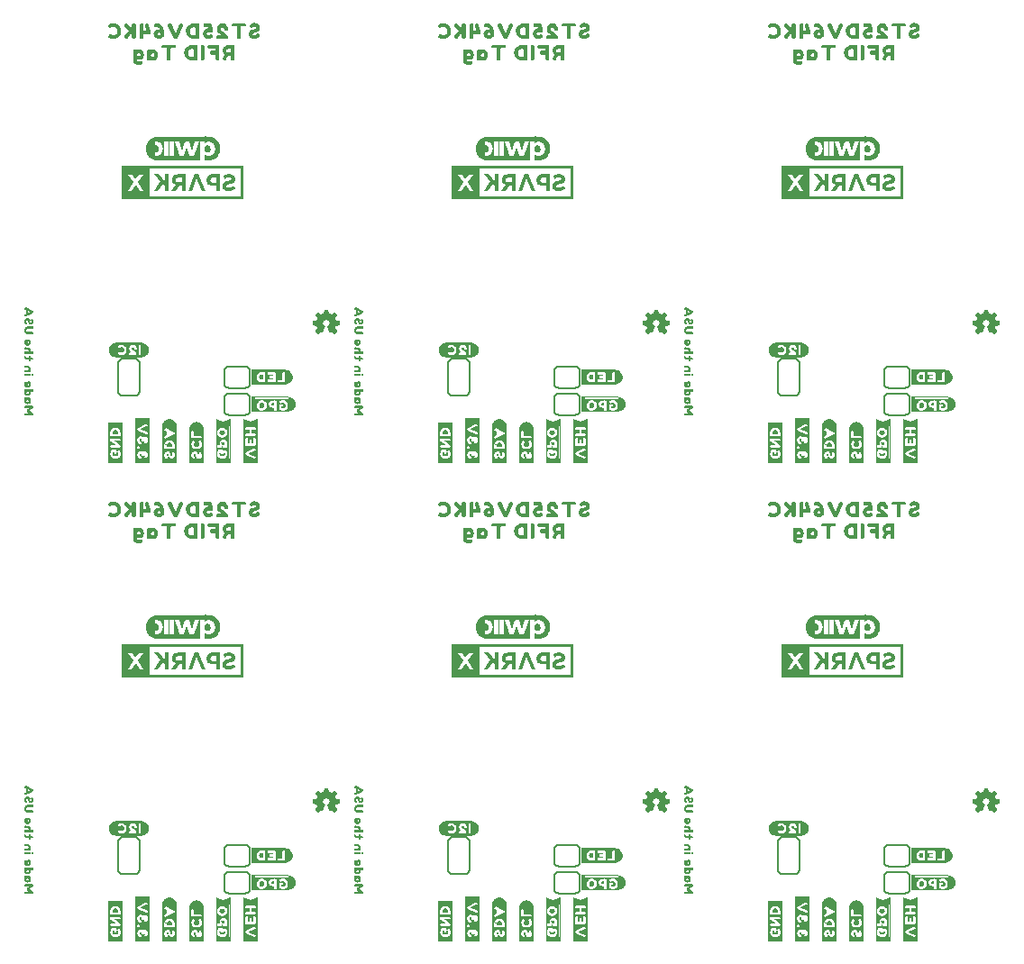
<source format=gbo>
G04 EAGLE Gerber RS-274X export*
G75*
%MOMM*%
%FSLAX34Y34*%
%LPD*%
%INSilkscreen Bottom*%
%IPPOS*%
%AMOC8*
5,1,8,0,0,1.08239X$1,22.5*%
G01*
%ADD10C,0.203200*%
%ADD11C,0.012700*%

G36*
X829357Y268648D02*
X829357Y268648D01*
X829352Y268655D01*
X829359Y268661D01*
X829359Y300299D01*
X829323Y300347D01*
X829316Y300341D01*
X829310Y300348D01*
X715010Y300348D01*
X714963Y300312D01*
X714968Y300305D01*
X714961Y300299D01*
X714961Y268661D01*
X714997Y268613D01*
X715004Y268619D01*
X715010Y268612D01*
X829310Y268612D01*
X829357Y268648D01*
G37*
G36*
X519477Y268648D02*
X519477Y268648D01*
X519472Y268655D01*
X519479Y268661D01*
X519479Y300299D01*
X519443Y300347D01*
X519436Y300341D01*
X519430Y300348D01*
X405130Y300348D01*
X405083Y300312D01*
X405088Y300305D01*
X405081Y300299D01*
X405081Y268661D01*
X405117Y268613D01*
X405124Y268619D01*
X405130Y268612D01*
X519430Y268612D01*
X519477Y268648D01*
G37*
G36*
X95237Y268613D02*
X95237Y268613D01*
X95244Y268619D01*
X95250Y268612D01*
X209550Y268612D01*
X209597Y268648D01*
X209592Y268655D01*
X209599Y268661D01*
X209599Y300299D01*
X209563Y300347D01*
X209556Y300341D01*
X209550Y300348D01*
X95250Y300348D01*
X95203Y300312D01*
X95208Y300305D01*
X95201Y300299D01*
X95201Y268661D01*
X95237Y268613D01*
G37*
G36*
X209597Y718228D02*
X209597Y718228D01*
X209592Y718235D01*
X209599Y718241D01*
X209599Y749879D01*
X209563Y749927D01*
X209556Y749921D01*
X209550Y749928D01*
X95250Y749928D01*
X95203Y749892D01*
X95208Y749885D01*
X95201Y749879D01*
X95201Y718241D01*
X95237Y718193D01*
X95244Y718199D01*
X95250Y718192D01*
X209550Y718192D01*
X209597Y718228D01*
G37*
G36*
X829357Y718228D02*
X829357Y718228D01*
X829352Y718235D01*
X829359Y718241D01*
X829359Y749879D01*
X829323Y749927D01*
X829316Y749921D01*
X829310Y749928D01*
X715010Y749928D01*
X714963Y749892D01*
X714968Y749885D01*
X714961Y749879D01*
X714961Y718241D01*
X714997Y718193D01*
X715004Y718199D01*
X715010Y718192D01*
X829310Y718192D01*
X829357Y718228D01*
G37*
G36*
X519477Y718228D02*
X519477Y718228D01*
X519472Y718235D01*
X519479Y718241D01*
X519479Y749879D01*
X519443Y749927D01*
X519436Y749921D01*
X519430Y749928D01*
X405130Y749928D01*
X405083Y749892D01*
X405088Y749885D01*
X405081Y749879D01*
X405081Y718241D01*
X405117Y718193D01*
X405124Y718199D01*
X405130Y718192D01*
X519430Y718192D01*
X519477Y718228D01*
G37*
%LPC*%
G36*
X430714Y721228D02*
X430714Y721228D01*
X430714Y746892D01*
X516443Y746892D01*
X516443Y721228D01*
X430714Y721228D01*
G37*
%LPD*%
%LPC*%
G36*
X206563Y297312D02*
X206563Y297312D01*
X206563Y271648D01*
X120834Y271648D01*
X120834Y297312D01*
X206563Y297312D01*
G37*
%LPD*%
%LPC*%
G36*
X430714Y271648D02*
X430714Y271648D01*
X430714Y297312D01*
X516443Y297312D01*
X516443Y271648D01*
X430714Y271648D01*
G37*
%LPD*%
%LPC*%
G36*
X740594Y721228D02*
X740594Y721228D01*
X740594Y746892D01*
X826323Y746892D01*
X826323Y721228D01*
X740594Y721228D01*
G37*
%LPD*%
%LPC*%
G36*
X120834Y721228D02*
X120834Y721228D01*
X120834Y746892D01*
X206563Y746892D01*
X206563Y721228D01*
X120834Y721228D01*
G37*
%LPD*%
%LPC*%
G36*
X740594Y271648D02*
X740594Y271648D01*
X740594Y297312D01*
X826323Y297312D01*
X826323Y271648D01*
X740594Y271648D01*
G37*
%LPD*%
G36*
X450310Y754457D02*
X450310Y754457D01*
X450311Y754457D01*
X454141Y754487D01*
X462120Y754487D01*
X462123Y754489D01*
X462150Y754477D01*
X470110Y754477D01*
X470112Y754478D01*
X470116Y754479D01*
X470120Y754477D01*
X471080Y754477D01*
X471090Y754484D01*
X471102Y754481D01*
X471112Y754491D01*
X471120Y754487D01*
X478270Y754487D01*
X478289Y754499D01*
X478311Y754503D01*
X478318Y754518D01*
X478327Y754524D01*
X478326Y754534D01*
X478333Y754550D01*
X478343Y771260D01*
X478343Y772257D01*
X482540Y772257D01*
X482547Y770680D01*
X482553Y770671D01*
X482550Y770660D01*
X482570Y770644D01*
X482584Y770623D01*
X482595Y770624D01*
X482604Y770618D01*
X482648Y770632D01*
X482652Y770633D01*
X482652Y770634D01*
X482653Y770634D01*
X482933Y770894D01*
X482933Y770895D01*
X482934Y770896D01*
X483144Y771105D01*
X483409Y771351D01*
X483734Y771577D01*
X484020Y771745D01*
X484397Y771943D01*
X484652Y772051D01*
X485086Y772189D01*
X485531Y772288D01*
X485825Y772327D01*
X486441Y772357D01*
X487016Y772347D01*
X487631Y772288D01*
X488046Y772209D01*
X488600Y772060D01*
X489173Y771833D01*
X489697Y771536D01*
X490162Y771240D01*
X490477Y770954D01*
X490903Y770558D01*
X491288Y770044D01*
X491645Y769480D01*
X491882Y768975D01*
X492071Y768489D01*
X492170Y768183D01*
X492259Y767834D01*
X492262Y767832D01*
X492259Y767814D01*
X492368Y767398D01*
X492408Y767083D01*
X492457Y766545D01*
X492497Y765957D01*
X492507Y765751D01*
X492487Y765474D01*
X492488Y765474D01*
X492487Y765474D01*
X492467Y765155D01*
X492408Y764577D01*
X492378Y764329D01*
X492339Y764103D01*
X492259Y763796D01*
X492261Y763791D01*
X492253Y763786D01*
X492254Y763781D01*
X492252Y763780D01*
X492252Y763778D01*
X492249Y763774D01*
X492189Y763504D01*
X492100Y763150D01*
X491685Y762170D01*
X490942Y761081D01*
X490149Y760318D01*
X489766Y760033D01*
X489242Y759736D01*
X488856Y759568D01*
X488539Y759449D01*
X488172Y759330D01*
X487886Y759251D01*
X487551Y759192D01*
X487154Y759133D01*
X486747Y759113D01*
X486368Y759093D01*
X485954Y759093D01*
X485601Y759132D01*
X485316Y759201D01*
X484670Y759380D01*
X484238Y759546D01*
X483875Y759772D01*
X483578Y759970D01*
X483294Y760225D01*
X483005Y760524D01*
X482645Y760894D01*
X482633Y760897D01*
X482626Y760907D01*
X482602Y760904D01*
X482579Y760909D01*
X482571Y760899D01*
X482559Y760897D01*
X482543Y760862D01*
X482537Y760855D01*
X482538Y760853D01*
X482537Y760850D01*
X482537Y754530D01*
X482549Y754511D01*
X482553Y754489D01*
X482568Y754482D01*
X482574Y754473D01*
X482584Y754474D01*
X482600Y754467D01*
X486410Y754467D01*
X486413Y754469D01*
X486418Y754468D01*
X488558Y754748D01*
X488562Y754751D01*
X488569Y754750D01*
X490559Y755390D01*
X490562Y755394D01*
X490569Y755395D01*
X492449Y756395D01*
X492452Y756400D01*
X492460Y756402D01*
X494090Y757752D01*
X494092Y757757D01*
X494098Y757760D01*
X495468Y759410D01*
X495469Y759415D01*
X495475Y759419D01*
X496495Y761229D01*
X496494Y761233D01*
X496498Y761237D01*
X496638Y761587D01*
X496798Y761997D01*
X496798Y762000D01*
X496800Y762003D01*
X496980Y762621D01*
X497130Y763091D01*
X497129Y763093D01*
X497131Y763095D01*
X497291Y763735D01*
X497287Y763747D01*
X497288Y763748D01*
X497297Y763754D01*
X497296Y763763D01*
X497303Y763775D01*
X497372Y764684D01*
X497392Y764832D01*
X497392Y764833D01*
X497393Y764835D01*
X497412Y765064D01*
X497442Y765354D01*
X497442Y765355D01*
X497443Y765356D01*
X497463Y765655D01*
X497482Y765854D01*
X497481Y765857D01*
X497483Y765862D01*
X497473Y766162D01*
X497471Y766164D01*
X497472Y766167D01*
X497432Y766516D01*
X497393Y766906D01*
X497363Y767236D01*
X497303Y767906D01*
X497290Y767921D01*
X497272Y768106D01*
X497268Y768111D01*
X497269Y768121D01*
X497180Y768378D01*
X497121Y768606D01*
X497120Y768606D01*
X497120Y768608D01*
X497050Y768848D01*
X497049Y768848D01*
X497050Y768850D01*
X496940Y769180D01*
X496770Y769729D01*
X496769Y769729D01*
X496769Y769731D01*
X496589Y770241D01*
X496587Y770243D01*
X496587Y770247D01*
X496337Y770767D01*
X496335Y770768D01*
X496335Y770770D01*
X496065Y771270D01*
X495855Y771660D01*
X495854Y771660D01*
X495854Y771662D01*
X495594Y772102D01*
X495593Y772103D01*
X495592Y772104D01*
X495382Y772424D01*
X495379Y772426D01*
X495378Y772430D01*
X495219Y772620D01*
X494899Y773019D01*
X494898Y773019D01*
X494898Y773020D01*
X494628Y773340D01*
X494628Y773341D01*
X494589Y773386D01*
X494535Y773449D01*
X494319Y773700D01*
X494265Y773763D01*
X494211Y773825D01*
X494198Y773841D01*
X494196Y773841D01*
X494195Y773843D01*
X493975Y774073D01*
X493972Y774074D01*
X493971Y774075D01*
X493971Y774076D01*
X493971Y774077D01*
X493969Y774079D01*
X493659Y774329D01*
X493360Y774568D01*
X493360Y774569D01*
X493080Y774799D01*
X492790Y775038D01*
X492789Y775038D01*
X492788Y775040D01*
X492398Y775340D01*
X492394Y775340D01*
X492391Y775345D01*
X491961Y775585D01*
X491960Y775585D01*
X491510Y775825D01*
X491030Y776085D01*
X490640Y776295D01*
X490636Y776295D01*
X490633Y776298D01*
X490383Y776398D01*
X490381Y776398D01*
X490379Y776400D01*
X490189Y776460D01*
X489569Y776660D01*
X489568Y776660D01*
X489178Y776780D01*
X488639Y776950D01*
X488635Y776949D01*
X488632Y776952D01*
X488042Y777062D01*
X488039Y777061D01*
X488037Y777062D01*
X487127Y777162D01*
X487126Y777162D01*
X487126Y777163D01*
X486236Y777243D01*
X486233Y777241D01*
X486230Y777243D01*
X485720Y777243D01*
X482580Y777263D01*
X482561Y777250D01*
X482557Y777250D01*
X482550Y777253D01*
X482540Y777253D01*
X482539Y777252D01*
X482537Y777253D01*
X482168Y777233D01*
X463950Y777233D01*
X463938Y777225D01*
X463936Y777227D01*
X463926Y777226D01*
X463910Y777233D01*
X444660Y777213D01*
X444652Y777207D01*
X444640Y777213D01*
X438600Y777213D01*
X438598Y777212D01*
X438595Y777213D01*
X438335Y777193D01*
X438085Y777173D01*
X437845Y777153D01*
X437842Y777150D01*
X437840Y777150D01*
X437836Y777157D01*
X437824Y777155D01*
X437802Y777162D01*
X436332Y776982D01*
X436328Y776979D01*
X436321Y776980D01*
X434341Y776350D01*
X434338Y776346D01*
X434330Y776345D01*
X432430Y775305D01*
X432427Y775301D01*
X432421Y775299D01*
X430801Y773989D01*
X430799Y773984D01*
X430792Y773980D01*
X429542Y772490D01*
X429541Y772481D01*
X429533Y772476D01*
X429535Y772459D01*
X429528Y772455D01*
X429178Y771925D01*
X429178Y771922D01*
X429175Y771920D01*
X428485Y770640D01*
X428485Y770638D01*
X428483Y770636D01*
X428380Y770412D01*
X428379Y770412D01*
X428351Y770349D01*
X428264Y770161D01*
X428243Y770116D01*
X428244Y770113D01*
X428240Y770109D01*
X427870Y768909D01*
X427871Y768906D01*
X427839Y768865D01*
X427619Y767955D01*
X427620Y767951D01*
X427618Y767946D01*
X427408Y765886D01*
X427410Y765881D01*
X427408Y765874D01*
X427618Y763734D01*
X427621Y763730D01*
X427620Y763722D01*
X428220Y761682D01*
X428222Y761680D01*
X428222Y761676D01*
X428412Y761216D01*
X428415Y761214D01*
X428415Y761209D01*
X429445Y759359D01*
X429450Y759357D01*
X429453Y759349D01*
X429495Y759300D01*
X429550Y759237D01*
X429604Y759174D01*
X429658Y759112D01*
X429658Y759111D01*
X429713Y759049D01*
X429732Y759043D01*
X429733Y759039D01*
X429738Y759036D01*
X429745Y759029D01*
X429750Y759031D01*
X429757Y759028D01*
X429762Y759010D01*
X430113Y758590D01*
X430586Y758025D01*
X430842Y757720D01*
X430847Y757718D01*
X430850Y757711D01*
X432480Y756381D01*
X432486Y756381D01*
X432490Y756375D01*
X434350Y755375D01*
X434356Y755375D01*
X434361Y755370D01*
X436361Y754750D01*
X436366Y754751D01*
X436372Y754748D01*
X438182Y754508D01*
X438183Y754508D01*
X438903Y754428D01*
X438926Y754439D01*
X438949Y754442D01*
X438960Y754437D01*
X444520Y754437D01*
X444523Y754434D01*
X444533Y754435D01*
X444550Y754427D01*
X450310Y754457D01*
G37*
G36*
X140430Y754457D02*
X140430Y754457D01*
X140431Y754457D01*
X144261Y754487D01*
X152240Y754487D01*
X152243Y754489D01*
X152270Y754477D01*
X160230Y754477D01*
X160232Y754478D01*
X160236Y754479D01*
X160240Y754477D01*
X161200Y754477D01*
X161210Y754484D01*
X161222Y754481D01*
X161232Y754491D01*
X161240Y754487D01*
X168390Y754487D01*
X168409Y754499D01*
X168431Y754503D01*
X168438Y754518D01*
X168447Y754524D01*
X168446Y754534D01*
X168453Y754550D01*
X168463Y771260D01*
X168463Y772257D01*
X172660Y772257D01*
X172667Y770680D01*
X172673Y770671D01*
X172670Y770660D01*
X172690Y770644D01*
X172704Y770623D01*
X172715Y770624D01*
X172724Y770618D01*
X172768Y770632D01*
X172772Y770633D01*
X172772Y770634D01*
X172773Y770634D01*
X173053Y770894D01*
X173053Y770895D01*
X173054Y770896D01*
X173264Y771105D01*
X173529Y771351D01*
X173854Y771577D01*
X174140Y771745D01*
X174517Y771943D01*
X174772Y772051D01*
X175206Y772189D01*
X175651Y772288D01*
X175945Y772327D01*
X176561Y772357D01*
X177136Y772347D01*
X177751Y772288D01*
X178166Y772209D01*
X178720Y772060D01*
X179293Y771833D01*
X179817Y771536D01*
X180282Y771240D01*
X180597Y770954D01*
X181023Y770558D01*
X181408Y770044D01*
X181765Y769480D01*
X182002Y768975D01*
X182191Y768489D01*
X182290Y768183D01*
X182379Y767834D01*
X182382Y767832D01*
X182379Y767814D01*
X182488Y767398D01*
X182528Y767083D01*
X182577Y766545D01*
X182617Y765957D01*
X182627Y765751D01*
X182607Y765474D01*
X182608Y765474D01*
X182607Y765474D01*
X182587Y765155D01*
X182528Y764577D01*
X182498Y764329D01*
X182459Y764103D01*
X182379Y763796D01*
X182381Y763791D01*
X182373Y763786D01*
X182374Y763781D01*
X182372Y763780D01*
X182372Y763778D01*
X182369Y763774D01*
X182309Y763504D01*
X182220Y763150D01*
X181805Y762170D01*
X181062Y761081D01*
X180269Y760318D01*
X179886Y760033D01*
X179362Y759736D01*
X178976Y759568D01*
X178659Y759449D01*
X178292Y759330D01*
X178006Y759251D01*
X177671Y759192D01*
X177274Y759133D01*
X176867Y759113D01*
X176488Y759093D01*
X176074Y759093D01*
X175721Y759132D01*
X175436Y759201D01*
X174790Y759380D01*
X174358Y759546D01*
X173995Y759772D01*
X173698Y759970D01*
X173414Y760225D01*
X173125Y760524D01*
X172765Y760894D01*
X172753Y760897D01*
X172746Y760907D01*
X172722Y760904D01*
X172699Y760909D01*
X172691Y760899D01*
X172679Y760897D01*
X172663Y760862D01*
X172657Y760855D01*
X172658Y760853D01*
X172657Y760850D01*
X172657Y754530D01*
X172669Y754511D01*
X172673Y754489D01*
X172688Y754482D01*
X172694Y754473D01*
X172704Y754474D01*
X172720Y754467D01*
X176530Y754467D01*
X176533Y754469D01*
X176538Y754468D01*
X178678Y754748D01*
X178682Y754751D01*
X178689Y754750D01*
X180679Y755390D01*
X180682Y755394D01*
X180689Y755395D01*
X182569Y756395D01*
X182572Y756400D01*
X182580Y756402D01*
X184210Y757752D01*
X184212Y757757D01*
X184218Y757760D01*
X185588Y759410D01*
X185589Y759415D01*
X185595Y759419D01*
X186615Y761229D01*
X186614Y761233D01*
X186618Y761237D01*
X186758Y761587D01*
X186918Y761997D01*
X186918Y762000D01*
X186920Y762003D01*
X187100Y762621D01*
X187250Y763091D01*
X187249Y763093D01*
X187251Y763095D01*
X187411Y763735D01*
X187407Y763747D01*
X187408Y763748D01*
X187417Y763754D01*
X187416Y763763D01*
X187423Y763775D01*
X187492Y764684D01*
X187512Y764832D01*
X187512Y764833D01*
X187513Y764835D01*
X187532Y765064D01*
X187562Y765354D01*
X187562Y765355D01*
X187563Y765356D01*
X187583Y765655D01*
X187602Y765854D01*
X187601Y765857D01*
X187603Y765862D01*
X187593Y766162D01*
X187591Y766164D01*
X187592Y766167D01*
X187552Y766516D01*
X187513Y766906D01*
X187483Y767236D01*
X187423Y767906D01*
X187410Y767921D01*
X187392Y768106D01*
X187388Y768111D01*
X187389Y768121D01*
X187300Y768378D01*
X187241Y768606D01*
X187240Y768606D01*
X187240Y768608D01*
X187170Y768848D01*
X187169Y768848D01*
X187170Y768850D01*
X187060Y769180D01*
X186890Y769729D01*
X186889Y769729D01*
X186889Y769731D01*
X186709Y770241D01*
X186707Y770243D01*
X186707Y770247D01*
X186457Y770767D01*
X186455Y770768D01*
X186455Y770770D01*
X186185Y771270D01*
X185975Y771660D01*
X185974Y771660D01*
X185974Y771662D01*
X185714Y772102D01*
X185713Y772103D01*
X185712Y772104D01*
X185502Y772424D01*
X185499Y772426D01*
X185498Y772430D01*
X185339Y772620D01*
X185019Y773019D01*
X185018Y773019D01*
X185018Y773020D01*
X184748Y773340D01*
X184748Y773341D01*
X184709Y773386D01*
X184655Y773449D01*
X184439Y773700D01*
X184385Y773763D01*
X184331Y773825D01*
X184318Y773841D01*
X184316Y773841D01*
X184315Y773843D01*
X184095Y774073D01*
X184092Y774074D01*
X184091Y774075D01*
X184091Y774076D01*
X184091Y774077D01*
X184089Y774079D01*
X183779Y774329D01*
X183480Y774568D01*
X183480Y774569D01*
X183200Y774799D01*
X182910Y775038D01*
X182909Y775038D01*
X182908Y775040D01*
X182518Y775340D01*
X182514Y775340D01*
X182511Y775345D01*
X182081Y775585D01*
X182080Y775585D01*
X181630Y775825D01*
X181150Y776085D01*
X180760Y776295D01*
X180756Y776295D01*
X180753Y776298D01*
X180503Y776398D01*
X180501Y776398D01*
X180499Y776400D01*
X180309Y776460D01*
X179689Y776660D01*
X179688Y776660D01*
X179298Y776780D01*
X178759Y776950D01*
X178755Y776949D01*
X178752Y776952D01*
X178162Y777062D01*
X178159Y777061D01*
X178157Y777062D01*
X177247Y777162D01*
X177246Y777162D01*
X177246Y777163D01*
X176356Y777243D01*
X176353Y777241D01*
X176350Y777243D01*
X175840Y777243D01*
X172700Y777263D01*
X172681Y777250D01*
X172677Y777250D01*
X172670Y777253D01*
X172660Y777253D01*
X172659Y777252D01*
X172657Y777253D01*
X172288Y777233D01*
X154070Y777233D01*
X154058Y777225D01*
X154056Y777227D01*
X154046Y777226D01*
X154030Y777233D01*
X134780Y777213D01*
X134772Y777207D01*
X134760Y777213D01*
X128720Y777213D01*
X128718Y777212D01*
X128715Y777213D01*
X128455Y777193D01*
X128205Y777173D01*
X127965Y777153D01*
X127962Y777150D01*
X127960Y777150D01*
X127956Y777157D01*
X127944Y777155D01*
X127922Y777162D01*
X126452Y776982D01*
X126448Y776979D01*
X126441Y776980D01*
X124461Y776350D01*
X124458Y776346D01*
X124450Y776345D01*
X122550Y775305D01*
X122547Y775301D01*
X122541Y775299D01*
X120921Y773989D01*
X120919Y773984D01*
X120912Y773980D01*
X119662Y772490D01*
X119661Y772481D01*
X119653Y772476D01*
X119655Y772459D01*
X119648Y772455D01*
X119298Y771925D01*
X119298Y771922D01*
X119295Y771920D01*
X118605Y770640D01*
X118605Y770638D01*
X118603Y770636D01*
X118500Y770412D01*
X118499Y770412D01*
X118471Y770349D01*
X118384Y770161D01*
X118363Y770116D01*
X118364Y770113D01*
X118360Y770109D01*
X117990Y768909D01*
X117991Y768906D01*
X117959Y768865D01*
X117739Y767955D01*
X117740Y767951D01*
X117738Y767946D01*
X117528Y765886D01*
X117530Y765881D01*
X117528Y765874D01*
X117738Y763734D01*
X117741Y763730D01*
X117740Y763722D01*
X118340Y761682D01*
X118342Y761680D01*
X118342Y761676D01*
X118532Y761216D01*
X118535Y761214D01*
X118535Y761209D01*
X119565Y759359D01*
X119570Y759357D01*
X119573Y759349D01*
X119615Y759300D01*
X119670Y759237D01*
X119724Y759174D01*
X119778Y759112D01*
X119778Y759111D01*
X119833Y759049D01*
X119852Y759043D01*
X119853Y759039D01*
X119858Y759036D01*
X119865Y759029D01*
X119870Y759031D01*
X119877Y759028D01*
X119882Y759010D01*
X120233Y758590D01*
X120706Y758025D01*
X120962Y757720D01*
X120967Y757718D01*
X120970Y757711D01*
X122600Y756381D01*
X122606Y756381D01*
X122610Y756375D01*
X124470Y755375D01*
X124476Y755375D01*
X124481Y755370D01*
X126481Y754750D01*
X126486Y754751D01*
X126492Y754748D01*
X128302Y754508D01*
X128303Y754508D01*
X129023Y754428D01*
X129046Y754439D01*
X129069Y754442D01*
X129080Y754437D01*
X134640Y754437D01*
X134643Y754434D01*
X134653Y754435D01*
X134670Y754427D01*
X140430Y754457D01*
G37*
G36*
X140430Y304877D02*
X140430Y304877D01*
X140431Y304877D01*
X144261Y304907D01*
X152240Y304907D01*
X152243Y304909D01*
X152270Y304897D01*
X160230Y304897D01*
X160232Y304898D01*
X160236Y304899D01*
X160240Y304897D01*
X161200Y304897D01*
X161210Y304904D01*
X161222Y304901D01*
X161232Y304911D01*
X161240Y304907D01*
X168390Y304907D01*
X168409Y304919D01*
X168431Y304923D01*
X168438Y304938D01*
X168447Y304944D01*
X168446Y304954D01*
X168453Y304970D01*
X168463Y321680D01*
X168463Y322677D01*
X172660Y322677D01*
X172667Y321100D01*
X172673Y321091D01*
X172670Y321080D01*
X172690Y321064D01*
X172704Y321043D01*
X172715Y321044D01*
X172724Y321038D01*
X172768Y321052D01*
X172772Y321053D01*
X172772Y321054D01*
X172773Y321054D01*
X173053Y321314D01*
X173053Y321315D01*
X173054Y321316D01*
X173264Y321525D01*
X173529Y321771D01*
X173854Y321997D01*
X174140Y322165D01*
X174517Y322363D01*
X174772Y322471D01*
X175206Y322609D01*
X175651Y322708D01*
X175945Y322747D01*
X176561Y322777D01*
X177136Y322767D01*
X177751Y322708D01*
X178166Y322629D01*
X178720Y322480D01*
X179293Y322253D01*
X179817Y321956D01*
X180282Y321660D01*
X180597Y321374D01*
X181023Y320978D01*
X181408Y320464D01*
X181765Y319900D01*
X182002Y319395D01*
X182191Y318909D01*
X182290Y318603D01*
X182379Y318254D01*
X182382Y318252D01*
X182379Y318234D01*
X182488Y317818D01*
X182528Y317503D01*
X182577Y316965D01*
X182617Y316377D01*
X182627Y316171D01*
X182607Y315894D01*
X182608Y315894D01*
X182607Y315894D01*
X182587Y315575D01*
X182528Y314997D01*
X182498Y314749D01*
X182459Y314523D01*
X182379Y314216D01*
X182381Y314211D01*
X182373Y314206D01*
X182374Y314201D01*
X182372Y314200D01*
X182372Y314198D01*
X182369Y314194D01*
X182309Y313924D01*
X182220Y313570D01*
X181805Y312590D01*
X181062Y311501D01*
X180269Y310738D01*
X179886Y310453D01*
X179362Y310156D01*
X178976Y309988D01*
X178659Y309869D01*
X178292Y309750D01*
X178006Y309671D01*
X177671Y309612D01*
X177274Y309553D01*
X176867Y309533D01*
X176488Y309513D01*
X176074Y309513D01*
X175721Y309552D01*
X175436Y309621D01*
X174790Y309800D01*
X174358Y309966D01*
X173995Y310192D01*
X173698Y310390D01*
X173414Y310645D01*
X173125Y310944D01*
X172765Y311314D01*
X172753Y311317D01*
X172746Y311327D01*
X172722Y311324D01*
X172699Y311329D01*
X172691Y311319D01*
X172679Y311317D01*
X172663Y311282D01*
X172657Y311275D01*
X172658Y311273D01*
X172657Y311270D01*
X172657Y304950D01*
X172669Y304931D01*
X172673Y304909D01*
X172688Y304902D01*
X172694Y304893D01*
X172704Y304894D01*
X172720Y304887D01*
X176530Y304887D01*
X176533Y304889D01*
X176538Y304888D01*
X178678Y305168D01*
X178682Y305171D01*
X178689Y305170D01*
X180679Y305810D01*
X180682Y305814D01*
X180689Y305815D01*
X182569Y306815D01*
X182572Y306820D01*
X182580Y306822D01*
X184210Y308172D01*
X184212Y308177D01*
X184218Y308180D01*
X185588Y309830D01*
X185589Y309835D01*
X185595Y309839D01*
X186615Y311649D01*
X186614Y311653D01*
X186618Y311657D01*
X186758Y312007D01*
X186918Y312417D01*
X186918Y312420D01*
X186920Y312423D01*
X187100Y313041D01*
X187250Y313511D01*
X187249Y313513D01*
X187251Y313515D01*
X187411Y314155D01*
X187407Y314167D01*
X187408Y314168D01*
X187417Y314174D01*
X187416Y314183D01*
X187423Y314195D01*
X187492Y315104D01*
X187512Y315252D01*
X187512Y315253D01*
X187513Y315255D01*
X187532Y315484D01*
X187562Y315774D01*
X187562Y315775D01*
X187563Y315776D01*
X187583Y316075D01*
X187602Y316274D01*
X187601Y316277D01*
X187603Y316282D01*
X187593Y316582D01*
X187591Y316584D01*
X187592Y316587D01*
X187552Y316936D01*
X187513Y317326D01*
X187483Y317656D01*
X187423Y318326D01*
X187410Y318341D01*
X187392Y318526D01*
X187388Y318531D01*
X187389Y318541D01*
X187300Y318798D01*
X187241Y319026D01*
X187240Y319026D01*
X187240Y319028D01*
X187170Y319268D01*
X187169Y319268D01*
X187170Y319270D01*
X187060Y319600D01*
X186890Y320149D01*
X186889Y320149D01*
X186889Y320151D01*
X186709Y320661D01*
X186707Y320663D01*
X186707Y320667D01*
X186457Y321187D01*
X186455Y321188D01*
X186455Y321190D01*
X186185Y321690D01*
X185975Y322080D01*
X185974Y322080D01*
X185974Y322082D01*
X185714Y322522D01*
X185713Y322523D01*
X185712Y322524D01*
X185502Y322844D01*
X185499Y322846D01*
X185498Y322850D01*
X185339Y323040D01*
X185019Y323439D01*
X185018Y323439D01*
X185018Y323440D01*
X184748Y323760D01*
X184748Y323761D01*
X184709Y323806D01*
X184655Y323869D01*
X184439Y324120D01*
X184385Y324183D01*
X184331Y324245D01*
X184318Y324261D01*
X184316Y324261D01*
X184315Y324263D01*
X184095Y324493D01*
X184092Y324494D01*
X184091Y324495D01*
X184091Y324496D01*
X184091Y324497D01*
X184089Y324499D01*
X183779Y324749D01*
X183480Y324988D01*
X183480Y324989D01*
X183200Y325219D01*
X182910Y325458D01*
X182909Y325458D01*
X182908Y325460D01*
X182518Y325760D01*
X182514Y325760D01*
X182511Y325765D01*
X182081Y326005D01*
X182080Y326005D01*
X181630Y326245D01*
X181150Y326505D01*
X180760Y326715D01*
X180756Y326715D01*
X180753Y326718D01*
X180503Y326818D01*
X180501Y326818D01*
X180499Y326820D01*
X180309Y326880D01*
X179689Y327080D01*
X179688Y327080D01*
X179298Y327200D01*
X178759Y327370D01*
X178755Y327369D01*
X178752Y327372D01*
X178162Y327482D01*
X178159Y327481D01*
X178157Y327482D01*
X177247Y327582D01*
X177246Y327582D01*
X177246Y327583D01*
X176356Y327663D01*
X176353Y327661D01*
X176350Y327663D01*
X175840Y327663D01*
X172700Y327683D01*
X172681Y327670D01*
X172677Y327670D01*
X172670Y327673D01*
X172660Y327673D01*
X172659Y327672D01*
X172657Y327673D01*
X172288Y327653D01*
X154070Y327653D01*
X154058Y327645D01*
X154056Y327647D01*
X154046Y327646D01*
X154030Y327653D01*
X134780Y327633D01*
X134772Y327627D01*
X134760Y327633D01*
X128720Y327633D01*
X128718Y327632D01*
X128715Y327633D01*
X128455Y327613D01*
X128205Y327593D01*
X127965Y327573D01*
X127962Y327570D01*
X127960Y327570D01*
X127956Y327577D01*
X127944Y327575D01*
X127922Y327582D01*
X126452Y327402D01*
X126448Y327399D01*
X126441Y327400D01*
X124461Y326770D01*
X124458Y326766D01*
X124450Y326765D01*
X122550Y325725D01*
X122547Y325721D01*
X122541Y325719D01*
X120921Y324409D01*
X120919Y324404D01*
X120912Y324400D01*
X119662Y322910D01*
X119661Y322901D01*
X119653Y322896D01*
X119655Y322879D01*
X119648Y322875D01*
X119298Y322345D01*
X119298Y322342D01*
X119295Y322340D01*
X118605Y321060D01*
X118605Y321058D01*
X118603Y321056D01*
X118500Y320832D01*
X118499Y320832D01*
X118471Y320769D01*
X118384Y320581D01*
X118363Y320536D01*
X118364Y320533D01*
X118360Y320529D01*
X117990Y319329D01*
X117991Y319326D01*
X117959Y319285D01*
X117739Y318375D01*
X117740Y318371D01*
X117738Y318366D01*
X117528Y316306D01*
X117530Y316301D01*
X117528Y316294D01*
X117738Y314154D01*
X117741Y314150D01*
X117740Y314142D01*
X118340Y312102D01*
X118342Y312100D01*
X118342Y312096D01*
X118532Y311636D01*
X118535Y311634D01*
X118535Y311629D01*
X119565Y309779D01*
X119570Y309777D01*
X119573Y309769D01*
X119615Y309720D01*
X119670Y309657D01*
X119724Y309594D01*
X119778Y309532D01*
X119778Y309531D01*
X119833Y309469D01*
X119852Y309463D01*
X119853Y309459D01*
X119858Y309456D01*
X119865Y309449D01*
X119870Y309451D01*
X119877Y309448D01*
X119882Y309430D01*
X120233Y309010D01*
X120706Y308445D01*
X120962Y308140D01*
X120967Y308138D01*
X120970Y308131D01*
X122600Y306801D01*
X122606Y306801D01*
X122610Y306795D01*
X124470Y305795D01*
X124476Y305795D01*
X124481Y305790D01*
X126481Y305170D01*
X126486Y305171D01*
X126492Y305168D01*
X128302Y304928D01*
X128303Y304928D01*
X129023Y304848D01*
X129046Y304859D01*
X129069Y304862D01*
X129080Y304857D01*
X134640Y304857D01*
X134643Y304854D01*
X134653Y304855D01*
X134670Y304847D01*
X140430Y304877D01*
G37*
G36*
X450310Y304877D02*
X450310Y304877D01*
X450311Y304877D01*
X454141Y304907D01*
X462120Y304907D01*
X462123Y304909D01*
X462150Y304897D01*
X470110Y304897D01*
X470112Y304898D01*
X470116Y304899D01*
X470120Y304897D01*
X471080Y304897D01*
X471090Y304904D01*
X471102Y304901D01*
X471112Y304911D01*
X471120Y304907D01*
X478270Y304907D01*
X478289Y304919D01*
X478311Y304923D01*
X478318Y304938D01*
X478327Y304944D01*
X478326Y304954D01*
X478333Y304970D01*
X478343Y321680D01*
X478343Y322677D01*
X482540Y322677D01*
X482547Y321100D01*
X482553Y321091D01*
X482550Y321080D01*
X482570Y321064D01*
X482584Y321043D01*
X482595Y321044D01*
X482604Y321038D01*
X482648Y321052D01*
X482652Y321053D01*
X482652Y321054D01*
X482653Y321054D01*
X482933Y321314D01*
X482933Y321315D01*
X482934Y321316D01*
X483144Y321525D01*
X483409Y321771D01*
X483734Y321997D01*
X484020Y322165D01*
X484397Y322363D01*
X484652Y322471D01*
X485086Y322609D01*
X485531Y322708D01*
X485825Y322747D01*
X486441Y322777D01*
X487016Y322767D01*
X487631Y322708D01*
X488046Y322629D01*
X488600Y322480D01*
X489173Y322253D01*
X489697Y321956D01*
X490162Y321660D01*
X490477Y321374D01*
X490903Y320978D01*
X491288Y320464D01*
X491645Y319900D01*
X491882Y319395D01*
X492071Y318909D01*
X492170Y318603D01*
X492259Y318254D01*
X492262Y318252D01*
X492259Y318234D01*
X492368Y317818D01*
X492408Y317503D01*
X492457Y316965D01*
X492497Y316377D01*
X492507Y316171D01*
X492487Y315894D01*
X492488Y315894D01*
X492487Y315894D01*
X492467Y315575D01*
X492408Y314997D01*
X492378Y314749D01*
X492339Y314523D01*
X492259Y314216D01*
X492261Y314211D01*
X492253Y314206D01*
X492254Y314201D01*
X492252Y314200D01*
X492252Y314198D01*
X492249Y314194D01*
X492189Y313924D01*
X492100Y313570D01*
X491685Y312590D01*
X490942Y311501D01*
X490149Y310738D01*
X489766Y310453D01*
X489242Y310156D01*
X488856Y309988D01*
X488539Y309869D01*
X488172Y309750D01*
X487886Y309671D01*
X487551Y309612D01*
X487154Y309553D01*
X486747Y309533D01*
X486368Y309513D01*
X485954Y309513D01*
X485601Y309552D01*
X485316Y309621D01*
X484670Y309800D01*
X484238Y309966D01*
X483875Y310192D01*
X483578Y310390D01*
X483294Y310645D01*
X483005Y310944D01*
X482645Y311314D01*
X482633Y311317D01*
X482626Y311327D01*
X482602Y311324D01*
X482579Y311329D01*
X482571Y311319D01*
X482559Y311317D01*
X482543Y311282D01*
X482537Y311275D01*
X482538Y311273D01*
X482537Y311270D01*
X482537Y304950D01*
X482549Y304931D01*
X482553Y304909D01*
X482568Y304902D01*
X482574Y304893D01*
X482584Y304894D01*
X482600Y304887D01*
X486410Y304887D01*
X486413Y304889D01*
X486418Y304888D01*
X488558Y305168D01*
X488562Y305171D01*
X488569Y305170D01*
X490559Y305810D01*
X490562Y305814D01*
X490569Y305815D01*
X492449Y306815D01*
X492452Y306820D01*
X492460Y306822D01*
X494090Y308172D01*
X494092Y308177D01*
X494098Y308180D01*
X495468Y309830D01*
X495469Y309835D01*
X495475Y309839D01*
X496495Y311649D01*
X496494Y311653D01*
X496498Y311657D01*
X496638Y312007D01*
X496798Y312417D01*
X496798Y312420D01*
X496800Y312423D01*
X496980Y313041D01*
X497130Y313511D01*
X497129Y313513D01*
X497131Y313515D01*
X497291Y314155D01*
X497287Y314167D01*
X497288Y314168D01*
X497297Y314174D01*
X497296Y314183D01*
X497303Y314195D01*
X497372Y315104D01*
X497392Y315252D01*
X497392Y315253D01*
X497393Y315255D01*
X497412Y315484D01*
X497442Y315774D01*
X497442Y315775D01*
X497443Y315776D01*
X497463Y316075D01*
X497482Y316274D01*
X497481Y316277D01*
X497483Y316282D01*
X497473Y316582D01*
X497471Y316584D01*
X497472Y316587D01*
X497432Y316936D01*
X497393Y317326D01*
X497363Y317656D01*
X497303Y318326D01*
X497290Y318341D01*
X497272Y318526D01*
X497268Y318531D01*
X497269Y318541D01*
X497180Y318798D01*
X497121Y319026D01*
X497120Y319026D01*
X497120Y319028D01*
X497050Y319268D01*
X497049Y319268D01*
X497050Y319270D01*
X496940Y319600D01*
X496770Y320149D01*
X496769Y320149D01*
X496769Y320151D01*
X496589Y320661D01*
X496587Y320663D01*
X496587Y320667D01*
X496337Y321187D01*
X496335Y321188D01*
X496335Y321190D01*
X496065Y321690D01*
X495855Y322080D01*
X495854Y322080D01*
X495854Y322082D01*
X495594Y322522D01*
X495593Y322523D01*
X495592Y322524D01*
X495382Y322844D01*
X495379Y322846D01*
X495378Y322850D01*
X495219Y323040D01*
X494899Y323439D01*
X494898Y323439D01*
X494898Y323440D01*
X494628Y323760D01*
X494628Y323761D01*
X494589Y323806D01*
X494535Y323869D01*
X494319Y324120D01*
X494265Y324183D01*
X494211Y324245D01*
X494198Y324261D01*
X494196Y324261D01*
X494195Y324263D01*
X493975Y324493D01*
X493972Y324494D01*
X493971Y324495D01*
X493971Y324496D01*
X493971Y324497D01*
X493969Y324499D01*
X493659Y324749D01*
X493360Y324988D01*
X493360Y324989D01*
X493080Y325219D01*
X492790Y325458D01*
X492789Y325458D01*
X492788Y325460D01*
X492398Y325760D01*
X492394Y325760D01*
X492391Y325765D01*
X491961Y326005D01*
X491960Y326005D01*
X491510Y326245D01*
X491030Y326505D01*
X490640Y326715D01*
X490636Y326715D01*
X490633Y326718D01*
X490383Y326818D01*
X490381Y326818D01*
X490379Y326820D01*
X490189Y326880D01*
X489569Y327080D01*
X489568Y327080D01*
X489178Y327200D01*
X488639Y327370D01*
X488635Y327369D01*
X488632Y327372D01*
X488042Y327482D01*
X488039Y327481D01*
X488037Y327482D01*
X487127Y327582D01*
X487126Y327582D01*
X487126Y327583D01*
X486236Y327663D01*
X486233Y327661D01*
X486230Y327663D01*
X485720Y327663D01*
X482580Y327683D01*
X482561Y327670D01*
X482557Y327670D01*
X482550Y327673D01*
X482540Y327673D01*
X482539Y327672D01*
X482537Y327673D01*
X482168Y327653D01*
X463950Y327653D01*
X463938Y327645D01*
X463936Y327647D01*
X463926Y327646D01*
X463910Y327653D01*
X444660Y327633D01*
X444652Y327627D01*
X444640Y327633D01*
X438600Y327633D01*
X438598Y327632D01*
X438595Y327633D01*
X438335Y327613D01*
X438085Y327593D01*
X437845Y327573D01*
X437842Y327570D01*
X437840Y327570D01*
X437836Y327577D01*
X437824Y327575D01*
X437802Y327582D01*
X436332Y327402D01*
X436328Y327399D01*
X436321Y327400D01*
X434341Y326770D01*
X434338Y326766D01*
X434330Y326765D01*
X432430Y325725D01*
X432427Y325721D01*
X432421Y325719D01*
X430801Y324409D01*
X430799Y324404D01*
X430792Y324400D01*
X429542Y322910D01*
X429541Y322901D01*
X429533Y322896D01*
X429535Y322879D01*
X429528Y322875D01*
X429178Y322345D01*
X429178Y322342D01*
X429175Y322340D01*
X428485Y321060D01*
X428485Y321058D01*
X428483Y321056D01*
X428380Y320832D01*
X428379Y320832D01*
X428351Y320769D01*
X428264Y320581D01*
X428243Y320536D01*
X428244Y320533D01*
X428240Y320529D01*
X427870Y319329D01*
X427871Y319326D01*
X427839Y319285D01*
X427619Y318375D01*
X427620Y318371D01*
X427618Y318366D01*
X427408Y316306D01*
X427410Y316301D01*
X427408Y316294D01*
X427618Y314154D01*
X427621Y314150D01*
X427620Y314142D01*
X428220Y312102D01*
X428222Y312100D01*
X428222Y312096D01*
X428412Y311636D01*
X428415Y311634D01*
X428415Y311629D01*
X429445Y309779D01*
X429450Y309777D01*
X429453Y309769D01*
X429495Y309720D01*
X429550Y309657D01*
X429604Y309594D01*
X429658Y309532D01*
X429658Y309531D01*
X429713Y309469D01*
X429732Y309463D01*
X429733Y309459D01*
X429738Y309456D01*
X429745Y309449D01*
X429750Y309451D01*
X429757Y309448D01*
X429762Y309430D01*
X430113Y309010D01*
X430586Y308445D01*
X430842Y308140D01*
X430847Y308138D01*
X430850Y308131D01*
X432480Y306801D01*
X432486Y306801D01*
X432490Y306795D01*
X434350Y305795D01*
X434356Y305795D01*
X434361Y305790D01*
X436361Y305170D01*
X436366Y305171D01*
X436372Y305168D01*
X438182Y304928D01*
X438183Y304928D01*
X438903Y304848D01*
X438926Y304859D01*
X438949Y304862D01*
X438960Y304857D01*
X444520Y304857D01*
X444523Y304854D01*
X444533Y304855D01*
X444550Y304847D01*
X450310Y304877D01*
G37*
G36*
X760190Y754457D02*
X760190Y754457D01*
X760191Y754457D01*
X764021Y754487D01*
X772000Y754487D01*
X772003Y754489D01*
X772030Y754477D01*
X779990Y754477D01*
X779992Y754478D01*
X779996Y754479D01*
X780000Y754477D01*
X780960Y754477D01*
X780970Y754484D01*
X780982Y754481D01*
X780992Y754491D01*
X781000Y754487D01*
X788150Y754487D01*
X788169Y754499D01*
X788191Y754503D01*
X788198Y754518D01*
X788207Y754524D01*
X788206Y754534D01*
X788213Y754550D01*
X788223Y771260D01*
X788223Y772257D01*
X792420Y772257D01*
X792427Y770680D01*
X792433Y770671D01*
X792430Y770660D01*
X792450Y770644D01*
X792464Y770623D01*
X792475Y770624D01*
X792484Y770618D01*
X792528Y770632D01*
X792532Y770633D01*
X792532Y770634D01*
X792533Y770634D01*
X792813Y770894D01*
X792813Y770895D01*
X792814Y770896D01*
X793024Y771105D01*
X793289Y771351D01*
X793614Y771577D01*
X793900Y771745D01*
X794277Y771943D01*
X794532Y772051D01*
X794966Y772189D01*
X795411Y772288D01*
X795705Y772327D01*
X796321Y772357D01*
X796896Y772347D01*
X797511Y772288D01*
X797926Y772209D01*
X798480Y772060D01*
X799053Y771833D01*
X799577Y771536D01*
X800042Y771240D01*
X800357Y770954D01*
X800783Y770558D01*
X801168Y770044D01*
X801525Y769480D01*
X801762Y768975D01*
X801951Y768489D01*
X802050Y768183D01*
X802139Y767834D01*
X802142Y767832D01*
X802139Y767814D01*
X802248Y767398D01*
X802288Y767083D01*
X802337Y766545D01*
X802377Y765957D01*
X802387Y765751D01*
X802367Y765474D01*
X802368Y765474D01*
X802367Y765474D01*
X802347Y765155D01*
X802288Y764577D01*
X802258Y764329D01*
X802219Y764103D01*
X802139Y763796D01*
X802141Y763791D01*
X802133Y763786D01*
X802134Y763781D01*
X802132Y763780D01*
X802132Y763778D01*
X802129Y763774D01*
X802069Y763504D01*
X801980Y763150D01*
X801565Y762170D01*
X800822Y761081D01*
X800029Y760318D01*
X799646Y760033D01*
X799122Y759736D01*
X798736Y759568D01*
X798419Y759449D01*
X798052Y759330D01*
X797766Y759251D01*
X797431Y759192D01*
X797034Y759133D01*
X796627Y759113D01*
X796248Y759093D01*
X795834Y759093D01*
X795481Y759132D01*
X795196Y759201D01*
X794550Y759380D01*
X794118Y759546D01*
X793755Y759772D01*
X793458Y759970D01*
X793174Y760225D01*
X792885Y760524D01*
X792525Y760894D01*
X792513Y760897D01*
X792506Y760907D01*
X792482Y760904D01*
X792459Y760909D01*
X792451Y760899D01*
X792439Y760897D01*
X792423Y760862D01*
X792417Y760855D01*
X792418Y760853D01*
X792417Y760850D01*
X792417Y754530D01*
X792429Y754511D01*
X792433Y754489D01*
X792448Y754482D01*
X792454Y754473D01*
X792464Y754474D01*
X792480Y754467D01*
X796290Y754467D01*
X796293Y754469D01*
X796298Y754468D01*
X798438Y754748D01*
X798442Y754751D01*
X798449Y754750D01*
X800439Y755390D01*
X800442Y755394D01*
X800449Y755395D01*
X802329Y756395D01*
X802332Y756400D01*
X802340Y756402D01*
X803970Y757752D01*
X803972Y757757D01*
X803978Y757760D01*
X805348Y759410D01*
X805349Y759415D01*
X805355Y759419D01*
X806375Y761229D01*
X806374Y761233D01*
X806378Y761237D01*
X806518Y761587D01*
X806678Y761997D01*
X806678Y762000D01*
X806680Y762003D01*
X806860Y762621D01*
X807010Y763091D01*
X807009Y763093D01*
X807011Y763095D01*
X807171Y763735D01*
X807167Y763747D01*
X807168Y763748D01*
X807177Y763754D01*
X807176Y763763D01*
X807183Y763775D01*
X807252Y764684D01*
X807272Y764832D01*
X807272Y764833D01*
X807273Y764835D01*
X807292Y765064D01*
X807322Y765354D01*
X807322Y765355D01*
X807323Y765356D01*
X807343Y765655D01*
X807362Y765854D01*
X807361Y765857D01*
X807363Y765862D01*
X807353Y766162D01*
X807351Y766164D01*
X807352Y766167D01*
X807312Y766516D01*
X807273Y766906D01*
X807243Y767236D01*
X807183Y767906D01*
X807170Y767921D01*
X807152Y768106D01*
X807148Y768111D01*
X807149Y768121D01*
X807060Y768378D01*
X807001Y768606D01*
X807000Y768606D01*
X807000Y768608D01*
X806930Y768848D01*
X806929Y768848D01*
X806930Y768850D01*
X806820Y769180D01*
X806650Y769729D01*
X806649Y769729D01*
X806649Y769731D01*
X806469Y770241D01*
X806467Y770243D01*
X806467Y770247D01*
X806217Y770767D01*
X806215Y770768D01*
X806215Y770770D01*
X805945Y771270D01*
X805735Y771660D01*
X805734Y771660D01*
X805734Y771662D01*
X805474Y772102D01*
X805473Y772103D01*
X805472Y772104D01*
X805262Y772424D01*
X805259Y772426D01*
X805258Y772430D01*
X805099Y772620D01*
X804779Y773019D01*
X804778Y773019D01*
X804778Y773020D01*
X804508Y773340D01*
X804508Y773341D01*
X804469Y773386D01*
X804415Y773449D01*
X804199Y773700D01*
X804145Y773763D01*
X804091Y773825D01*
X804078Y773841D01*
X804076Y773841D01*
X804075Y773843D01*
X803855Y774073D01*
X803852Y774074D01*
X803851Y774075D01*
X803851Y774076D01*
X803851Y774077D01*
X803849Y774079D01*
X803539Y774329D01*
X803240Y774568D01*
X803240Y774569D01*
X802960Y774799D01*
X802670Y775038D01*
X802669Y775038D01*
X802668Y775040D01*
X802278Y775340D01*
X802274Y775340D01*
X802271Y775345D01*
X801841Y775585D01*
X801840Y775585D01*
X801390Y775825D01*
X800910Y776085D01*
X800520Y776295D01*
X800516Y776295D01*
X800513Y776298D01*
X800263Y776398D01*
X800261Y776398D01*
X800259Y776400D01*
X800069Y776460D01*
X799449Y776660D01*
X799448Y776660D01*
X799058Y776780D01*
X798519Y776950D01*
X798515Y776949D01*
X798512Y776952D01*
X797922Y777062D01*
X797919Y777061D01*
X797917Y777062D01*
X797007Y777162D01*
X797006Y777162D01*
X797006Y777163D01*
X796116Y777243D01*
X796113Y777241D01*
X796110Y777243D01*
X795600Y777243D01*
X792460Y777263D01*
X792441Y777250D01*
X792437Y777250D01*
X792430Y777253D01*
X792420Y777253D01*
X792419Y777252D01*
X792417Y777253D01*
X792048Y777233D01*
X773830Y777233D01*
X773818Y777225D01*
X773816Y777227D01*
X773806Y777226D01*
X773790Y777233D01*
X754540Y777213D01*
X754532Y777207D01*
X754520Y777213D01*
X748480Y777213D01*
X748478Y777212D01*
X748475Y777213D01*
X748215Y777193D01*
X747965Y777173D01*
X747725Y777153D01*
X747722Y777150D01*
X747720Y777150D01*
X747716Y777157D01*
X747704Y777155D01*
X747682Y777162D01*
X746212Y776982D01*
X746208Y776979D01*
X746201Y776980D01*
X744221Y776350D01*
X744218Y776346D01*
X744210Y776345D01*
X742310Y775305D01*
X742307Y775301D01*
X742301Y775299D01*
X740681Y773989D01*
X740679Y773984D01*
X740672Y773980D01*
X739422Y772490D01*
X739421Y772481D01*
X739413Y772476D01*
X739415Y772459D01*
X739408Y772455D01*
X739058Y771925D01*
X739058Y771922D01*
X739055Y771920D01*
X738365Y770640D01*
X738365Y770638D01*
X738363Y770636D01*
X738260Y770412D01*
X738259Y770412D01*
X738231Y770349D01*
X738144Y770161D01*
X738123Y770116D01*
X738124Y770113D01*
X738120Y770109D01*
X737750Y768909D01*
X737751Y768906D01*
X737719Y768865D01*
X737499Y767955D01*
X737500Y767951D01*
X737498Y767946D01*
X737288Y765886D01*
X737290Y765881D01*
X737288Y765874D01*
X737498Y763734D01*
X737501Y763730D01*
X737500Y763722D01*
X738100Y761682D01*
X738102Y761680D01*
X738102Y761676D01*
X738292Y761216D01*
X738295Y761214D01*
X738295Y761209D01*
X739325Y759359D01*
X739330Y759357D01*
X739333Y759349D01*
X739375Y759300D01*
X739430Y759237D01*
X739484Y759174D01*
X739538Y759112D01*
X739538Y759111D01*
X739593Y759049D01*
X739612Y759043D01*
X739613Y759039D01*
X739618Y759036D01*
X739625Y759029D01*
X739630Y759031D01*
X739637Y759028D01*
X739642Y759010D01*
X739993Y758590D01*
X740466Y758025D01*
X740722Y757720D01*
X740727Y757718D01*
X740730Y757711D01*
X742360Y756381D01*
X742366Y756381D01*
X742370Y756375D01*
X744230Y755375D01*
X744236Y755375D01*
X744241Y755370D01*
X746241Y754750D01*
X746246Y754751D01*
X746252Y754748D01*
X748062Y754508D01*
X748063Y754508D01*
X748783Y754428D01*
X748806Y754439D01*
X748829Y754442D01*
X748840Y754437D01*
X754400Y754437D01*
X754403Y754434D01*
X754413Y754435D01*
X754430Y754427D01*
X760190Y754457D01*
G37*
G36*
X760190Y304877D02*
X760190Y304877D01*
X760191Y304877D01*
X764021Y304907D01*
X772000Y304907D01*
X772003Y304909D01*
X772030Y304897D01*
X779990Y304897D01*
X779992Y304898D01*
X779996Y304899D01*
X780000Y304897D01*
X780960Y304897D01*
X780970Y304904D01*
X780982Y304901D01*
X780992Y304911D01*
X781000Y304907D01*
X788150Y304907D01*
X788169Y304919D01*
X788191Y304923D01*
X788198Y304938D01*
X788207Y304944D01*
X788206Y304954D01*
X788213Y304970D01*
X788223Y321680D01*
X788223Y322677D01*
X792420Y322677D01*
X792427Y321100D01*
X792433Y321091D01*
X792430Y321080D01*
X792450Y321064D01*
X792464Y321043D01*
X792475Y321044D01*
X792484Y321038D01*
X792528Y321052D01*
X792532Y321053D01*
X792532Y321054D01*
X792533Y321054D01*
X792813Y321314D01*
X792813Y321315D01*
X792814Y321316D01*
X793024Y321525D01*
X793289Y321771D01*
X793614Y321997D01*
X793900Y322165D01*
X794277Y322363D01*
X794532Y322471D01*
X794966Y322609D01*
X795411Y322708D01*
X795705Y322747D01*
X796321Y322777D01*
X796896Y322767D01*
X797511Y322708D01*
X797926Y322629D01*
X798480Y322480D01*
X799053Y322253D01*
X799577Y321956D01*
X800042Y321660D01*
X800357Y321374D01*
X800783Y320978D01*
X801168Y320464D01*
X801525Y319900D01*
X801762Y319395D01*
X801951Y318909D01*
X802050Y318603D01*
X802139Y318254D01*
X802142Y318252D01*
X802139Y318234D01*
X802248Y317818D01*
X802288Y317503D01*
X802337Y316965D01*
X802377Y316377D01*
X802387Y316171D01*
X802367Y315894D01*
X802368Y315894D01*
X802367Y315894D01*
X802347Y315575D01*
X802288Y314997D01*
X802258Y314749D01*
X802219Y314523D01*
X802139Y314216D01*
X802141Y314211D01*
X802133Y314206D01*
X802134Y314201D01*
X802132Y314200D01*
X802132Y314198D01*
X802129Y314194D01*
X802069Y313924D01*
X801980Y313570D01*
X801565Y312590D01*
X800822Y311501D01*
X800029Y310738D01*
X799646Y310453D01*
X799122Y310156D01*
X798736Y309988D01*
X798419Y309869D01*
X798052Y309750D01*
X797766Y309671D01*
X797431Y309612D01*
X797034Y309553D01*
X796627Y309533D01*
X796248Y309513D01*
X795834Y309513D01*
X795481Y309552D01*
X795196Y309621D01*
X794550Y309800D01*
X794118Y309966D01*
X793755Y310192D01*
X793458Y310390D01*
X793174Y310645D01*
X792885Y310944D01*
X792525Y311314D01*
X792513Y311317D01*
X792506Y311327D01*
X792482Y311324D01*
X792459Y311329D01*
X792451Y311319D01*
X792439Y311317D01*
X792423Y311282D01*
X792417Y311275D01*
X792418Y311273D01*
X792417Y311270D01*
X792417Y304950D01*
X792429Y304931D01*
X792433Y304909D01*
X792448Y304902D01*
X792454Y304893D01*
X792464Y304894D01*
X792480Y304887D01*
X796290Y304887D01*
X796293Y304889D01*
X796298Y304888D01*
X798438Y305168D01*
X798442Y305171D01*
X798449Y305170D01*
X800439Y305810D01*
X800442Y305814D01*
X800449Y305815D01*
X802329Y306815D01*
X802332Y306820D01*
X802340Y306822D01*
X803970Y308172D01*
X803972Y308177D01*
X803978Y308180D01*
X805348Y309830D01*
X805349Y309835D01*
X805355Y309839D01*
X806375Y311649D01*
X806374Y311653D01*
X806378Y311657D01*
X806518Y312007D01*
X806678Y312417D01*
X806678Y312420D01*
X806680Y312423D01*
X806860Y313041D01*
X807010Y313511D01*
X807009Y313513D01*
X807011Y313515D01*
X807171Y314155D01*
X807167Y314167D01*
X807168Y314168D01*
X807177Y314174D01*
X807176Y314183D01*
X807183Y314195D01*
X807252Y315104D01*
X807272Y315252D01*
X807272Y315253D01*
X807273Y315255D01*
X807292Y315484D01*
X807322Y315774D01*
X807322Y315775D01*
X807323Y315776D01*
X807343Y316075D01*
X807362Y316274D01*
X807361Y316277D01*
X807363Y316282D01*
X807353Y316582D01*
X807351Y316584D01*
X807352Y316587D01*
X807312Y316936D01*
X807273Y317326D01*
X807243Y317656D01*
X807183Y318326D01*
X807170Y318341D01*
X807152Y318526D01*
X807148Y318531D01*
X807149Y318541D01*
X807060Y318798D01*
X807001Y319026D01*
X807000Y319026D01*
X807000Y319028D01*
X806930Y319268D01*
X806929Y319268D01*
X806930Y319270D01*
X806820Y319600D01*
X806650Y320149D01*
X806649Y320149D01*
X806649Y320151D01*
X806469Y320661D01*
X806467Y320663D01*
X806467Y320667D01*
X806217Y321187D01*
X806215Y321188D01*
X806215Y321190D01*
X805945Y321690D01*
X805735Y322080D01*
X805734Y322080D01*
X805734Y322082D01*
X805474Y322522D01*
X805473Y322523D01*
X805472Y322524D01*
X805262Y322844D01*
X805259Y322846D01*
X805258Y322850D01*
X805099Y323040D01*
X804779Y323439D01*
X804778Y323439D01*
X804778Y323440D01*
X804508Y323760D01*
X804508Y323761D01*
X804469Y323806D01*
X804415Y323869D01*
X804199Y324120D01*
X804145Y324183D01*
X804091Y324245D01*
X804078Y324261D01*
X804076Y324261D01*
X804075Y324263D01*
X803855Y324493D01*
X803852Y324494D01*
X803851Y324495D01*
X803851Y324496D01*
X803851Y324497D01*
X803849Y324499D01*
X803539Y324749D01*
X803240Y324988D01*
X803240Y324989D01*
X802960Y325219D01*
X802670Y325458D01*
X802669Y325458D01*
X802668Y325460D01*
X802278Y325760D01*
X802274Y325760D01*
X802271Y325765D01*
X801841Y326005D01*
X801840Y326005D01*
X801390Y326245D01*
X800910Y326505D01*
X800520Y326715D01*
X800516Y326715D01*
X800513Y326718D01*
X800263Y326818D01*
X800261Y326818D01*
X800259Y326820D01*
X800069Y326880D01*
X799449Y327080D01*
X799448Y327080D01*
X799058Y327200D01*
X798519Y327370D01*
X798515Y327369D01*
X798512Y327372D01*
X797922Y327482D01*
X797919Y327481D01*
X797917Y327482D01*
X797007Y327582D01*
X797006Y327582D01*
X797006Y327583D01*
X796116Y327663D01*
X796113Y327661D01*
X796110Y327663D01*
X795600Y327663D01*
X792460Y327683D01*
X792441Y327670D01*
X792437Y327670D01*
X792430Y327673D01*
X792420Y327673D01*
X792419Y327672D01*
X792417Y327673D01*
X792048Y327653D01*
X773830Y327653D01*
X773818Y327645D01*
X773816Y327647D01*
X773806Y327646D01*
X773790Y327653D01*
X754540Y327633D01*
X754532Y327627D01*
X754520Y327633D01*
X748480Y327633D01*
X748478Y327632D01*
X748475Y327633D01*
X748215Y327613D01*
X747965Y327593D01*
X747725Y327573D01*
X747722Y327570D01*
X747720Y327570D01*
X747716Y327577D01*
X747704Y327575D01*
X747682Y327582D01*
X746212Y327402D01*
X746208Y327399D01*
X746201Y327400D01*
X744221Y326770D01*
X744218Y326766D01*
X744210Y326765D01*
X742310Y325725D01*
X742307Y325721D01*
X742301Y325719D01*
X740681Y324409D01*
X740679Y324404D01*
X740672Y324400D01*
X739422Y322910D01*
X739421Y322901D01*
X739413Y322896D01*
X739415Y322879D01*
X739408Y322875D01*
X739058Y322345D01*
X739058Y322342D01*
X739055Y322340D01*
X738365Y321060D01*
X738365Y321058D01*
X738363Y321056D01*
X738260Y320832D01*
X738259Y320832D01*
X738231Y320769D01*
X738144Y320581D01*
X738123Y320536D01*
X738124Y320533D01*
X738120Y320529D01*
X737750Y319329D01*
X737751Y319326D01*
X737719Y319285D01*
X737499Y318375D01*
X737500Y318371D01*
X737498Y318366D01*
X737288Y316306D01*
X737290Y316301D01*
X737288Y316294D01*
X737498Y314154D01*
X737501Y314150D01*
X737500Y314142D01*
X738100Y312102D01*
X738102Y312100D01*
X738102Y312096D01*
X738292Y311636D01*
X738295Y311634D01*
X738295Y311629D01*
X739325Y309779D01*
X739330Y309777D01*
X739333Y309769D01*
X739375Y309720D01*
X739430Y309657D01*
X739484Y309594D01*
X739538Y309532D01*
X739538Y309531D01*
X739593Y309469D01*
X739612Y309463D01*
X739613Y309459D01*
X739618Y309456D01*
X739625Y309449D01*
X739630Y309451D01*
X739637Y309448D01*
X739642Y309430D01*
X739993Y309010D01*
X740466Y308445D01*
X740722Y308140D01*
X740727Y308138D01*
X740730Y308131D01*
X742360Y306801D01*
X742366Y306801D01*
X742370Y306795D01*
X744230Y305795D01*
X744236Y305795D01*
X744241Y305790D01*
X746241Y305170D01*
X746246Y305171D01*
X746252Y305168D01*
X748062Y304928D01*
X748063Y304928D01*
X748783Y304848D01*
X748806Y304859D01*
X748829Y304862D01*
X748840Y304857D01*
X754400Y304857D01*
X754403Y304854D01*
X754413Y304855D01*
X754430Y304847D01*
X760190Y304877D01*
G37*
G36*
X430382Y21158D02*
X430382Y21158D01*
X430384Y21156D01*
X430984Y21256D01*
X431001Y21277D01*
X431004Y21280D01*
X431004Y62480D01*
X430995Y62490D01*
X430995Y62499D01*
X430595Y62799D01*
X430585Y62799D01*
X430580Y62804D01*
X417680Y62804D01*
X417670Y62795D01*
X417661Y62795D01*
X417361Y62395D01*
X417361Y62388D01*
X417357Y62384D01*
X417358Y62382D01*
X417356Y62380D01*
X417356Y21680D01*
X417360Y21675D01*
X417358Y21671D01*
X417558Y21171D01*
X417574Y21163D01*
X417580Y21156D01*
X430380Y21156D01*
X430382Y21158D01*
G37*
G36*
X120502Y21158D02*
X120502Y21158D01*
X120504Y21156D01*
X121104Y21256D01*
X121121Y21277D01*
X121124Y21280D01*
X121124Y62480D01*
X121115Y62490D01*
X121115Y62499D01*
X120715Y62799D01*
X120705Y62799D01*
X120700Y62804D01*
X107800Y62804D01*
X107790Y62795D01*
X107781Y62795D01*
X107481Y62395D01*
X107481Y62388D01*
X107477Y62384D01*
X107478Y62382D01*
X107476Y62380D01*
X107476Y21680D01*
X107480Y21675D01*
X107478Y21671D01*
X107678Y21171D01*
X107694Y21163D01*
X107700Y21156D01*
X120500Y21156D01*
X120502Y21158D01*
G37*
G36*
X430382Y470738D02*
X430382Y470738D01*
X430384Y470736D01*
X430984Y470836D01*
X431001Y470857D01*
X431004Y470860D01*
X431004Y512060D01*
X430995Y512070D01*
X430995Y512079D01*
X430595Y512379D01*
X430585Y512379D01*
X430580Y512384D01*
X417680Y512384D01*
X417670Y512375D01*
X417661Y512375D01*
X417361Y511975D01*
X417361Y511968D01*
X417357Y511964D01*
X417358Y511962D01*
X417356Y511960D01*
X417356Y471260D01*
X417360Y471255D01*
X417358Y471251D01*
X417558Y470751D01*
X417574Y470743D01*
X417580Y470736D01*
X430380Y470736D01*
X430382Y470738D01*
G37*
G36*
X120502Y470738D02*
X120502Y470738D01*
X120504Y470736D01*
X121104Y470836D01*
X121121Y470857D01*
X121124Y470860D01*
X121124Y512060D01*
X121115Y512070D01*
X121115Y512079D01*
X120715Y512379D01*
X120705Y512379D01*
X120700Y512384D01*
X107800Y512384D01*
X107790Y512375D01*
X107781Y512375D01*
X107481Y511975D01*
X107481Y511968D01*
X107477Y511964D01*
X107478Y511962D01*
X107476Y511960D01*
X107476Y471260D01*
X107480Y471255D01*
X107478Y471251D01*
X107678Y470751D01*
X107694Y470743D01*
X107700Y470736D01*
X120500Y470736D01*
X120502Y470738D01*
G37*
G36*
X740262Y21158D02*
X740262Y21158D01*
X740264Y21156D01*
X740864Y21256D01*
X740881Y21277D01*
X740884Y21280D01*
X740884Y62480D01*
X740875Y62490D01*
X740875Y62499D01*
X740475Y62799D01*
X740465Y62799D01*
X740460Y62804D01*
X727560Y62804D01*
X727550Y62795D01*
X727541Y62795D01*
X727241Y62395D01*
X727241Y62388D01*
X727237Y62384D01*
X727238Y62382D01*
X727236Y62380D01*
X727236Y21680D01*
X727240Y21675D01*
X727238Y21671D01*
X727438Y21171D01*
X727454Y21163D01*
X727460Y21156D01*
X740260Y21156D01*
X740262Y21158D01*
G37*
G36*
X740262Y470738D02*
X740262Y470738D01*
X740264Y470736D01*
X740864Y470836D01*
X740881Y470857D01*
X740884Y470860D01*
X740884Y512060D01*
X740875Y512070D01*
X740875Y512079D01*
X740475Y512379D01*
X740465Y512379D01*
X740460Y512384D01*
X727560Y512384D01*
X727550Y512375D01*
X727541Y512375D01*
X727241Y511975D01*
X727241Y511968D01*
X727237Y511964D01*
X727238Y511962D01*
X727236Y511960D01*
X727236Y471260D01*
X727240Y471255D01*
X727238Y471251D01*
X727438Y470751D01*
X727454Y470743D01*
X727460Y470736D01*
X740260Y470736D01*
X740262Y470738D01*
G37*
G36*
X871622Y69378D02*
X871622Y69378D01*
X871624Y69376D01*
X872224Y69476D01*
X872225Y69478D01*
X872227Y69477D01*
X872927Y69677D01*
X872928Y69677D01*
X873527Y69877D01*
X874227Y70077D01*
X874229Y70081D01*
X874233Y70080D01*
X874833Y70480D01*
X875332Y70779D01*
X875334Y70783D01*
X875337Y70783D01*
X876337Y71783D01*
X876337Y71785D01*
X876339Y71785D01*
X876739Y72285D01*
X876739Y72286D01*
X876740Y72287D01*
X877140Y72887D01*
X877140Y72889D01*
X877142Y72889D01*
X877442Y73489D01*
X877441Y73492D01*
X877443Y73492D01*
X877643Y74092D01*
X877643Y74093D01*
X877843Y74793D01*
X877842Y74795D01*
X877844Y74796D01*
X877845Y74805D01*
X877857Y74877D01*
X877858Y74877D01*
X877870Y74950D01*
X877882Y75023D01*
X877894Y75096D01*
X877906Y75168D01*
X877918Y75241D01*
X877930Y75314D01*
X877942Y75387D01*
X877944Y75396D01*
X877942Y75398D01*
X877944Y75400D01*
X877944Y76800D01*
X877943Y76802D01*
X877944Y76803D01*
X877844Y77503D01*
X877844Y77504D01*
X877744Y78104D01*
X877741Y78107D01*
X877742Y78110D01*
X877443Y78809D01*
X877243Y79408D01*
X877239Y79410D01*
X877240Y79413D01*
X876840Y80013D01*
X876839Y80014D01*
X876839Y80015D01*
X876439Y80515D01*
X876437Y80516D01*
X876437Y80517D01*
X875437Y81517D01*
X875435Y81517D01*
X875435Y81519D01*
X874935Y81919D01*
X874932Y81919D01*
X874931Y81922D01*
X873731Y82522D01*
X873728Y82521D01*
X873728Y82523D01*
X873128Y82723D01*
X873127Y82723D01*
X872427Y82923D01*
X872423Y82921D01*
X872420Y82924D01*
X871722Y82924D01*
X871225Y83024D01*
X871224Y83023D01*
X871223Y83024D01*
X871221Y83023D01*
X871220Y83024D01*
X836620Y83024D01*
X836599Y83006D01*
X836596Y83004D01*
X836496Y82404D01*
X836497Y82402D01*
X836496Y82401D01*
X836496Y82400D01*
X836496Y69600D01*
X836508Y69586D01*
X836511Y69578D01*
X837011Y69378D01*
X837017Y69380D01*
X837020Y69376D01*
X871620Y69376D01*
X871622Y69378D01*
G37*
G36*
X251862Y69378D02*
X251862Y69378D01*
X251864Y69376D01*
X252464Y69476D01*
X252465Y69478D01*
X252467Y69477D01*
X253167Y69677D01*
X253168Y69677D01*
X253767Y69877D01*
X254467Y70077D01*
X254469Y70081D01*
X254473Y70080D01*
X255073Y70480D01*
X255572Y70779D01*
X255574Y70783D01*
X255577Y70783D01*
X256577Y71783D01*
X256577Y71785D01*
X256579Y71785D01*
X256979Y72285D01*
X256979Y72286D01*
X256980Y72287D01*
X257380Y72887D01*
X257380Y72889D01*
X257382Y72889D01*
X257682Y73489D01*
X257681Y73492D01*
X257683Y73492D01*
X257883Y74092D01*
X257883Y74093D01*
X258083Y74793D01*
X258082Y74795D01*
X258084Y74796D01*
X258085Y74805D01*
X258097Y74877D01*
X258098Y74877D01*
X258110Y74950D01*
X258122Y75023D01*
X258134Y75096D01*
X258146Y75168D01*
X258158Y75241D01*
X258170Y75314D01*
X258182Y75387D01*
X258184Y75396D01*
X258182Y75398D01*
X258184Y75400D01*
X258184Y76800D01*
X258183Y76802D01*
X258184Y76803D01*
X258084Y77503D01*
X258084Y77504D01*
X257984Y78104D01*
X257981Y78107D01*
X257982Y78110D01*
X257683Y78809D01*
X257483Y79408D01*
X257479Y79410D01*
X257480Y79413D01*
X257080Y80013D01*
X257079Y80014D01*
X257079Y80015D01*
X256679Y80515D01*
X256677Y80516D01*
X256677Y80517D01*
X255677Y81517D01*
X255675Y81517D01*
X255675Y81519D01*
X255175Y81919D01*
X255172Y81919D01*
X255171Y81922D01*
X253971Y82522D01*
X253968Y82521D01*
X253968Y82523D01*
X253368Y82723D01*
X253367Y82723D01*
X252667Y82923D01*
X252663Y82921D01*
X252660Y82924D01*
X251962Y82924D01*
X251465Y83024D01*
X251464Y83023D01*
X251463Y83024D01*
X251461Y83023D01*
X251460Y83024D01*
X216860Y83024D01*
X216839Y83006D01*
X216836Y83004D01*
X216736Y82404D01*
X216737Y82402D01*
X216736Y82401D01*
X216736Y82400D01*
X216736Y69600D01*
X216748Y69586D01*
X216751Y69578D01*
X217251Y69378D01*
X217257Y69380D01*
X217260Y69376D01*
X251860Y69376D01*
X251862Y69378D01*
G37*
G36*
X251862Y518958D02*
X251862Y518958D01*
X251864Y518956D01*
X252464Y519056D01*
X252465Y519058D01*
X252467Y519057D01*
X253167Y519257D01*
X253168Y519257D01*
X253767Y519457D01*
X254467Y519657D01*
X254469Y519661D01*
X254473Y519660D01*
X255073Y520060D01*
X255572Y520359D01*
X255574Y520363D01*
X255577Y520363D01*
X256577Y521363D01*
X256577Y521365D01*
X256579Y521365D01*
X256979Y521865D01*
X256979Y521866D01*
X256980Y521867D01*
X257380Y522467D01*
X257380Y522469D01*
X257382Y522469D01*
X257682Y523069D01*
X257681Y523072D01*
X257683Y523072D01*
X257883Y523672D01*
X257883Y523673D01*
X258083Y524373D01*
X258082Y524375D01*
X258084Y524376D01*
X258085Y524385D01*
X258097Y524457D01*
X258098Y524457D01*
X258110Y524530D01*
X258122Y524603D01*
X258134Y524676D01*
X258146Y524748D01*
X258158Y524821D01*
X258170Y524894D01*
X258182Y524967D01*
X258184Y524976D01*
X258182Y524978D01*
X258184Y524980D01*
X258184Y526380D01*
X258183Y526382D01*
X258184Y526383D01*
X258084Y527083D01*
X258084Y527084D01*
X257984Y527684D01*
X257981Y527687D01*
X257982Y527690D01*
X257683Y528389D01*
X257483Y528988D01*
X257479Y528990D01*
X257480Y528993D01*
X257080Y529593D01*
X257079Y529594D01*
X257079Y529595D01*
X256679Y530095D01*
X256677Y530096D01*
X256677Y530097D01*
X255677Y531097D01*
X255675Y531097D01*
X255675Y531099D01*
X255175Y531499D01*
X255172Y531499D01*
X255171Y531502D01*
X253971Y532102D01*
X253968Y532101D01*
X253968Y532103D01*
X253368Y532303D01*
X253367Y532303D01*
X252667Y532503D01*
X252663Y532501D01*
X252660Y532504D01*
X251962Y532504D01*
X251465Y532604D01*
X251464Y532603D01*
X251463Y532604D01*
X251461Y532603D01*
X251460Y532604D01*
X216860Y532604D01*
X216839Y532586D01*
X216836Y532584D01*
X216736Y531984D01*
X216737Y531982D01*
X216736Y531981D01*
X216736Y531980D01*
X216736Y519180D01*
X216748Y519166D01*
X216751Y519158D01*
X217251Y518958D01*
X217257Y518960D01*
X217260Y518956D01*
X251860Y518956D01*
X251862Y518958D01*
G37*
G36*
X561742Y518958D02*
X561742Y518958D01*
X561744Y518956D01*
X562344Y519056D01*
X562345Y519058D01*
X562347Y519057D01*
X563047Y519257D01*
X563048Y519257D01*
X563647Y519457D01*
X564347Y519657D01*
X564349Y519661D01*
X564353Y519660D01*
X564953Y520060D01*
X565452Y520359D01*
X565454Y520363D01*
X565457Y520363D01*
X566457Y521363D01*
X566457Y521365D01*
X566459Y521365D01*
X566859Y521865D01*
X566859Y521866D01*
X566860Y521867D01*
X567260Y522467D01*
X567260Y522469D01*
X567262Y522469D01*
X567562Y523069D01*
X567561Y523072D01*
X567563Y523072D01*
X567763Y523672D01*
X567763Y523673D01*
X567963Y524373D01*
X567962Y524375D01*
X567964Y524376D01*
X567965Y524385D01*
X567977Y524457D01*
X567978Y524457D01*
X567990Y524530D01*
X568002Y524603D01*
X568014Y524676D01*
X568026Y524748D01*
X568038Y524821D01*
X568050Y524894D01*
X568062Y524967D01*
X568064Y524976D01*
X568062Y524978D01*
X568064Y524980D01*
X568064Y526380D01*
X568063Y526382D01*
X568064Y526383D01*
X567964Y527083D01*
X567964Y527084D01*
X567864Y527684D01*
X567861Y527687D01*
X567862Y527690D01*
X567563Y528389D01*
X567363Y528988D01*
X567359Y528990D01*
X567360Y528993D01*
X566960Y529593D01*
X566959Y529594D01*
X566959Y529595D01*
X566559Y530095D01*
X566557Y530096D01*
X566557Y530097D01*
X565557Y531097D01*
X565555Y531097D01*
X565555Y531099D01*
X565055Y531499D01*
X565052Y531499D01*
X565051Y531502D01*
X563851Y532102D01*
X563848Y532101D01*
X563848Y532103D01*
X563248Y532303D01*
X563247Y532303D01*
X562547Y532503D01*
X562543Y532501D01*
X562540Y532504D01*
X561842Y532504D01*
X561345Y532604D01*
X561344Y532603D01*
X561343Y532604D01*
X561341Y532603D01*
X561340Y532604D01*
X526740Y532604D01*
X526719Y532586D01*
X526716Y532584D01*
X526616Y531984D01*
X526617Y531982D01*
X526616Y531981D01*
X526616Y531980D01*
X526616Y519180D01*
X526628Y519166D01*
X526631Y519158D01*
X527131Y518958D01*
X527137Y518960D01*
X527140Y518956D01*
X561740Y518956D01*
X561742Y518958D01*
G37*
G36*
X871622Y518958D02*
X871622Y518958D01*
X871624Y518956D01*
X872224Y519056D01*
X872225Y519058D01*
X872227Y519057D01*
X872927Y519257D01*
X872928Y519257D01*
X873527Y519457D01*
X874227Y519657D01*
X874229Y519661D01*
X874233Y519660D01*
X874833Y520060D01*
X875332Y520359D01*
X875334Y520363D01*
X875337Y520363D01*
X876337Y521363D01*
X876337Y521365D01*
X876339Y521365D01*
X876739Y521865D01*
X876739Y521866D01*
X876740Y521867D01*
X877140Y522467D01*
X877140Y522469D01*
X877142Y522469D01*
X877442Y523069D01*
X877441Y523072D01*
X877443Y523072D01*
X877643Y523672D01*
X877643Y523673D01*
X877843Y524373D01*
X877842Y524375D01*
X877844Y524376D01*
X877845Y524385D01*
X877857Y524457D01*
X877858Y524457D01*
X877870Y524530D01*
X877882Y524603D01*
X877894Y524676D01*
X877906Y524748D01*
X877918Y524821D01*
X877930Y524894D01*
X877942Y524967D01*
X877944Y524976D01*
X877942Y524978D01*
X877944Y524980D01*
X877944Y526380D01*
X877943Y526382D01*
X877944Y526383D01*
X877844Y527083D01*
X877844Y527084D01*
X877744Y527684D01*
X877741Y527687D01*
X877742Y527690D01*
X877443Y528389D01*
X877243Y528988D01*
X877239Y528990D01*
X877240Y528993D01*
X876840Y529593D01*
X876839Y529594D01*
X876839Y529595D01*
X876439Y530095D01*
X876437Y530096D01*
X876437Y530097D01*
X875437Y531097D01*
X875435Y531097D01*
X875435Y531099D01*
X874935Y531499D01*
X874932Y531499D01*
X874931Y531502D01*
X873731Y532102D01*
X873728Y532101D01*
X873728Y532103D01*
X873128Y532303D01*
X873127Y532303D01*
X872427Y532503D01*
X872423Y532501D01*
X872420Y532504D01*
X871722Y532504D01*
X871225Y532604D01*
X871224Y532603D01*
X871223Y532604D01*
X871221Y532603D01*
X871220Y532604D01*
X836620Y532604D01*
X836599Y532586D01*
X836596Y532584D01*
X836496Y531984D01*
X836497Y531982D01*
X836496Y531981D01*
X836496Y531980D01*
X836496Y519180D01*
X836508Y519166D01*
X836511Y519158D01*
X837011Y518958D01*
X837017Y518960D01*
X837020Y518956D01*
X871620Y518956D01*
X871622Y518958D01*
G37*
G36*
X561742Y69378D02*
X561742Y69378D01*
X561744Y69376D01*
X562344Y69476D01*
X562345Y69478D01*
X562347Y69477D01*
X563047Y69677D01*
X563048Y69677D01*
X563647Y69877D01*
X564347Y70077D01*
X564349Y70081D01*
X564353Y70080D01*
X564953Y70480D01*
X565452Y70779D01*
X565454Y70783D01*
X565457Y70783D01*
X566457Y71783D01*
X566457Y71785D01*
X566459Y71785D01*
X566859Y72285D01*
X566859Y72286D01*
X566860Y72287D01*
X567260Y72887D01*
X567260Y72889D01*
X567262Y72889D01*
X567562Y73489D01*
X567561Y73492D01*
X567563Y73492D01*
X567763Y74092D01*
X567763Y74093D01*
X567963Y74793D01*
X567962Y74795D01*
X567964Y74796D01*
X567965Y74805D01*
X567977Y74877D01*
X567978Y74877D01*
X567990Y74950D01*
X568002Y75023D01*
X568014Y75096D01*
X568026Y75168D01*
X568038Y75241D01*
X568050Y75314D01*
X568062Y75387D01*
X568064Y75396D01*
X568062Y75398D01*
X568064Y75400D01*
X568064Y76800D01*
X568063Y76802D01*
X568064Y76803D01*
X567964Y77503D01*
X567964Y77504D01*
X567864Y78104D01*
X567861Y78107D01*
X567862Y78110D01*
X567563Y78809D01*
X567363Y79408D01*
X567359Y79410D01*
X567360Y79413D01*
X566960Y80013D01*
X566959Y80014D01*
X566959Y80015D01*
X566559Y80515D01*
X566557Y80516D01*
X566557Y80517D01*
X565557Y81517D01*
X565555Y81517D01*
X565555Y81519D01*
X565055Y81919D01*
X565052Y81919D01*
X565051Y81922D01*
X563851Y82522D01*
X563848Y82521D01*
X563848Y82523D01*
X563248Y82723D01*
X563247Y82723D01*
X562547Y82923D01*
X562543Y82921D01*
X562540Y82924D01*
X561842Y82924D01*
X561345Y83024D01*
X561344Y83023D01*
X561343Y83024D01*
X561341Y83023D01*
X561340Y83024D01*
X526740Y83024D01*
X526719Y83006D01*
X526716Y83004D01*
X526616Y82404D01*
X526617Y82402D01*
X526616Y82401D01*
X526616Y82400D01*
X526616Y69600D01*
X526628Y69586D01*
X526631Y69578D01*
X527131Y69378D01*
X527137Y69380D01*
X527140Y69376D01*
X561740Y69376D01*
X561742Y69378D01*
G37*
G36*
X842484Y470757D02*
X842484Y470757D01*
X842483Y470759D01*
X842484Y470760D01*
X842484Y512060D01*
X842463Y512084D01*
X842461Y512083D01*
X842460Y512084D01*
X841960Y512084D01*
X841957Y512082D01*
X841956Y512082D01*
X841953Y512080D01*
X841949Y512082D01*
X835954Y509084D01*
X835366Y509084D01*
X829271Y512082D01*
X829266Y512080D01*
X829265Y512082D01*
X829262Y512082D01*
X829260Y512084D01*
X828860Y512084D01*
X828836Y512063D01*
X828837Y512062D01*
X828836Y512061D01*
X828836Y512060D01*
X828836Y471360D01*
X828838Y471358D01*
X828836Y471356D01*
X828936Y470756D01*
X828957Y470739D01*
X828960Y470736D01*
X842460Y470736D01*
X842484Y470757D01*
G37*
G36*
X532604Y470757D02*
X532604Y470757D01*
X532603Y470759D01*
X532604Y470760D01*
X532604Y512060D01*
X532583Y512084D01*
X532581Y512083D01*
X532580Y512084D01*
X532080Y512084D01*
X532077Y512082D01*
X532076Y512082D01*
X532073Y512080D01*
X532069Y512082D01*
X526074Y509084D01*
X525486Y509084D01*
X519391Y512082D01*
X519386Y512080D01*
X519385Y512082D01*
X519382Y512082D01*
X519380Y512084D01*
X518980Y512084D01*
X518956Y512063D01*
X518957Y512062D01*
X518956Y512061D01*
X518956Y512060D01*
X518956Y471360D01*
X518958Y471358D01*
X518956Y471356D01*
X519056Y470756D01*
X519077Y470739D01*
X519080Y470736D01*
X532580Y470736D01*
X532604Y470757D01*
G37*
G36*
X222724Y470757D02*
X222724Y470757D01*
X222723Y470759D01*
X222724Y470760D01*
X222724Y512060D01*
X222703Y512084D01*
X222701Y512083D01*
X222700Y512084D01*
X222200Y512084D01*
X222197Y512082D01*
X222196Y512082D01*
X222193Y512080D01*
X222189Y512082D01*
X216194Y509084D01*
X215606Y509084D01*
X209511Y512082D01*
X209506Y512080D01*
X209505Y512082D01*
X209502Y512082D01*
X209500Y512084D01*
X209100Y512084D01*
X209076Y512063D01*
X209077Y512062D01*
X209076Y512061D01*
X209076Y512060D01*
X209076Y471360D01*
X209078Y471358D01*
X209076Y471356D01*
X209176Y470756D01*
X209197Y470739D01*
X209200Y470736D01*
X222700Y470736D01*
X222724Y470757D01*
G37*
G36*
X222724Y21177D02*
X222724Y21177D01*
X222723Y21179D01*
X222724Y21180D01*
X222724Y62480D01*
X222703Y62504D01*
X222701Y62503D01*
X222700Y62504D01*
X222200Y62504D01*
X222197Y62502D01*
X222196Y62502D01*
X222193Y62500D01*
X222189Y62502D01*
X216194Y59504D01*
X215606Y59504D01*
X209511Y62502D01*
X209506Y62500D01*
X209505Y62502D01*
X209502Y62502D01*
X209500Y62504D01*
X209100Y62504D01*
X209076Y62483D01*
X209077Y62482D01*
X209076Y62481D01*
X209076Y62480D01*
X209076Y21780D01*
X209078Y21778D01*
X209076Y21776D01*
X209176Y21176D01*
X209197Y21159D01*
X209200Y21156D01*
X222700Y21156D01*
X222724Y21177D01*
G37*
G36*
X842484Y21177D02*
X842484Y21177D01*
X842483Y21179D01*
X842484Y21180D01*
X842484Y62480D01*
X842463Y62504D01*
X842461Y62503D01*
X842460Y62504D01*
X841960Y62504D01*
X841957Y62502D01*
X841956Y62502D01*
X841953Y62500D01*
X841949Y62502D01*
X835954Y59504D01*
X835366Y59504D01*
X829271Y62502D01*
X829266Y62500D01*
X829265Y62502D01*
X829262Y62502D01*
X829260Y62504D01*
X828860Y62504D01*
X828836Y62483D01*
X828837Y62482D01*
X828836Y62481D01*
X828836Y62480D01*
X828836Y21780D01*
X828838Y21778D01*
X828836Y21776D01*
X828936Y21176D01*
X828957Y21159D01*
X828960Y21156D01*
X842460Y21156D01*
X842484Y21177D01*
G37*
G36*
X532604Y21177D02*
X532604Y21177D01*
X532603Y21179D01*
X532604Y21180D01*
X532604Y62480D01*
X532583Y62504D01*
X532581Y62503D01*
X532580Y62504D01*
X532080Y62504D01*
X532077Y62502D01*
X532076Y62502D01*
X532073Y62500D01*
X532069Y62502D01*
X526074Y59504D01*
X525486Y59504D01*
X519391Y62502D01*
X519386Y62500D01*
X519385Y62502D01*
X519382Y62502D01*
X519380Y62504D01*
X518980Y62504D01*
X518956Y62483D01*
X518957Y62482D01*
X518956Y62481D01*
X518956Y62480D01*
X518956Y21780D01*
X518958Y21778D01*
X518956Y21776D01*
X519056Y21176D01*
X519077Y21159D01*
X519080Y21156D01*
X532580Y21156D01*
X532604Y21177D01*
G37*
G36*
X506582Y470738D02*
X506582Y470738D01*
X506584Y470736D01*
X507184Y470836D01*
X507201Y470857D01*
X507204Y470860D01*
X507204Y512060D01*
X507204Y512061D01*
X507204Y512062D01*
X507200Y512065D01*
X507183Y512084D01*
X507180Y512082D01*
X507178Y512082D01*
X507175Y512084D01*
X506675Y511984D01*
X506673Y511980D01*
X506669Y511982D01*
X500574Y508984D01*
X499986Y508984D01*
X493991Y512082D01*
X493986Y512080D01*
X493984Y512082D01*
X493976Y512082D01*
X493974Y512084D01*
X493574Y511984D01*
X493563Y511967D01*
X493559Y511964D01*
X493559Y511963D01*
X493556Y511960D01*
X493556Y471260D01*
X493560Y471255D01*
X493558Y471251D01*
X493758Y470751D01*
X493774Y470743D01*
X493780Y470736D01*
X506580Y470736D01*
X506582Y470738D01*
G37*
G36*
X816462Y470738D02*
X816462Y470738D01*
X816464Y470736D01*
X817064Y470836D01*
X817081Y470857D01*
X817084Y470860D01*
X817084Y512060D01*
X817084Y512061D01*
X817084Y512062D01*
X817080Y512065D01*
X817063Y512084D01*
X817060Y512082D01*
X817058Y512082D01*
X817055Y512084D01*
X816555Y511984D01*
X816553Y511980D01*
X816549Y511982D01*
X810454Y508984D01*
X809866Y508984D01*
X803871Y512082D01*
X803866Y512080D01*
X803864Y512082D01*
X803856Y512082D01*
X803854Y512084D01*
X803454Y511984D01*
X803443Y511967D01*
X803439Y511964D01*
X803439Y511963D01*
X803436Y511960D01*
X803436Y471260D01*
X803440Y471255D01*
X803438Y471251D01*
X803638Y470751D01*
X803654Y470743D01*
X803660Y470736D01*
X816460Y470736D01*
X816462Y470738D01*
G37*
G36*
X196702Y470738D02*
X196702Y470738D01*
X196704Y470736D01*
X197304Y470836D01*
X197321Y470857D01*
X197324Y470860D01*
X197324Y512060D01*
X197324Y512061D01*
X197324Y512062D01*
X197320Y512065D01*
X197303Y512084D01*
X197300Y512082D01*
X197298Y512082D01*
X197295Y512084D01*
X196795Y511984D01*
X196793Y511980D01*
X196789Y511982D01*
X190694Y508984D01*
X190106Y508984D01*
X184111Y512082D01*
X184106Y512080D01*
X184104Y512082D01*
X184096Y512082D01*
X184094Y512084D01*
X183694Y511984D01*
X183683Y511967D01*
X183679Y511964D01*
X183679Y511963D01*
X183676Y511960D01*
X183676Y471260D01*
X183680Y471255D01*
X183678Y471251D01*
X183878Y470751D01*
X183894Y470743D01*
X183900Y470736D01*
X196700Y470736D01*
X196702Y470738D01*
G37*
G36*
X506582Y21158D02*
X506582Y21158D01*
X506584Y21156D01*
X507184Y21256D01*
X507201Y21277D01*
X507204Y21280D01*
X507204Y62480D01*
X507204Y62481D01*
X507204Y62482D01*
X507200Y62485D01*
X507183Y62504D01*
X507180Y62502D01*
X507178Y62502D01*
X507175Y62504D01*
X506675Y62404D01*
X506673Y62400D01*
X506669Y62402D01*
X500574Y59404D01*
X499986Y59404D01*
X493991Y62502D01*
X493986Y62500D01*
X493984Y62502D01*
X493976Y62502D01*
X493974Y62504D01*
X493574Y62404D01*
X493563Y62387D01*
X493559Y62384D01*
X493559Y62383D01*
X493556Y62380D01*
X493556Y21680D01*
X493560Y21675D01*
X493558Y21671D01*
X493758Y21171D01*
X493774Y21163D01*
X493780Y21156D01*
X506580Y21156D01*
X506582Y21158D01*
G37*
G36*
X816462Y21158D02*
X816462Y21158D01*
X816464Y21156D01*
X817064Y21256D01*
X817081Y21277D01*
X817084Y21280D01*
X817084Y62480D01*
X817084Y62481D01*
X817084Y62482D01*
X817080Y62485D01*
X817063Y62504D01*
X817060Y62502D01*
X817058Y62502D01*
X817055Y62504D01*
X816555Y62404D01*
X816553Y62400D01*
X816549Y62402D01*
X810454Y59404D01*
X809866Y59404D01*
X803871Y62502D01*
X803866Y62500D01*
X803864Y62502D01*
X803856Y62502D01*
X803854Y62504D01*
X803454Y62404D01*
X803443Y62387D01*
X803439Y62384D01*
X803439Y62383D01*
X803436Y62380D01*
X803436Y21680D01*
X803440Y21675D01*
X803438Y21671D01*
X803638Y21171D01*
X803654Y21163D01*
X803660Y21156D01*
X816460Y21156D01*
X816462Y21158D01*
G37*
G36*
X196702Y21158D02*
X196702Y21158D01*
X196704Y21156D01*
X197304Y21256D01*
X197321Y21277D01*
X197324Y21280D01*
X197324Y62480D01*
X197324Y62481D01*
X197324Y62482D01*
X197320Y62485D01*
X197303Y62504D01*
X197300Y62502D01*
X197298Y62502D01*
X197295Y62504D01*
X196795Y62404D01*
X196793Y62400D01*
X196789Y62402D01*
X190694Y59404D01*
X190106Y59404D01*
X184111Y62502D01*
X184106Y62500D01*
X184104Y62502D01*
X184096Y62502D01*
X184094Y62504D01*
X183694Y62404D01*
X183683Y62387D01*
X183679Y62384D01*
X183679Y62383D01*
X183676Y62380D01*
X183676Y21680D01*
X183680Y21675D01*
X183678Y21671D01*
X183878Y21171D01*
X183894Y21163D01*
X183900Y21156D01*
X196700Y21156D01*
X196702Y21158D01*
G37*
G36*
X765867Y470742D02*
X765867Y470742D01*
X765875Y470741D01*
X766275Y471041D01*
X766277Y471054D01*
X766284Y471060D01*
X766284Y505260D01*
X766283Y505262D01*
X766284Y505263D01*
X766184Y505963D01*
X766184Y505964D01*
X766084Y506564D01*
X766082Y506565D01*
X766083Y506567D01*
X765883Y507267D01*
X765881Y507268D01*
X765882Y507271D01*
X765282Y508471D01*
X765280Y508472D01*
X765280Y508473D01*
X764880Y509073D01*
X764879Y509074D01*
X764879Y509075D01*
X764479Y509575D01*
X764477Y509576D01*
X764477Y509577D01*
X763977Y510077D01*
X763975Y510077D01*
X763975Y510079D01*
X763475Y510479D01*
X763472Y510479D01*
X763471Y510482D01*
X762872Y510781D01*
X762273Y511180D01*
X762269Y511180D01*
X762268Y511183D01*
X761668Y511383D01*
X761667Y511383D01*
X760967Y511583D01*
X760965Y511582D01*
X760964Y511584D01*
X760364Y511684D01*
X760363Y511684D01*
X759663Y511784D01*
X759660Y511781D01*
X759657Y511784D01*
X758958Y511684D01*
X758260Y511684D01*
X758256Y511681D01*
X758252Y511683D01*
X757653Y511483D01*
X756953Y511283D01*
X756952Y511281D01*
X756949Y511282D01*
X755749Y510682D01*
X755748Y510678D01*
X755745Y510679D01*
X755245Y510279D01*
X755245Y510277D01*
X755243Y510277D01*
X754744Y509778D01*
X754245Y509379D01*
X754244Y509374D01*
X754240Y509373D01*
X753840Y508773D01*
X753840Y508771D01*
X753838Y508771D01*
X752938Y506971D01*
X752939Y506969D01*
X752939Y506968D01*
X752940Y506966D01*
X752936Y506963D01*
X752926Y506896D01*
X752923Y506871D01*
X752919Y506847D01*
X752916Y506823D01*
X752902Y506726D01*
X752899Y506702D01*
X752895Y506677D01*
X752892Y506653D01*
X752878Y506556D01*
X752874Y506532D01*
X752871Y506508D01*
X752867Y506483D01*
X752854Y506386D01*
X752850Y506362D01*
X752847Y506338D01*
X752843Y506314D01*
X752836Y506263D01*
X752736Y505664D01*
X752736Y505663D01*
X752735Y505659D01*
X752732Y505635D01*
X752728Y505610D01*
X752715Y505513D01*
X752711Y505489D01*
X752708Y505465D01*
X752704Y505441D01*
X752690Y505344D01*
X752687Y505319D01*
X752683Y505295D01*
X752680Y505271D01*
X752666Y505174D01*
X752663Y505150D01*
X752659Y505125D01*
X752656Y505101D01*
X752642Y505004D01*
X752638Y504980D01*
X752636Y504963D01*
X752637Y504961D01*
X752636Y504960D01*
X752636Y471160D01*
X752642Y471153D01*
X752641Y471145D01*
X752941Y470745D01*
X752954Y470743D01*
X752960Y470736D01*
X765860Y470736D01*
X765867Y470742D01*
G37*
G36*
X146107Y470742D02*
X146107Y470742D01*
X146115Y470741D01*
X146515Y471041D01*
X146517Y471054D01*
X146524Y471060D01*
X146524Y505260D01*
X146523Y505262D01*
X146524Y505263D01*
X146424Y505963D01*
X146424Y505964D01*
X146324Y506564D01*
X146322Y506565D01*
X146323Y506567D01*
X146123Y507267D01*
X146121Y507268D01*
X146122Y507271D01*
X145522Y508471D01*
X145520Y508472D01*
X145520Y508473D01*
X145120Y509073D01*
X145119Y509074D01*
X145119Y509075D01*
X144719Y509575D01*
X144717Y509576D01*
X144717Y509577D01*
X144217Y510077D01*
X144215Y510077D01*
X144215Y510079D01*
X143715Y510479D01*
X143712Y510479D01*
X143711Y510482D01*
X143112Y510781D01*
X142513Y511180D01*
X142509Y511180D01*
X142508Y511183D01*
X141908Y511383D01*
X141907Y511383D01*
X141207Y511583D01*
X141205Y511582D01*
X141204Y511584D01*
X140604Y511684D01*
X140603Y511684D01*
X139903Y511784D01*
X139900Y511781D01*
X139897Y511784D01*
X139198Y511684D01*
X138500Y511684D01*
X138496Y511681D01*
X138492Y511683D01*
X137893Y511483D01*
X137193Y511283D01*
X137192Y511281D01*
X137189Y511282D01*
X135989Y510682D01*
X135988Y510678D01*
X135985Y510679D01*
X135485Y510279D01*
X135485Y510277D01*
X135483Y510277D01*
X134984Y509778D01*
X134485Y509379D01*
X134484Y509374D01*
X134480Y509373D01*
X134080Y508773D01*
X134080Y508771D01*
X134078Y508771D01*
X133178Y506971D01*
X133179Y506969D01*
X133179Y506968D01*
X133180Y506966D01*
X133176Y506963D01*
X133166Y506896D01*
X133163Y506871D01*
X133159Y506847D01*
X133156Y506823D01*
X133142Y506726D01*
X133139Y506702D01*
X133135Y506677D01*
X133132Y506653D01*
X133118Y506556D01*
X133114Y506532D01*
X133111Y506508D01*
X133107Y506483D01*
X133094Y506386D01*
X133090Y506362D01*
X133087Y506338D01*
X133083Y506314D01*
X133076Y506263D01*
X132976Y505664D01*
X132976Y505663D01*
X132975Y505659D01*
X132972Y505635D01*
X132968Y505610D01*
X132955Y505513D01*
X132951Y505489D01*
X132948Y505465D01*
X132944Y505441D01*
X132930Y505344D01*
X132927Y505319D01*
X132923Y505295D01*
X132920Y505271D01*
X132906Y505174D01*
X132903Y505150D01*
X132899Y505125D01*
X132896Y505101D01*
X132882Y505004D01*
X132878Y504980D01*
X132876Y504963D01*
X132877Y504961D01*
X132876Y504960D01*
X132876Y471160D01*
X132882Y471153D01*
X132881Y471145D01*
X133181Y470745D01*
X133194Y470743D01*
X133200Y470736D01*
X146100Y470736D01*
X146107Y470742D01*
G37*
G36*
X455987Y470742D02*
X455987Y470742D01*
X455995Y470741D01*
X456395Y471041D01*
X456397Y471054D01*
X456404Y471060D01*
X456404Y505260D01*
X456403Y505262D01*
X456404Y505263D01*
X456304Y505963D01*
X456304Y505964D01*
X456204Y506564D01*
X456202Y506565D01*
X456203Y506567D01*
X456003Y507267D01*
X456001Y507268D01*
X456002Y507271D01*
X455402Y508471D01*
X455400Y508472D01*
X455400Y508473D01*
X455000Y509073D01*
X454999Y509074D01*
X454999Y509075D01*
X454599Y509575D01*
X454597Y509576D01*
X454597Y509577D01*
X454097Y510077D01*
X454095Y510077D01*
X454095Y510079D01*
X453595Y510479D01*
X453592Y510479D01*
X453591Y510482D01*
X452992Y510781D01*
X452393Y511180D01*
X452389Y511180D01*
X452388Y511183D01*
X451788Y511383D01*
X451787Y511383D01*
X451087Y511583D01*
X451085Y511582D01*
X451084Y511584D01*
X450484Y511684D01*
X450483Y511684D01*
X449783Y511784D01*
X449780Y511781D01*
X449777Y511784D01*
X449078Y511684D01*
X448380Y511684D01*
X448376Y511681D01*
X448372Y511683D01*
X447773Y511483D01*
X447073Y511283D01*
X447072Y511281D01*
X447069Y511282D01*
X445869Y510682D01*
X445868Y510678D01*
X445865Y510679D01*
X445365Y510279D01*
X445365Y510277D01*
X445363Y510277D01*
X444864Y509778D01*
X444365Y509379D01*
X444364Y509374D01*
X444360Y509373D01*
X443960Y508773D01*
X443960Y508771D01*
X443958Y508771D01*
X443058Y506971D01*
X443059Y506969D01*
X443059Y506968D01*
X443060Y506966D01*
X443056Y506963D01*
X443046Y506896D01*
X443043Y506871D01*
X443039Y506847D01*
X443036Y506823D01*
X443022Y506726D01*
X443019Y506702D01*
X443015Y506677D01*
X443012Y506653D01*
X442998Y506556D01*
X442994Y506532D01*
X442991Y506508D01*
X442987Y506483D01*
X442974Y506386D01*
X442970Y506362D01*
X442967Y506338D01*
X442963Y506314D01*
X442956Y506263D01*
X442856Y505664D01*
X442856Y505663D01*
X442855Y505659D01*
X442852Y505635D01*
X442848Y505610D01*
X442835Y505513D01*
X442831Y505489D01*
X442828Y505465D01*
X442824Y505441D01*
X442810Y505344D01*
X442807Y505319D01*
X442803Y505295D01*
X442800Y505271D01*
X442786Y505174D01*
X442783Y505150D01*
X442779Y505125D01*
X442776Y505101D01*
X442762Y505004D01*
X442758Y504980D01*
X442756Y504963D01*
X442757Y504961D01*
X442756Y504960D01*
X442756Y471160D01*
X442762Y471153D01*
X442761Y471145D01*
X443061Y470745D01*
X443074Y470743D01*
X443080Y470736D01*
X455980Y470736D01*
X455987Y470742D01*
G37*
G36*
X146107Y21162D02*
X146107Y21162D01*
X146115Y21161D01*
X146515Y21461D01*
X146517Y21474D01*
X146524Y21480D01*
X146524Y55680D01*
X146523Y55682D01*
X146524Y55683D01*
X146424Y56383D01*
X146424Y56384D01*
X146324Y56984D01*
X146322Y56985D01*
X146323Y56987D01*
X146123Y57687D01*
X146121Y57688D01*
X146122Y57691D01*
X145522Y58891D01*
X145520Y58892D01*
X145520Y58893D01*
X145120Y59493D01*
X145119Y59494D01*
X145119Y59495D01*
X144719Y59995D01*
X144717Y59996D01*
X144717Y59997D01*
X144217Y60497D01*
X144215Y60497D01*
X144215Y60499D01*
X143715Y60899D01*
X143712Y60899D01*
X143711Y60902D01*
X143112Y61201D01*
X142513Y61600D01*
X142509Y61600D01*
X142508Y61603D01*
X141908Y61803D01*
X141907Y61803D01*
X141207Y62003D01*
X141205Y62002D01*
X141204Y62004D01*
X140604Y62104D01*
X140603Y62104D01*
X139903Y62204D01*
X139900Y62201D01*
X139897Y62204D01*
X139198Y62104D01*
X138500Y62104D01*
X138496Y62101D01*
X138492Y62103D01*
X137893Y61903D01*
X137193Y61703D01*
X137192Y61701D01*
X137189Y61702D01*
X135989Y61102D01*
X135988Y61098D01*
X135985Y61099D01*
X135485Y60699D01*
X135485Y60697D01*
X135483Y60697D01*
X134984Y60198D01*
X134485Y59799D01*
X134484Y59794D01*
X134480Y59793D01*
X134080Y59193D01*
X134080Y59191D01*
X134078Y59191D01*
X133178Y57391D01*
X133179Y57389D01*
X133179Y57388D01*
X133180Y57386D01*
X133176Y57383D01*
X133166Y57316D01*
X133163Y57291D01*
X133159Y57267D01*
X133156Y57243D01*
X133142Y57146D01*
X133139Y57122D01*
X133135Y57097D01*
X133132Y57073D01*
X133118Y56976D01*
X133114Y56952D01*
X133111Y56928D01*
X133107Y56903D01*
X133094Y56806D01*
X133090Y56782D01*
X133087Y56758D01*
X133083Y56734D01*
X133076Y56683D01*
X132976Y56084D01*
X132976Y56083D01*
X132975Y56079D01*
X132972Y56055D01*
X132968Y56030D01*
X132955Y55933D01*
X132951Y55909D01*
X132948Y55885D01*
X132944Y55861D01*
X132930Y55764D01*
X132927Y55739D01*
X132923Y55715D01*
X132920Y55691D01*
X132906Y55594D01*
X132903Y55570D01*
X132899Y55545D01*
X132896Y55521D01*
X132882Y55424D01*
X132878Y55400D01*
X132876Y55383D01*
X132877Y55381D01*
X132876Y55380D01*
X132876Y21580D01*
X132882Y21573D01*
X132881Y21565D01*
X133181Y21165D01*
X133194Y21163D01*
X133200Y21156D01*
X146100Y21156D01*
X146107Y21162D01*
G37*
G36*
X765867Y21162D02*
X765867Y21162D01*
X765875Y21161D01*
X766275Y21461D01*
X766277Y21474D01*
X766284Y21480D01*
X766284Y55680D01*
X766283Y55682D01*
X766284Y55683D01*
X766184Y56383D01*
X766184Y56384D01*
X766084Y56984D01*
X766082Y56985D01*
X766083Y56987D01*
X765883Y57687D01*
X765881Y57688D01*
X765882Y57691D01*
X765282Y58891D01*
X765280Y58892D01*
X765280Y58893D01*
X764880Y59493D01*
X764879Y59494D01*
X764879Y59495D01*
X764479Y59995D01*
X764477Y59996D01*
X764477Y59997D01*
X763977Y60497D01*
X763975Y60497D01*
X763975Y60499D01*
X763475Y60899D01*
X763472Y60899D01*
X763471Y60902D01*
X762872Y61201D01*
X762273Y61600D01*
X762269Y61600D01*
X762268Y61603D01*
X761668Y61803D01*
X761667Y61803D01*
X760967Y62003D01*
X760965Y62002D01*
X760964Y62004D01*
X760364Y62104D01*
X760363Y62104D01*
X759663Y62204D01*
X759660Y62201D01*
X759657Y62204D01*
X758958Y62104D01*
X758260Y62104D01*
X758256Y62101D01*
X758252Y62103D01*
X757653Y61903D01*
X756953Y61703D01*
X756952Y61701D01*
X756949Y61702D01*
X755749Y61102D01*
X755748Y61098D01*
X755745Y61099D01*
X755245Y60699D01*
X755245Y60697D01*
X755243Y60697D01*
X754744Y60198D01*
X754245Y59799D01*
X754244Y59794D01*
X754240Y59793D01*
X753840Y59193D01*
X753840Y59191D01*
X753838Y59191D01*
X752938Y57391D01*
X752939Y57389D01*
X752939Y57388D01*
X752940Y57386D01*
X752936Y57383D01*
X752926Y57316D01*
X752923Y57291D01*
X752919Y57267D01*
X752916Y57243D01*
X752902Y57146D01*
X752899Y57122D01*
X752895Y57097D01*
X752892Y57073D01*
X752878Y56976D01*
X752874Y56952D01*
X752871Y56928D01*
X752867Y56903D01*
X752854Y56806D01*
X752850Y56782D01*
X752847Y56758D01*
X752843Y56734D01*
X752836Y56683D01*
X752736Y56084D01*
X752736Y56083D01*
X752735Y56079D01*
X752732Y56055D01*
X752728Y56030D01*
X752715Y55933D01*
X752711Y55909D01*
X752708Y55885D01*
X752704Y55861D01*
X752690Y55764D01*
X752687Y55739D01*
X752683Y55715D01*
X752680Y55691D01*
X752666Y55594D01*
X752663Y55570D01*
X752659Y55545D01*
X752656Y55521D01*
X752642Y55424D01*
X752638Y55400D01*
X752636Y55383D01*
X752637Y55381D01*
X752636Y55380D01*
X752636Y21580D01*
X752642Y21573D01*
X752641Y21565D01*
X752941Y21165D01*
X752954Y21163D01*
X752960Y21156D01*
X765860Y21156D01*
X765867Y21162D01*
G37*
G36*
X455987Y21162D02*
X455987Y21162D01*
X455995Y21161D01*
X456395Y21461D01*
X456397Y21474D01*
X456404Y21480D01*
X456404Y55680D01*
X456403Y55682D01*
X456404Y55683D01*
X456304Y56383D01*
X456304Y56384D01*
X456204Y56984D01*
X456202Y56985D01*
X456203Y56987D01*
X456003Y57687D01*
X456001Y57688D01*
X456002Y57691D01*
X455402Y58891D01*
X455400Y58892D01*
X455400Y58893D01*
X455000Y59493D01*
X454999Y59494D01*
X454999Y59495D01*
X454599Y59995D01*
X454597Y59996D01*
X454597Y59997D01*
X454097Y60497D01*
X454095Y60497D01*
X454095Y60499D01*
X453595Y60899D01*
X453592Y60899D01*
X453591Y60902D01*
X452992Y61201D01*
X452393Y61600D01*
X452389Y61600D01*
X452388Y61603D01*
X451788Y61803D01*
X451787Y61803D01*
X451087Y62003D01*
X451085Y62002D01*
X451084Y62004D01*
X450484Y62104D01*
X450483Y62104D01*
X449783Y62204D01*
X449780Y62201D01*
X449777Y62204D01*
X449078Y62104D01*
X448380Y62104D01*
X448376Y62101D01*
X448372Y62103D01*
X447773Y61903D01*
X447073Y61703D01*
X447072Y61701D01*
X447069Y61702D01*
X445869Y61102D01*
X445868Y61098D01*
X445865Y61099D01*
X445365Y60699D01*
X445365Y60697D01*
X445363Y60697D01*
X444864Y60198D01*
X444365Y59799D01*
X444364Y59794D01*
X444360Y59793D01*
X443960Y59193D01*
X443960Y59191D01*
X443958Y59191D01*
X443058Y57391D01*
X443059Y57389D01*
X443059Y57388D01*
X443060Y57386D01*
X443056Y57383D01*
X443046Y57316D01*
X443043Y57291D01*
X443039Y57267D01*
X443036Y57243D01*
X443022Y57146D01*
X443019Y57122D01*
X443015Y57097D01*
X443012Y57073D01*
X442998Y56976D01*
X442994Y56952D01*
X442991Y56928D01*
X442987Y56903D01*
X442974Y56806D01*
X442970Y56782D01*
X442967Y56758D01*
X442963Y56734D01*
X442956Y56683D01*
X442856Y56084D01*
X442856Y56083D01*
X442855Y56079D01*
X442852Y56055D01*
X442848Y56030D01*
X442835Y55933D01*
X442831Y55909D01*
X442828Y55885D01*
X442824Y55861D01*
X442810Y55764D01*
X442807Y55739D01*
X442803Y55715D01*
X442800Y55691D01*
X442786Y55594D01*
X442783Y55570D01*
X442779Y55545D01*
X442776Y55521D01*
X442762Y55424D01*
X442758Y55400D01*
X442756Y55383D01*
X442757Y55381D01*
X442756Y55380D01*
X442756Y21580D01*
X442762Y21573D01*
X442761Y21565D01*
X443061Y21165D01*
X443074Y21163D01*
X443080Y21156D01*
X455980Y21156D01*
X455987Y21162D01*
G37*
G36*
X95724Y470757D02*
X95724Y470757D01*
X95723Y470759D01*
X95724Y470760D01*
X95724Y507960D01*
X95722Y507962D01*
X95724Y507964D01*
X95624Y508564D01*
X95603Y508581D01*
X95600Y508584D01*
X82100Y508584D01*
X82076Y508563D01*
X82077Y508561D01*
X82076Y508560D01*
X82076Y471360D01*
X82078Y471358D01*
X82076Y471356D01*
X82176Y470756D01*
X82197Y470739D01*
X82200Y470736D01*
X95700Y470736D01*
X95724Y470757D01*
G37*
G36*
X95724Y21177D02*
X95724Y21177D01*
X95723Y21179D01*
X95724Y21180D01*
X95724Y58380D01*
X95722Y58382D01*
X95724Y58384D01*
X95624Y58984D01*
X95603Y59001D01*
X95600Y59004D01*
X82100Y59004D01*
X82076Y58983D01*
X82077Y58981D01*
X82076Y58980D01*
X82076Y21780D01*
X82078Y21778D01*
X82076Y21776D01*
X82176Y21176D01*
X82197Y21159D01*
X82200Y21156D01*
X95700Y21156D01*
X95724Y21177D01*
G37*
G36*
X405604Y21177D02*
X405604Y21177D01*
X405603Y21179D01*
X405604Y21180D01*
X405604Y58380D01*
X405602Y58382D01*
X405604Y58384D01*
X405504Y58984D01*
X405483Y59001D01*
X405480Y59004D01*
X391980Y59004D01*
X391956Y58983D01*
X391957Y58981D01*
X391956Y58980D01*
X391956Y21780D01*
X391958Y21778D01*
X391956Y21776D01*
X392056Y21176D01*
X392077Y21159D01*
X392080Y21156D01*
X405580Y21156D01*
X405604Y21177D01*
G37*
G36*
X405604Y470757D02*
X405604Y470757D01*
X405603Y470759D01*
X405604Y470760D01*
X405604Y507960D01*
X405602Y507962D01*
X405604Y507964D01*
X405504Y508564D01*
X405483Y508581D01*
X405480Y508584D01*
X391980Y508584D01*
X391956Y508563D01*
X391957Y508561D01*
X391956Y508560D01*
X391956Y471360D01*
X391958Y471358D01*
X391956Y471356D01*
X392056Y470756D01*
X392077Y470739D01*
X392080Y470736D01*
X405580Y470736D01*
X405604Y470757D01*
G37*
G36*
X715484Y470757D02*
X715484Y470757D01*
X715483Y470759D01*
X715484Y470760D01*
X715484Y507960D01*
X715482Y507962D01*
X715484Y507964D01*
X715384Y508564D01*
X715363Y508581D01*
X715360Y508584D01*
X701860Y508584D01*
X701836Y508563D01*
X701837Y508561D01*
X701836Y508560D01*
X701836Y471360D01*
X701838Y471358D01*
X701836Y471356D01*
X701936Y470756D01*
X701957Y470739D01*
X701960Y470736D01*
X715460Y470736D01*
X715484Y470757D01*
G37*
G36*
X715484Y21177D02*
X715484Y21177D01*
X715483Y21179D01*
X715484Y21180D01*
X715484Y58380D01*
X715482Y58382D01*
X715484Y58384D01*
X715384Y58984D01*
X715363Y59001D01*
X715360Y59004D01*
X701860Y59004D01*
X701836Y58983D01*
X701837Y58981D01*
X701836Y58980D01*
X701836Y21780D01*
X701838Y21778D01*
X701836Y21776D01*
X701936Y21176D01*
X701957Y21159D01*
X701960Y21156D01*
X715460Y21156D01*
X715484Y21177D01*
G37*
G36*
X249062Y94777D02*
X249062Y94777D01*
X249063Y94776D01*
X249763Y94876D01*
X249764Y94876D01*
X250364Y94976D01*
X250365Y94978D01*
X250367Y94977D01*
X251067Y95177D01*
X251068Y95179D01*
X251071Y95178D01*
X252271Y95778D01*
X252272Y95780D01*
X252273Y95780D01*
X252873Y96180D01*
X252874Y96181D01*
X252875Y96181D01*
X253375Y96581D01*
X253376Y96585D01*
X253379Y96585D01*
X253779Y97084D01*
X254279Y97684D01*
X254279Y97687D01*
X254281Y97688D01*
X254581Y98188D01*
X254581Y98189D01*
X254582Y98189D01*
X254882Y98789D01*
X254881Y98790D01*
X254882Y98790D01*
X255182Y99490D01*
X255182Y99492D01*
X255183Y99492D01*
X255383Y100092D01*
X255382Y100095D01*
X255384Y100097D01*
X255386Y100108D01*
X255399Y100205D01*
X255403Y100229D01*
X255406Y100253D01*
X255410Y100277D01*
X255410Y100278D01*
X255424Y100374D01*
X255424Y100375D01*
X255427Y100399D01*
X255431Y100423D01*
X255434Y100447D01*
X255448Y100544D01*
X255451Y100568D01*
X255451Y100569D01*
X255455Y100593D01*
X255458Y100617D01*
X255472Y100714D01*
X255476Y100738D01*
X255479Y100762D01*
X255479Y100763D01*
X255483Y100787D01*
X255484Y100797D01*
X255483Y100799D01*
X255484Y100800D01*
X255484Y102100D01*
X255483Y102102D01*
X255484Y102103D01*
X255284Y103503D01*
X255282Y103505D01*
X255283Y103508D01*
X255083Y104108D01*
X255081Y104109D01*
X255082Y104111D01*
X254782Y104711D01*
X254780Y104712D01*
X254780Y104713D01*
X254380Y105313D01*
X254379Y105314D01*
X254379Y105315D01*
X253980Y105814D01*
X253580Y106413D01*
X253575Y106415D01*
X253575Y106419D01*
X253075Y106819D01*
X253074Y106819D01*
X253073Y106820D01*
X252474Y107220D01*
X251975Y107619D01*
X251972Y107619D01*
X251971Y107622D01*
X251371Y107922D01*
X251368Y107921D01*
X251367Y107923D01*
X250667Y108123D01*
X250665Y108122D01*
X250664Y108124D01*
X250064Y108224D01*
X250063Y108224D01*
X249363Y108324D01*
X248764Y108424D01*
X248762Y108422D01*
X248760Y108424D01*
X216860Y108424D01*
X216841Y108408D01*
X216836Y108405D01*
X216736Y107905D01*
X216738Y107902D01*
X216736Y107900D01*
X216736Y95000D01*
X216748Y94986D01*
X216751Y94978D01*
X217251Y94778D01*
X217257Y94780D01*
X217260Y94776D01*
X249060Y94776D01*
X249062Y94777D01*
G37*
G36*
X558942Y94777D02*
X558942Y94777D01*
X558943Y94776D01*
X559643Y94876D01*
X559644Y94876D01*
X560244Y94976D01*
X560245Y94978D01*
X560247Y94977D01*
X560947Y95177D01*
X560948Y95179D01*
X560951Y95178D01*
X562151Y95778D01*
X562152Y95780D01*
X562153Y95780D01*
X562753Y96180D01*
X562754Y96181D01*
X562755Y96181D01*
X563255Y96581D01*
X563256Y96585D01*
X563259Y96585D01*
X563659Y97084D01*
X564159Y97684D01*
X564159Y97687D01*
X564161Y97688D01*
X564461Y98188D01*
X564461Y98189D01*
X564462Y98189D01*
X564762Y98789D01*
X564761Y98790D01*
X564762Y98790D01*
X565062Y99490D01*
X565062Y99492D01*
X565063Y99492D01*
X565263Y100092D01*
X565262Y100095D01*
X565264Y100097D01*
X565266Y100108D01*
X565279Y100205D01*
X565283Y100229D01*
X565286Y100253D01*
X565290Y100277D01*
X565290Y100278D01*
X565304Y100374D01*
X565304Y100375D01*
X565307Y100399D01*
X565311Y100423D01*
X565314Y100447D01*
X565328Y100544D01*
X565331Y100568D01*
X565331Y100569D01*
X565335Y100593D01*
X565338Y100617D01*
X565352Y100714D01*
X565356Y100738D01*
X565359Y100762D01*
X565359Y100763D01*
X565363Y100787D01*
X565364Y100797D01*
X565363Y100799D01*
X565364Y100800D01*
X565364Y102100D01*
X565363Y102102D01*
X565364Y102103D01*
X565164Y103503D01*
X565162Y103505D01*
X565163Y103508D01*
X564963Y104108D01*
X564961Y104109D01*
X564962Y104111D01*
X564662Y104711D01*
X564660Y104712D01*
X564660Y104713D01*
X564260Y105313D01*
X564259Y105314D01*
X564259Y105315D01*
X563860Y105814D01*
X563460Y106413D01*
X563455Y106415D01*
X563455Y106419D01*
X562955Y106819D01*
X562954Y106819D01*
X562953Y106820D01*
X562354Y107220D01*
X561855Y107619D01*
X561852Y107619D01*
X561851Y107622D01*
X561251Y107922D01*
X561248Y107921D01*
X561247Y107923D01*
X560547Y108123D01*
X560545Y108122D01*
X560544Y108124D01*
X559944Y108224D01*
X559943Y108224D01*
X559243Y108324D01*
X558644Y108424D01*
X558642Y108422D01*
X558640Y108424D01*
X526740Y108424D01*
X526721Y108408D01*
X526716Y108405D01*
X526616Y107905D01*
X526618Y107902D01*
X526616Y107900D01*
X526616Y95000D01*
X526628Y94986D01*
X526631Y94978D01*
X527131Y94778D01*
X527137Y94780D01*
X527140Y94776D01*
X558940Y94776D01*
X558942Y94777D01*
G37*
G36*
X249062Y544357D02*
X249062Y544357D01*
X249063Y544356D01*
X249763Y544456D01*
X249764Y544456D01*
X250364Y544556D01*
X250365Y544558D01*
X250367Y544557D01*
X251067Y544757D01*
X251068Y544759D01*
X251071Y544758D01*
X252271Y545358D01*
X252272Y545360D01*
X252273Y545360D01*
X252873Y545760D01*
X252874Y545761D01*
X252875Y545761D01*
X253375Y546161D01*
X253376Y546165D01*
X253379Y546165D01*
X253779Y546664D01*
X254279Y547264D01*
X254279Y547267D01*
X254281Y547268D01*
X254581Y547768D01*
X254581Y547769D01*
X254582Y547769D01*
X254882Y548369D01*
X254881Y548370D01*
X254882Y548370D01*
X255182Y549070D01*
X255182Y549072D01*
X255183Y549072D01*
X255383Y549672D01*
X255382Y549675D01*
X255384Y549677D01*
X255386Y549688D01*
X255399Y549785D01*
X255403Y549809D01*
X255406Y549833D01*
X255410Y549857D01*
X255410Y549858D01*
X255424Y549954D01*
X255424Y549955D01*
X255427Y549979D01*
X255431Y550003D01*
X255434Y550027D01*
X255448Y550124D01*
X255451Y550148D01*
X255451Y550149D01*
X255455Y550173D01*
X255458Y550197D01*
X255472Y550294D01*
X255476Y550318D01*
X255479Y550342D01*
X255479Y550343D01*
X255483Y550367D01*
X255484Y550377D01*
X255483Y550379D01*
X255484Y550380D01*
X255484Y551680D01*
X255483Y551682D01*
X255484Y551683D01*
X255284Y553083D01*
X255282Y553085D01*
X255283Y553088D01*
X255083Y553688D01*
X255081Y553689D01*
X255082Y553691D01*
X254782Y554291D01*
X254780Y554292D01*
X254780Y554293D01*
X254380Y554893D01*
X254379Y554894D01*
X254379Y554895D01*
X253980Y555394D01*
X253580Y555993D01*
X253575Y555995D01*
X253575Y555999D01*
X253075Y556399D01*
X253074Y556399D01*
X253073Y556400D01*
X252474Y556800D01*
X251975Y557199D01*
X251972Y557199D01*
X251971Y557202D01*
X251371Y557502D01*
X251368Y557501D01*
X251367Y557503D01*
X250667Y557703D01*
X250665Y557702D01*
X250664Y557704D01*
X250064Y557804D01*
X250063Y557804D01*
X249363Y557904D01*
X248764Y558004D01*
X248762Y558002D01*
X248760Y558004D01*
X216860Y558004D01*
X216841Y557988D01*
X216836Y557985D01*
X216736Y557485D01*
X216738Y557482D01*
X216736Y557480D01*
X216736Y544580D01*
X216748Y544566D01*
X216751Y544558D01*
X217251Y544358D01*
X217257Y544360D01*
X217260Y544356D01*
X249060Y544356D01*
X249062Y544357D01*
G37*
G36*
X868822Y544357D02*
X868822Y544357D01*
X868823Y544356D01*
X869523Y544456D01*
X869524Y544456D01*
X870124Y544556D01*
X870125Y544558D01*
X870127Y544557D01*
X870827Y544757D01*
X870828Y544759D01*
X870831Y544758D01*
X872031Y545358D01*
X872032Y545360D01*
X872033Y545360D01*
X872633Y545760D01*
X872634Y545761D01*
X872635Y545761D01*
X873135Y546161D01*
X873136Y546165D01*
X873139Y546165D01*
X873539Y546664D01*
X874039Y547264D01*
X874039Y547267D01*
X874041Y547268D01*
X874341Y547768D01*
X874341Y547769D01*
X874342Y547769D01*
X874642Y548369D01*
X874641Y548370D01*
X874642Y548370D01*
X874942Y549070D01*
X874942Y549072D01*
X874943Y549072D01*
X875143Y549672D01*
X875142Y549675D01*
X875144Y549677D01*
X875146Y549688D01*
X875159Y549785D01*
X875163Y549809D01*
X875166Y549833D01*
X875170Y549857D01*
X875170Y549858D01*
X875184Y549954D01*
X875184Y549955D01*
X875187Y549979D01*
X875191Y550003D01*
X875194Y550027D01*
X875208Y550124D01*
X875211Y550148D01*
X875211Y550149D01*
X875215Y550173D01*
X875218Y550197D01*
X875232Y550294D01*
X875236Y550318D01*
X875239Y550342D01*
X875239Y550343D01*
X875243Y550367D01*
X875244Y550377D01*
X875243Y550379D01*
X875244Y550380D01*
X875244Y551680D01*
X875243Y551682D01*
X875244Y551683D01*
X875044Y553083D01*
X875042Y553085D01*
X875043Y553088D01*
X874843Y553688D01*
X874841Y553689D01*
X874842Y553691D01*
X874542Y554291D01*
X874540Y554292D01*
X874540Y554293D01*
X874140Y554893D01*
X874139Y554894D01*
X874139Y554895D01*
X873740Y555394D01*
X873340Y555993D01*
X873335Y555995D01*
X873335Y555999D01*
X872835Y556399D01*
X872834Y556399D01*
X872833Y556400D01*
X872234Y556800D01*
X871735Y557199D01*
X871732Y557199D01*
X871731Y557202D01*
X871131Y557502D01*
X871128Y557501D01*
X871127Y557503D01*
X870427Y557703D01*
X870425Y557702D01*
X870424Y557704D01*
X869824Y557804D01*
X869823Y557804D01*
X869123Y557904D01*
X868524Y558004D01*
X868522Y558002D01*
X868520Y558004D01*
X836620Y558004D01*
X836601Y557988D01*
X836596Y557985D01*
X836496Y557485D01*
X836498Y557482D01*
X836496Y557480D01*
X836496Y544580D01*
X836508Y544566D01*
X836511Y544558D01*
X837011Y544358D01*
X837017Y544360D01*
X837020Y544356D01*
X868820Y544356D01*
X868822Y544357D01*
G37*
G36*
X558942Y544357D02*
X558942Y544357D01*
X558943Y544356D01*
X559643Y544456D01*
X559644Y544456D01*
X560244Y544556D01*
X560245Y544558D01*
X560247Y544557D01*
X560947Y544757D01*
X560948Y544759D01*
X560951Y544758D01*
X562151Y545358D01*
X562152Y545360D01*
X562153Y545360D01*
X562753Y545760D01*
X562754Y545761D01*
X562755Y545761D01*
X563255Y546161D01*
X563256Y546165D01*
X563259Y546165D01*
X563659Y546664D01*
X564159Y547264D01*
X564159Y547267D01*
X564161Y547268D01*
X564461Y547768D01*
X564461Y547769D01*
X564462Y547769D01*
X564762Y548369D01*
X564761Y548370D01*
X564762Y548370D01*
X565062Y549070D01*
X565062Y549072D01*
X565063Y549072D01*
X565263Y549672D01*
X565262Y549675D01*
X565264Y549677D01*
X565266Y549688D01*
X565279Y549785D01*
X565283Y549809D01*
X565286Y549833D01*
X565290Y549857D01*
X565290Y549858D01*
X565304Y549954D01*
X565304Y549955D01*
X565307Y549979D01*
X565311Y550003D01*
X565314Y550027D01*
X565328Y550124D01*
X565331Y550148D01*
X565331Y550149D01*
X565335Y550173D01*
X565338Y550197D01*
X565352Y550294D01*
X565356Y550318D01*
X565359Y550342D01*
X565359Y550343D01*
X565363Y550367D01*
X565364Y550377D01*
X565363Y550379D01*
X565364Y550380D01*
X565364Y551680D01*
X565363Y551682D01*
X565364Y551683D01*
X565164Y553083D01*
X565162Y553085D01*
X565163Y553088D01*
X564963Y553688D01*
X564961Y553689D01*
X564962Y553691D01*
X564662Y554291D01*
X564660Y554292D01*
X564660Y554293D01*
X564260Y554893D01*
X564259Y554894D01*
X564259Y554895D01*
X563860Y555394D01*
X563460Y555993D01*
X563455Y555995D01*
X563455Y555999D01*
X562955Y556399D01*
X562954Y556399D01*
X562953Y556400D01*
X562354Y556800D01*
X561855Y557199D01*
X561852Y557199D01*
X561851Y557202D01*
X561251Y557502D01*
X561248Y557501D01*
X561247Y557503D01*
X560547Y557703D01*
X560545Y557702D01*
X560544Y557704D01*
X559944Y557804D01*
X559943Y557804D01*
X559243Y557904D01*
X558644Y558004D01*
X558642Y558002D01*
X558640Y558004D01*
X526740Y558004D01*
X526721Y557988D01*
X526716Y557985D01*
X526616Y557485D01*
X526618Y557482D01*
X526616Y557480D01*
X526616Y544580D01*
X526628Y544566D01*
X526631Y544558D01*
X527131Y544358D01*
X527137Y544360D01*
X527140Y544356D01*
X558940Y544356D01*
X558942Y544357D01*
G37*
G36*
X868822Y94777D02*
X868822Y94777D01*
X868823Y94776D01*
X869523Y94876D01*
X869524Y94876D01*
X870124Y94976D01*
X870125Y94978D01*
X870127Y94977D01*
X870827Y95177D01*
X870828Y95179D01*
X870831Y95178D01*
X872031Y95778D01*
X872032Y95780D01*
X872033Y95780D01*
X872633Y96180D01*
X872634Y96181D01*
X872635Y96181D01*
X873135Y96581D01*
X873136Y96585D01*
X873139Y96585D01*
X873539Y97084D01*
X874039Y97684D01*
X874039Y97687D01*
X874041Y97688D01*
X874341Y98188D01*
X874341Y98189D01*
X874342Y98189D01*
X874642Y98789D01*
X874641Y98790D01*
X874642Y98790D01*
X874942Y99490D01*
X874942Y99492D01*
X874943Y99492D01*
X875143Y100092D01*
X875142Y100095D01*
X875144Y100097D01*
X875146Y100108D01*
X875159Y100205D01*
X875163Y100229D01*
X875166Y100253D01*
X875170Y100277D01*
X875170Y100278D01*
X875184Y100374D01*
X875184Y100375D01*
X875187Y100399D01*
X875191Y100423D01*
X875194Y100447D01*
X875208Y100544D01*
X875211Y100568D01*
X875211Y100569D01*
X875215Y100593D01*
X875218Y100617D01*
X875232Y100714D01*
X875236Y100738D01*
X875239Y100762D01*
X875239Y100763D01*
X875243Y100787D01*
X875244Y100797D01*
X875243Y100799D01*
X875244Y100800D01*
X875244Y102100D01*
X875243Y102102D01*
X875244Y102103D01*
X875044Y103503D01*
X875042Y103505D01*
X875043Y103508D01*
X874843Y104108D01*
X874841Y104109D01*
X874842Y104111D01*
X874542Y104711D01*
X874540Y104712D01*
X874540Y104713D01*
X874140Y105313D01*
X874139Y105314D01*
X874139Y105315D01*
X873740Y105814D01*
X873340Y106413D01*
X873335Y106415D01*
X873335Y106419D01*
X872835Y106819D01*
X872834Y106819D01*
X872833Y106820D01*
X872234Y107220D01*
X871735Y107619D01*
X871732Y107619D01*
X871731Y107622D01*
X871131Y107922D01*
X871128Y107921D01*
X871127Y107923D01*
X870427Y108123D01*
X870425Y108122D01*
X870424Y108124D01*
X869824Y108224D01*
X869823Y108224D01*
X869123Y108324D01*
X868524Y108424D01*
X868522Y108422D01*
X868520Y108424D01*
X836620Y108424D01*
X836601Y108408D01*
X836596Y108405D01*
X836496Y107905D01*
X836498Y107902D01*
X836496Y107900D01*
X836496Y95000D01*
X836508Y94986D01*
X836511Y94978D01*
X837011Y94778D01*
X837017Y94780D01*
X837020Y94776D01*
X868820Y94776D01*
X868822Y94777D01*
G37*
G36*
X481804Y21177D02*
X481804Y21177D01*
X481803Y21179D01*
X481804Y21180D01*
X481804Y52980D01*
X481803Y52982D01*
X481804Y52983D01*
X481704Y53683D01*
X481702Y53685D01*
X481703Y53687D01*
X481503Y54387D01*
X481503Y54388D01*
X481303Y54988D01*
X481301Y54989D01*
X481302Y54991D01*
X480702Y56191D01*
X480700Y56192D01*
X480700Y56193D01*
X480300Y56793D01*
X480297Y56794D01*
X480297Y56797D01*
X479797Y57297D01*
X479795Y57297D01*
X479795Y57299D01*
X478795Y58099D01*
X478794Y58099D01*
X478793Y58100D01*
X478193Y58500D01*
X478191Y58500D01*
X478191Y58502D01*
X477591Y58802D01*
X477588Y58801D01*
X477588Y58803D01*
X476988Y59003D01*
X476987Y59003D01*
X476287Y59203D01*
X476285Y59202D01*
X476284Y59204D01*
X475684Y59304D01*
X475682Y59302D01*
X475680Y59304D01*
X474280Y59304D01*
X474278Y59303D01*
X474277Y59304D01*
X473577Y59204D01*
X473575Y59202D01*
X473572Y59203D01*
X472973Y59003D01*
X472273Y58803D01*
X472272Y58801D01*
X472269Y58802D01*
X471669Y58502D01*
X471668Y58498D01*
X471665Y58499D01*
X471166Y58100D01*
X470567Y57700D01*
X470566Y57697D01*
X470563Y57697D01*
X470063Y57197D01*
X470063Y57195D01*
X470061Y57195D01*
X469261Y56195D01*
X469261Y56194D01*
X469260Y56193D01*
X468860Y55593D01*
X468860Y55589D01*
X468857Y55588D01*
X468657Y54988D01*
X468657Y54987D01*
X468457Y54287D01*
X468257Y53688D01*
X468258Y53685D01*
X468256Y53683D01*
X468248Y53630D01*
X468245Y53605D01*
X468241Y53581D01*
X468238Y53557D01*
X468224Y53460D01*
X468221Y53436D01*
X468217Y53411D01*
X468214Y53387D01*
X468200Y53290D01*
X468196Y53266D01*
X468193Y53242D01*
X468189Y53217D01*
X468176Y53120D01*
X468172Y53096D01*
X468169Y53072D01*
X468165Y53048D01*
X468156Y52983D01*
X468157Y52981D01*
X468156Y52980D01*
X468156Y21780D01*
X468158Y21778D01*
X468156Y21776D01*
X468256Y21176D01*
X468277Y21159D01*
X468280Y21156D01*
X481780Y21156D01*
X481804Y21177D01*
G37*
G36*
X791684Y470757D02*
X791684Y470757D01*
X791683Y470759D01*
X791684Y470760D01*
X791684Y502560D01*
X791683Y502562D01*
X791684Y502563D01*
X791584Y503263D01*
X791582Y503265D01*
X791583Y503267D01*
X791383Y503967D01*
X791383Y503968D01*
X791183Y504568D01*
X791181Y504569D01*
X791182Y504571D01*
X790582Y505771D01*
X790580Y505772D01*
X790580Y505773D01*
X790180Y506373D01*
X790177Y506374D01*
X790177Y506377D01*
X789677Y506877D01*
X789675Y506877D01*
X789675Y506879D01*
X788675Y507679D01*
X788674Y507679D01*
X788673Y507680D01*
X788073Y508080D01*
X788071Y508080D01*
X788071Y508082D01*
X787471Y508382D01*
X787468Y508381D01*
X787468Y508383D01*
X786868Y508583D01*
X786867Y508583D01*
X786167Y508783D01*
X786165Y508782D01*
X786164Y508784D01*
X785564Y508884D01*
X785562Y508882D01*
X785560Y508884D01*
X784160Y508884D01*
X784158Y508883D01*
X784157Y508884D01*
X783457Y508784D01*
X783455Y508782D01*
X783452Y508783D01*
X782853Y508583D01*
X782153Y508383D01*
X782152Y508381D01*
X782149Y508382D01*
X781549Y508082D01*
X781548Y508078D01*
X781545Y508079D01*
X781046Y507680D01*
X780447Y507280D01*
X780446Y507277D01*
X780443Y507277D01*
X779943Y506777D01*
X779943Y506775D01*
X779941Y506775D01*
X779141Y505775D01*
X779141Y505774D01*
X779140Y505773D01*
X778740Y505173D01*
X778740Y505169D01*
X778737Y505168D01*
X778537Y504568D01*
X778537Y504567D01*
X778337Y503867D01*
X778137Y503268D01*
X778138Y503265D01*
X778136Y503263D01*
X778128Y503210D01*
X778125Y503185D01*
X778121Y503161D01*
X778118Y503137D01*
X778104Y503040D01*
X778101Y503016D01*
X778097Y502991D01*
X778094Y502967D01*
X778080Y502870D01*
X778076Y502846D01*
X778073Y502822D01*
X778069Y502797D01*
X778056Y502700D01*
X778052Y502676D01*
X778049Y502652D01*
X778045Y502628D01*
X778036Y502563D01*
X778037Y502561D01*
X778036Y502560D01*
X778036Y471360D01*
X778038Y471358D01*
X778036Y471356D01*
X778136Y470756D01*
X778157Y470739D01*
X778160Y470736D01*
X791660Y470736D01*
X791684Y470757D01*
G37*
G36*
X171924Y470757D02*
X171924Y470757D01*
X171923Y470759D01*
X171924Y470760D01*
X171924Y502560D01*
X171923Y502562D01*
X171924Y502563D01*
X171824Y503263D01*
X171822Y503265D01*
X171823Y503267D01*
X171623Y503967D01*
X171623Y503968D01*
X171423Y504568D01*
X171421Y504569D01*
X171422Y504571D01*
X170822Y505771D01*
X170820Y505772D01*
X170820Y505773D01*
X170420Y506373D01*
X170417Y506374D01*
X170417Y506377D01*
X169917Y506877D01*
X169915Y506877D01*
X169915Y506879D01*
X168915Y507679D01*
X168914Y507679D01*
X168913Y507680D01*
X168313Y508080D01*
X168311Y508080D01*
X168311Y508082D01*
X167711Y508382D01*
X167708Y508381D01*
X167708Y508383D01*
X167108Y508583D01*
X167107Y508583D01*
X166407Y508783D01*
X166405Y508782D01*
X166404Y508784D01*
X165804Y508884D01*
X165802Y508882D01*
X165800Y508884D01*
X164400Y508884D01*
X164398Y508883D01*
X164397Y508884D01*
X163697Y508784D01*
X163695Y508782D01*
X163692Y508783D01*
X163093Y508583D01*
X162393Y508383D01*
X162392Y508381D01*
X162389Y508382D01*
X161789Y508082D01*
X161788Y508078D01*
X161785Y508079D01*
X161286Y507680D01*
X160687Y507280D01*
X160686Y507277D01*
X160683Y507277D01*
X160183Y506777D01*
X160183Y506775D01*
X160181Y506775D01*
X159381Y505775D01*
X159381Y505774D01*
X159380Y505773D01*
X158980Y505173D01*
X158980Y505169D01*
X158977Y505168D01*
X158777Y504568D01*
X158777Y504567D01*
X158577Y503867D01*
X158377Y503268D01*
X158378Y503265D01*
X158376Y503263D01*
X158368Y503210D01*
X158365Y503185D01*
X158361Y503161D01*
X158358Y503137D01*
X158344Y503040D01*
X158341Y503016D01*
X158337Y502991D01*
X158334Y502967D01*
X158320Y502870D01*
X158316Y502846D01*
X158313Y502822D01*
X158309Y502797D01*
X158296Y502700D01*
X158292Y502676D01*
X158289Y502652D01*
X158285Y502628D01*
X158276Y502563D01*
X158277Y502561D01*
X158276Y502560D01*
X158276Y471360D01*
X158278Y471358D01*
X158276Y471356D01*
X158376Y470756D01*
X158397Y470739D01*
X158400Y470736D01*
X171900Y470736D01*
X171924Y470757D01*
G37*
G36*
X171924Y21177D02*
X171924Y21177D01*
X171923Y21179D01*
X171924Y21180D01*
X171924Y52980D01*
X171923Y52982D01*
X171924Y52983D01*
X171824Y53683D01*
X171822Y53685D01*
X171823Y53687D01*
X171623Y54387D01*
X171623Y54388D01*
X171423Y54988D01*
X171421Y54989D01*
X171422Y54991D01*
X170822Y56191D01*
X170820Y56192D01*
X170820Y56193D01*
X170420Y56793D01*
X170417Y56794D01*
X170417Y56797D01*
X169917Y57297D01*
X169915Y57297D01*
X169915Y57299D01*
X168915Y58099D01*
X168914Y58099D01*
X168913Y58100D01*
X168313Y58500D01*
X168311Y58500D01*
X168311Y58502D01*
X167711Y58802D01*
X167708Y58801D01*
X167708Y58803D01*
X167108Y59003D01*
X167107Y59003D01*
X166407Y59203D01*
X166405Y59202D01*
X166404Y59204D01*
X165804Y59304D01*
X165802Y59302D01*
X165800Y59304D01*
X164400Y59304D01*
X164398Y59303D01*
X164397Y59304D01*
X163697Y59204D01*
X163695Y59202D01*
X163692Y59203D01*
X163093Y59003D01*
X162393Y58803D01*
X162392Y58801D01*
X162389Y58802D01*
X161789Y58502D01*
X161788Y58498D01*
X161785Y58499D01*
X161286Y58100D01*
X160687Y57700D01*
X160686Y57697D01*
X160683Y57697D01*
X160183Y57197D01*
X160183Y57195D01*
X160181Y57195D01*
X159381Y56195D01*
X159381Y56194D01*
X159380Y56193D01*
X158980Y55593D01*
X158980Y55589D01*
X158977Y55588D01*
X158777Y54988D01*
X158777Y54987D01*
X158577Y54287D01*
X158377Y53688D01*
X158378Y53685D01*
X158376Y53683D01*
X158368Y53630D01*
X158365Y53605D01*
X158361Y53581D01*
X158358Y53557D01*
X158344Y53460D01*
X158341Y53436D01*
X158337Y53411D01*
X158334Y53387D01*
X158320Y53290D01*
X158316Y53266D01*
X158313Y53242D01*
X158309Y53217D01*
X158296Y53120D01*
X158292Y53096D01*
X158289Y53072D01*
X158285Y53048D01*
X158276Y52983D01*
X158277Y52981D01*
X158276Y52980D01*
X158276Y21780D01*
X158278Y21778D01*
X158276Y21776D01*
X158376Y21176D01*
X158397Y21159D01*
X158400Y21156D01*
X171900Y21156D01*
X171924Y21177D01*
G37*
G36*
X791684Y21177D02*
X791684Y21177D01*
X791683Y21179D01*
X791684Y21180D01*
X791684Y52980D01*
X791683Y52982D01*
X791684Y52983D01*
X791584Y53683D01*
X791582Y53685D01*
X791583Y53687D01*
X791383Y54387D01*
X791383Y54388D01*
X791183Y54988D01*
X791181Y54989D01*
X791182Y54991D01*
X790582Y56191D01*
X790580Y56192D01*
X790580Y56193D01*
X790180Y56793D01*
X790177Y56794D01*
X790177Y56797D01*
X789677Y57297D01*
X789675Y57297D01*
X789675Y57299D01*
X788675Y58099D01*
X788674Y58099D01*
X788673Y58100D01*
X788073Y58500D01*
X788071Y58500D01*
X788071Y58502D01*
X787471Y58802D01*
X787468Y58801D01*
X787468Y58803D01*
X786868Y59003D01*
X786867Y59003D01*
X786167Y59203D01*
X786165Y59202D01*
X786164Y59204D01*
X785564Y59304D01*
X785562Y59302D01*
X785560Y59304D01*
X784160Y59304D01*
X784158Y59303D01*
X784157Y59304D01*
X783457Y59204D01*
X783455Y59202D01*
X783452Y59203D01*
X782853Y59003D01*
X782153Y58803D01*
X782152Y58801D01*
X782149Y58802D01*
X781549Y58502D01*
X781548Y58498D01*
X781545Y58499D01*
X781046Y58100D01*
X780447Y57700D01*
X780446Y57697D01*
X780443Y57697D01*
X779943Y57197D01*
X779943Y57195D01*
X779941Y57195D01*
X779141Y56195D01*
X779141Y56194D01*
X779140Y56193D01*
X778740Y55593D01*
X778740Y55589D01*
X778737Y55588D01*
X778537Y54988D01*
X778537Y54987D01*
X778337Y54287D01*
X778137Y53688D01*
X778138Y53685D01*
X778136Y53683D01*
X778128Y53630D01*
X778125Y53605D01*
X778121Y53581D01*
X778118Y53557D01*
X778104Y53460D01*
X778101Y53436D01*
X778097Y53411D01*
X778094Y53387D01*
X778080Y53290D01*
X778076Y53266D01*
X778073Y53242D01*
X778069Y53217D01*
X778056Y53120D01*
X778052Y53096D01*
X778049Y53072D01*
X778045Y53048D01*
X778036Y52983D01*
X778037Y52981D01*
X778036Y52980D01*
X778036Y21780D01*
X778038Y21778D01*
X778036Y21776D01*
X778136Y21176D01*
X778157Y21159D01*
X778160Y21156D01*
X791660Y21156D01*
X791684Y21177D01*
G37*
G36*
X481804Y470757D02*
X481804Y470757D01*
X481803Y470759D01*
X481804Y470760D01*
X481804Y502560D01*
X481803Y502562D01*
X481804Y502563D01*
X481704Y503263D01*
X481702Y503265D01*
X481703Y503267D01*
X481503Y503967D01*
X481503Y503968D01*
X481303Y504568D01*
X481301Y504569D01*
X481302Y504571D01*
X480702Y505771D01*
X480700Y505772D01*
X480700Y505773D01*
X480300Y506373D01*
X480297Y506374D01*
X480297Y506377D01*
X479797Y506877D01*
X479795Y506877D01*
X479795Y506879D01*
X478795Y507679D01*
X478794Y507679D01*
X478793Y507680D01*
X478193Y508080D01*
X478191Y508080D01*
X478191Y508082D01*
X477591Y508382D01*
X477588Y508381D01*
X477588Y508383D01*
X476988Y508583D01*
X476987Y508583D01*
X476287Y508783D01*
X476285Y508782D01*
X476284Y508784D01*
X475684Y508884D01*
X475682Y508882D01*
X475680Y508884D01*
X474280Y508884D01*
X474278Y508883D01*
X474277Y508884D01*
X473577Y508784D01*
X473575Y508782D01*
X473572Y508783D01*
X472973Y508583D01*
X472273Y508383D01*
X472272Y508381D01*
X472269Y508382D01*
X471669Y508082D01*
X471668Y508078D01*
X471665Y508079D01*
X471166Y507680D01*
X470567Y507280D01*
X470566Y507277D01*
X470563Y507277D01*
X470063Y506777D01*
X470063Y506775D01*
X470061Y506775D01*
X469261Y505775D01*
X469261Y505774D01*
X469260Y505773D01*
X468860Y505173D01*
X468860Y505169D01*
X468857Y505168D01*
X468657Y504568D01*
X468657Y504567D01*
X468457Y503867D01*
X468257Y503268D01*
X468258Y503265D01*
X468256Y503263D01*
X468248Y503210D01*
X468245Y503185D01*
X468241Y503161D01*
X468238Y503137D01*
X468224Y503040D01*
X468221Y503016D01*
X468217Y502991D01*
X468214Y502967D01*
X468200Y502870D01*
X468196Y502846D01*
X468193Y502822D01*
X468189Y502797D01*
X468176Y502700D01*
X468172Y502676D01*
X468169Y502652D01*
X468165Y502628D01*
X468156Y502563D01*
X468157Y502561D01*
X468156Y502560D01*
X468156Y471360D01*
X468158Y471358D01*
X468156Y471356D01*
X468256Y470756D01*
X468277Y470739D01*
X468280Y470736D01*
X481780Y470736D01*
X481804Y470757D01*
G37*
G36*
X114102Y120178D02*
X114102Y120178D01*
X114104Y120176D01*
X114704Y120276D01*
X114705Y120278D01*
X114707Y120277D01*
X115407Y120477D01*
X115408Y120477D01*
X116008Y120677D01*
X116008Y120678D01*
X116010Y120678D01*
X116710Y120978D01*
X116710Y120979D01*
X116711Y120978D01*
X117311Y121278D01*
X117312Y121282D01*
X117315Y121281D01*
X118315Y122081D01*
X118316Y122083D01*
X118317Y122083D01*
X118817Y122583D01*
X118817Y122586D01*
X118820Y122587D01*
X119220Y123187D01*
X119220Y123189D01*
X119222Y123189D01*
X120122Y124989D01*
X120120Y124994D01*
X120124Y124997D01*
X120131Y125047D01*
X120135Y125071D01*
X120138Y125095D01*
X120138Y125096D01*
X120142Y125120D01*
X120155Y125217D01*
X120159Y125241D01*
X120162Y125265D01*
X120166Y125289D01*
X120166Y125290D01*
X120180Y125386D01*
X120180Y125387D01*
X120183Y125411D01*
X120187Y125435D01*
X120190Y125459D01*
X120204Y125556D01*
X120207Y125580D01*
X120207Y125581D01*
X120211Y125605D01*
X120214Y125629D01*
X120224Y125696D01*
X120225Y125702D01*
X120237Y125774D01*
X120249Y125847D01*
X120261Y125920D01*
X120273Y125993D01*
X120285Y126065D01*
X120286Y126065D01*
X120298Y126138D01*
X120310Y126211D01*
X120322Y126284D01*
X120324Y126296D01*
X120324Y126297D01*
X120326Y126308D01*
X120329Y126332D01*
X120343Y126429D01*
X120346Y126453D01*
X120346Y126454D01*
X120350Y126478D01*
X120353Y126502D01*
X120367Y126599D01*
X120371Y126623D01*
X120374Y126647D01*
X120374Y126648D01*
X120378Y126672D01*
X120391Y126769D01*
X120395Y126793D01*
X120398Y126817D01*
X120402Y126841D01*
X120402Y126842D01*
X120416Y126938D01*
X120416Y126939D01*
X120419Y126963D01*
X120423Y126987D01*
X120424Y126997D01*
X120421Y127000D01*
X120424Y127003D01*
X120324Y127703D01*
X120324Y127704D01*
X120224Y128303D01*
X120124Y129003D01*
X120120Y129007D01*
X120122Y129011D01*
X119222Y130811D01*
X119220Y130812D01*
X119220Y130813D01*
X118820Y131413D01*
X118817Y131414D01*
X118817Y131417D01*
X118317Y131917D01*
X118315Y131917D01*
X118315Y131919D01*
X117315Y132719D01*
X117312Y132719D01*
X117311Y132722D01*
X116111Y133322D01*
X116108Y133321D01*
X116107Y133323D01*
X114707Y133723D01*
X114705Y133722D01*
X114704Y133724D01*
X114104Y133824D01*
X114102Y133822D01*
X114100Y133824D01*
X89200Y133824D01*
X89198Y133823D01*
X89197Y133824D01*
X88497Y133724D01*
X88496Y133724D01*
X87896Y133624D01*
X87894Y133621D01*
X87890Y133622D01*
X87191Y133323D01*
X86592Y133123D01*
X86590Y133119D01*
X86587Y133120D01*
X85987Y132720D01*
X85488Y132421D01*
X85486Y132417D01*
X85483Y132417D01*
X84483Y131417D01*
X84483Y131415D01*
X84481Y131415D01*
X84081Y130915D01*
X84081Y130914D01*
X84080Y130913D01*
X83680Y130313D01*
X83680Y130311D01*
X83678Y130311D01*
X83378Y129711D01*
X83379Y129708D01*
X83377Y129708D01*
X83177Y129108D01*
X83177Y129107D01*
X82977Y128407D01*
X82978Y128405D01*
X82976Y128404D01*
X82876Y127804D01*
X82876Y127803D01*
X82875Y127793D01*
X82871Y127769D01*
X82868Y127745D01*
X82864Y127721D01*
X82850Y127624D01*
X82847Y127599D01*
X82843Y127575D01*
X82840Y127551D01*
X82826Y127454D01*
X82823Y127430D01*
X82819Y127405D01*
X82816Y127381D01*
X82802Y127284D01*
X82798Y127260D01*
X82795Y127236D01*
X82791Y127211D01*
X82778Y127114D01*
X82776Y127103D01*
X82779Y127100D01*
X82776Y127097D01*
X82976Y125697D01*
X82976Y125696D01*
X83076Y125096D01*
X83078Y125094D01*
X83077Y125092D01*
X83277Y124492D01*
X83278Y124492D01*
X83278Y124490D01*
X83578Y123790D01*
X83582Y123789D01*
X83581Y123785D01*
X83980Y123286D01*
X84380Y122687D01*
X84381Y122686D01*
X84381Y122685D01*
X84781Y122185D01*
X84785Y122184D01*
X84785Y122181D01*
X85285Y121781D01*
X85286Y121781D01*
X85287Y121780D01*
X85886Y121380D01*
X86385Y120981D01*
X86389Y120981D01*
X86390Y120978D01*
X87090Y120678D01*
X87092Y120678D01*
X87092Y120677D01*
X87692Y120477D01*
X87693Y120477D01*
X88393Y120277D01*
X88397Y120279D01*
X88400Y120276D01*
X88998Y120276D01*
X89697Y120176D01*
X89699Y120177D01*
X89700Y120176D01*
X114100Y120176D01*
X114102Y120178D01*
G37*
G36*
X423982Y569758D02*
X423982Y569758D01*
X423984Y569756D01*
X424584Y569856D01*
X424585Y569858D01*
X424587Y569857D01*
X425287Y570057D01*
X425288Y570057D01*
X425888Y570257D01*
X425888Y570258D01*
X425890Y570258D01*
X426590Y570558D01*
X426590Y570559D01*
X426591Y570558D01*
X427191Y570858D01*
X427192Y570862D01*
X427195Y570861D01*
X428195Y571661D01*
X428196Y571663D01*
X428197Y571663D01*
X428697Y572163D01*
X428697Y572166D01*
X428700Y572167D01*
X429100Y572767D01*
X429100Y572769D01*
X429102Y572769D01*
X430002Y574569D01*
X430000Y574574D01*
X430004Y574577D01*
X430011Y574627D01*
X430015Y574651D01*
X430018Y574675D01*
X430018Y574676D01*
X430022Y574700D01*
X430035Y574797D01*
X430039Y574821D01*
X430042Y574845D01*
X430046Y574869D01*
X430046Y574870D01*
X430060Y574966D01*
X430060Y574967D01*
X430063Y574991D01*
X430067Y575015D01*
X430070Y575039D01*
X430084Y575136D01*
X430087Y575160D01*
X430087Y575161D01*
X430091Y575185D01*
X430094Y575209D01*
X430104Y575276D01*
X430105Y575282D01*
X430117Y575354D01*
X430129Y575427D01*
X430141Y575500D01*
X430153Y575573D01*
X430165Y575645D01*
X430166Y575645D01*
X430178Y575718D01*
X430190Y575791D01*
X430202Y575864D01*
X430204Y575876D01*
X430204Y575877D01*
X430206Y575888D01*
X430209Y575912D01*
X430223Y576009D01*
X430226Y576033D01*
X430226Y576034D01*
X430230Y576058D01*
X430233Y576082D01*
X430247Y576179D01*
X430251Y576203D01*
X430254Y576227D01*
X430254Y576228D01*
X430258Y576252D01*
X430271Y576349D01*
X430275Y576373D01*
X430278Y576397D01*
X430282Y576421D01*
X430282Y576422D01*
X430296Y576518D01*
X430296Y576519D01*
X430299Y576543D01*
X430303Y576567D01*
X430304Y576577D01*
X430301Y576580D01*
X430304Y576583D01*
X430204Y577283D01*
X430204Y577284D01*
X430104Y577883D01*
X430004Y578583D01*
X430000Y578587D01*
X430002Y578591D01*
X429102Y580391D01*
X429100Y580392D01*
X429100Y580393D01*
X428700Y580993D01*
X428697Y580994D01*
X428697Y580997D01*
X428197Y581497D01*
X428195Y581497D01*
X428195Y581499D01*
X427195Y582299D01*
X427192Y582299D01*
X427191Y582302D01*
X425991Y582902D01*
X425988Y582901D01*
X425987Y582903D01*
X424587Y583303D01*
X424585Y583302D01*
X424584Y583304D01*
X423984Y583404D01*
X423982Y583402D01*
X423980Y583404D01*
X399080Y583404D01*
X399078Y583403D01*
X399077Y583404D01*
X398377Y583304D01*
X398376Y583304D01*
X397776Y583204D01*
X397774Y583201D01*
X397770Y583202D01*
X397071Y582903D01*
X396472Y582703D01*
X396470Y582699D01*
X396467Y582700D01*
X395867Y582300D01*
X395368Y582001D01*
X395366Y581997D01*
X395363Y581997D01*
X394363Y580997D01*
X394363Y580995D01*
X394361Y580995D01*
X393961Y580495D01*
X393961Y580494D01*
X393960Y580493D01*
X393560Y579893D01*
X393560Y579891D01*
X393558Y579891D01*
X393258Y579291D01*
X393259Y579288D01*
X393257Y579288D01*
X393057Y578688D01*
X393057Y578687D01*
X392857Y577987D01*
X392858Y577985D01*
X392856Y577984D01*
X392756Y577384D01*
X392756Y577383D01*
X392755Y577373D01*
X392751Y577349D01*
X392748Y577325D01*
X392744Y577301D01*
X392730Y577204D01*
X392727Y577179D01*
X392723Y577155D01*
X392720Y577131D01*
X392706Y577034D01*
X392703Y577010D01*
X392699Y576985D01*
X392696Y576961D01*
X392682Y576864D01*
X392678Y576840D01*
X392675Y576816D01*
X392671Y576791D01*
X392658Y576694D01*
X392656Y576683D01*
X392659Y576680D01*
X392656Y576677D01*
X392856Y575277D01*
X392856Y575276D01*
X392956Y574676D01*
X392958Y574674D01*
X392957Y574672D01*
X393157Y574072D01*
X393158Y574072D01*
X393158Y574070D01*
X393458Y573370D01*
X393462Y573369D01*
X393461Y573365D01*
X393860Y572866D01*
X394260Y572267D01*
X394261Y572266D01*
X394261Y572265D01*
X394661Y571765D01*
X394665Y571764D01*
X394665Y571761D01*
X395165Y571361D01*
X395166Y571361D01*
X395167Y571360D01*
X395766Y570960D01*
X396265Y570561D01*
X396269Y570561D01*
X396270Y570558D01*
X396970Y570258D01*
X396972Y570258D01*
X396972Y570257D01*
X397572Y570057D01*
X397573Y570057D01*
X398273Y569857D01*
X398277Y569859D01*
X398280Y569856D01*
X398878Y569856D01*
X399577Y569756D01*
X399579Y569757D01*
X399580Y569756D01*
X423980Y569756D01*
X423982Y569758D01*
G37*
G36*
X733862Y120178D02*
X733862Y120178D01*
X733864Y120176D01*
X734464Y120276D01*
X734465Y120278D01*
X734467Y120277D01*
X735167Y120477D01*
X735168Y120477D01*
X735768Y120677D01*
X735768Y120678D01*
X735770Y120678D01*
X736470Y120978D01*
X736470Y120979D01*
X736471Y120978D01*
X737071Y121278D01*
X737072Y121282D01*
X737075Y121281D01*
X738075Y122081D01*
X738076Y122083D01*
X738077Y122083D01*
X738577Y122583D01*
X738577Y122586D01*
X738580Y122587D01*
X738980Y123187D01*
X738980Y123189D01*
X738982Y123189D01*
X739882Y124989D01*
X739880Y124994D01*
X739884Y124997D01*
X739891Y125047D01*
X739895Y125071D01*
X739898Y125095D01*
X739898Y125096D01*
X739902Y125120D01*
X739915Y125217D01*
X739919Y125241D01*
X739922Y125265D01*
X739926Y125289D01*
X739926Y125290D01*
X739940Y125386D01*
X739940Y125387D01*
X739943Y125411D01*
X739947Y125435D01*
X739950Y125459D01*
X739964Y125556D01*
X739967Y125580D01*
X739967Y125581D01*
X739971Y125605D01*
X739974Y125629D01*
X739984Y125696D01*
X739985Y125702D01*
X739997Y125774D01*
X740009Y125847D01*
X740021Y125920D01*
X740033Y125993D01*
X740045Y126065D01*
X740046Y126065D01*
X740058Y126138D01*
X740070Y126211D01*
X740082Y126284D01*
X740084Y126296D01*
X740084Y126297D01*
X740086Y126308D01*
X740089Y126332D01*
X740103Y126429D01*
X740106Y126453D01*
X740106Y126454D01*
X740110Y126478D01*
X740113Y126502D01*
X740127Y126599D01*
X740131Y126623D01*
X740134Y126647D01*
X740134Y126648D01*
X740138Y126672D01*
X740151Y126769D01*
X740155Y126793D01*
X740158Y126817D01*
X740162Y126841D01*
X740162Y126842D01*
X740176Y126938D01*
X740176Y126939D01*
X740179Y126963D01*
X740183Y126987D01*
X740184Y126997D01*
X740181Y127000D01*
X740184Y127003D01*
X740084Y127703D01*
X740084Y127704D01*
X739984Y128303D01*
X739884Y129003D01*
X739880Y129007D01*
X739882Y129011D01*
X738982Y130811D01*
X738980Y130812D01*
X738980Y130813D01*
X738580Y131413D01*
X738577Y131414D01*
X738577Y131417D01*
X738077Y131917D01*
X738075Y131917D01*
X738075Y131919D01*
X737075Y132719D01*
X737072Y132719D01*
X737071Y132722D01*
X735871Y133322D01*
X735868Y133321D01*
X735867Y133323D01*
X734467Y133723D01*
X734465Y133722D01*
X734464Y133724D01*
X733864Y133824D01*
X733862Y133822D01*
X733860Y133824D01*
X708960Y133824D01*
X708958Y133823D01*
X708957Y133824D01*
X708257Y133724D01*
X708256Y133724D01*
X707656Y133624D01*
X707654Y133621D01*
X707650Y133622D01*
X706951Y133323D01*
X706352Y133123D01*
X706350Y133119D01*
X706347Y133120D01*
X705747Y132720D01*
X705248Y132421D01*
X705246Y132417D01*
X705243Y132417D01*
X704243Y131417D01*
X704243Y131415D01*
X704241Y131415D01*
X703841Y130915D01*
X703841Y130914D01*
X703840Y130913D01*
X703440Y130313D01*
X703440Y130311D01*
X703438Y130311D01*
X703138Y129711D01*
X703139Y129708D01*
X703137Y129708D01*
X702937Y129108D01*
X702937Y129107D01*
X702737Y128407D01*
X702738Y128405D01*
X702736Y128404D01*
X702636Y127804D01*
X702636Y127803D01*
X702635Y127793D01*
X702631Y127769D01*
X702628Y127745D01*
X702624Y127721D01*
X702610Y127624D01*
X702607Y127599D01*
X702603Y127575D01*
X702600Y127551D01*
X702586Y127454D01*
X702583Y127430D01*
X702579Y127405D01*
X702576Y127381D01*
X702562Y127284D01*
X702558Y127260D01*
X702555Y127236D01*
X702551Y127211D01*
X702538Y127114D01*
X702536Y127103D01*
X702539Y127100D01*
X702536Y127097D01*
X702736Y125697D01*
X702736Y125696D01*
X702836Y125096D01*
X702838Y125094D01*
X702837Y125092D01*
X703037Y124492D01*
X703038Y124492D01*
X703038Y124490D01*
X703338Y123790D01*
X703342Y123789D01*
X703341Y123785D01*
X703740Y123286D01*
X704140Y122687D01*
X704141Y122686D01*
X704141Y122685D01*
X704541Y122185D01*
X704545Y122184D01*
X704545Y122181D01*
X705045Y121781D01*
X705046Y121781D01*
X705047Y121780D01*
X705646Y121380D01*
X706145Y120981D01*
X706149Y120981D01*
X706150Y120978D01*
X706850Y120678D01*
X706852Y120678D01*
X706852Y120677D01*
X707452Y120477D01*
X707453Y120477D01*
X708153Y120277D01*
X708157Y120279D01*
X708160Y120276D01*
X708758Y120276D01*
X709457Y120176D01*
X709459Y120177D01*
X709460Y120176D01*
X733860Y120176D01*
X733862Y120178D01*
G37*
G36*
X114102Y569758D02*
X114102Y569758D01*
X114104Y569756D01*
X114704Y569856D01*
X114705Y569858D01*
X114707Y569857D01*
X115407Y570057D01*
X115408Y570057D01*
X116008Y570257D01*
X116008Y570258D01*
X116010Y570258D01*
X116710Y570558D01*
X116710Y570559D01*
X116711Y570558D01*
X117311Y570858D01*
X117312Y570862D01*
X117315Y570861D01*
X118315Y571661D01*
X118316Y571663D01*
X118317Y571663D01*
X118817Y572163D01*
X118817Y572166D01*
X118820Y572167D01*
X119220Y572767D01*
X119220Y572769D01*
X119222Y572769D01*
X120122Y574569D01*
X120120Y574574D01*
X120124Y574577D01*
X120131Y574627D01*
X120135Y574651D01*
X120138Y574675D01*
X120138Y574676D01*
X120142Y574700D01*
X120155Y574797D01*
X120159Y574821D01*
X120162Y574845D01*
X120166Y574869D01*
X120166Y574870D01*
X120180Y574966D01*
X120180Y574967D01*
X120183Y574991D01*
X120187Y575015D01*
X120190Y575039D01*
X120204Y575136D01*
X120207Y575160D01*
X120207Y575161D01*
X120211Y575185D01*
X120214Y575209D01*
X120224Y575276D01*
X120225Y575282D01*
X120237Y575354D01*
X120249Y575427D01*
X120261Y575500D01*
X120273Y575573D01*
X120285Y575645D01*
X120286Y575645D01*
X120298Y575718D01*
X120310Y575791D01*
X120322Y575864D01*
X120324Y575876D01*
X120324Y575877D01*
X120326Y575888D01*
X120329Y575912D01*
X120343Y576009D01*
X120346Y576033D01*
X120346Y576034D01*
X120350Y576058D01*
X120353Y576082D01*
X120367Y576179D01*
X120371Y576203D01*
X120374Y576227D01*
X120374Y576228D01*
X120378Y576252D01*
X120391Y576349D01*
X120395Y576373D01*
X120398Y576397D01*
X120402Y576421D01*
X120402Y576422D01*
X120416Y576518D01*
X120416Y576519D01*
X120419Y576543D01*
X120423Y576567D01*
X120424Y576577D01*
X120421Y576580D01*
X120424Y576583D01*
X120324Y577283D01*
X120324Y577284D01*
X120224Y577883D01*
X120124Y578583D01*
X120120Y578587D01*
X120122Y578591D01*
X119222Y580391D01*
X119220Y580392D01*
X119220Y580393D01*
X118820Y580993D01*
X118817Y580994D01*
X118817Y580997D01*
X118317Y581497D01*
X118315Y581497D01*
X118315Y581499D01*
X117315Y582299D01*
X117312Y582299D01*
X117311Y582302D01*
X116111Y582902D01*
X116108Y582901D01*
X116107Y582903D01*
X114707Y583303D01*
X114705Y583302D01*
X114704Y583304D01*
X114104Y583404D01*
X114102Y583402D01*
X114100Y583404D01*
X89200Y583404D01*
X89198Y583403D01*
X89197Y583404D01*
X88497Y583304D01*
X88496Y583304D01*
X87896Y583204D01*
X87894Y583201D01*
X87890Y583202D01*
X87191Y582903D01*
X86592Y582703D01*
X86590Y582699D01*
X86587Y582700D01*
X85987Y582300D01*
X85488Y582001D01*
X85486Y581997D01*
X85483Y581997D01*
X84483Y580997D01*
X84483Y580995D01*
X84481Y580995D01*
X84081Y580495D01*
X84081Y580494D01*
X84080Y580493D01*
X83680Y579893D01*
X83680Y579891D01*
X83678Y579891D01*
X83378Y579291D01*
X83379Y579288D01*
X83377Y579288D01*
X83177Y578688D01*
X83177Y578687D01*
X82977Y577987D01*
X82978Y577985D01*
X82976Y577984D01*
X82876Y577384D01*
X82876Y577383D01*
X82875Y577373D01*
X82871Y577349D01*
X82868Y577325D01*
X82864Y577301D01*
X82850Y577204D01*
X82847Y577179D01*
X82843Y577155D01*
X82840Y577131D01*
X82826Y577034D01*
X82823Y577010D01*
X82819Y576985D01*
X82816Y576961D01*
X82802Y576864D01*
X82798Y576840D01*
X82795Y576816D01*
X82791Y576791D01*
X82778Y576694D01*
X82776Y576683D01*
X82779Y576680D01*
X82776Y576677D01*
X82976Y575277D01*
X82976Y575276D01*
X83076Y574676D01*
X83078Y574674D01*
X83077Y574672D01*
X83277Y574072D01*
X83278Y574072D01*
X83278Y574070D01*
X83578Y573370D01*
X83582Y573369D01*
X83581Y573365D01*
X83980Y572866D01*
X84380Y572267D01*
X84381Y572266D01*
X84381Y572265D01*
X84781Y571765D01*
X84785Y571764D01*
X84785Y571761D01*
X85285Y571361D01*
X85286Y571361D01*
X85287Y571360D01*
X85886Y570960D01*
X86385Y570561D01*
X86389Y570561D01*
X86390Y570558D01*
X87090Y570258D01*
X87092Y570258D01*
X87092Y570257D01*
X87692Y570057D01*
X87693Y570057D01*
X88393Y569857D01*
X88397Y569859D01*
X88400Y569856D01*
X88998Y569856D01*
X89697Y569756D01*
X89699Y569757D01*
X89700Y569756D01*
X114100Y569756D01*
X114102Y569758D01*
G37*
G36*
X733862Y569758D02*
X733862Y569758D01*
X733864Y569756D01*
X734464Y569856D01*
X734465Y569858D01*
X734467Y569857D01*
X735167Y570057D01*
X735168Y570057D01*
X735768Y570257D01*
X735768Y570258D01*
X735770Y570258D01*
X736470Y570558D01*
X736470Y570559D01*
X736471Y570558D01*
X737071Y570858D01*
X737072Y570862D01*
X737075Y570861D01*
X738075Y571661D01*
X738076Y571663D01*
X738077Y571663D01*
X738577Y572163D01*
X738577Y572166D01*
X738580Y572167D01*
X738980Y572767D01*
X738980Y572769D01*
X738982Y572769D01*
X739882Y574569D01*
X739880Y574574D01*
X739884Y574577D01*
X739891Y574627D01*
X739895Y574651D01*
X739898Y574675D01*
X739898Y574676D01*
X739902Y574700D01*
X739915Y574797D01*
X739919Y574821D01*
X739922Y574845D01*
X739926Y574869D01*
X739926Y574870D01*
X739940Y574966D01*
X739940Y574967D01*
X739943Y574991D01*
X739947Y575015D01*
X739950Y575039D01*
X739964Y575136D01*
X739967Y575160D01*
X739967Y575161D01*
X739971Y575185D01*
X739974Y575209D01*
X739984Y575276D01*
X739985Y575282D01*
X739997Y575354D01*
X740009Y575427D01*
X740021Y575500D01*
X740033Y575573D01*
X740045Y575645D01*
X740046Y575645D01*
X740058Y575718D01*
X740070Y575791D01*
X740082Y575864D01*
X740084Y575876D01*
X740084Y575877D01*
X740086Y575888D01*
X740089Y575912D01*
X740103Y576009D01*
X740106Y576033D01*
X740106Y576034D01*
X740110Y576058D01*
X740113Y576082D01*
X740127Y576179D01*
X740131Y576203D01*
X740134Y576227D01*
X740134Y576228D01*
X740138Y576252D01*
X740151Y576349D01*
X740155Y576373D01*
X740158Y576397D01*
X740162Y576421D01*
X740162Y576422D01*
X740176Y576518D01*
X740176Y576519D01*
X740179Y576543D01*
X740183Y576567D01*
X740184Y576577D01*
X740181Y576580D01*
X740184Y576583D01*
X740084Y577283D01*
X740084Y577284D01*
X739984Y577883D01*
X739884Y578583D01*
X739880Y578587D01*
X739882Y578591D01*
X738982Y580391D01*
X738980Y580392D01*
X738980Y580393D01*
X738580Y580993D01*
X738577Y580994D01*
X738577Y580997D01*
X738077Y581497D01*
X738075Y581497D01*
X738075Y581499D01*
X737075Y582299D01*
X737072Y582299D01*
X737071Y582302D01*
X735871Y582902D01*
X735868Y582901D01*
X735867Y582903D01*
X734467Y583303D01*
X734465Y583302D01*
X734464Y583304D01*
X733864Y583404D01*
X733862Y583402D01*
X733860Y583404D01*
X708960Y583404D01*
X708958Y583403D01*
X708957Y583404D01*
X708257Y583304D01*
X708256Y583304D01*
X707656Y583204D01*
X707654Y583201D01*
X707650Y583202D01*
X706951Y582903D01*
X706352Y582703D01*
X706350Y582699D01*
X706347Y582700D01*
X705747Y582300D01*
X705248Y582001D01*
X705246Y581997D01*
X705243Y581997D01*
X704243Y580997D01*
X704243Y580995D01*
X704241Y580995D01*
X703841Y580495D01*
X703841Y580494D01*
X703840Y580493D01*
X703440Y579893D01*
X703440Y579891D01*
X703438Y579891D01*
X703138Y579291D01*
X703139Y579288D01*
X703137Y579288D01*
X702937Y578688D01*
X702937Y578687D01*
X702737Y577987D01*
X702738Y577985D01*
X702736Y577984D01*
X702636Y577384D01*
X702636Y577383D01*
X702635Y577373D01*
X702631Y577349D01*
X702628Y577325D01*
X702624Y577301D01*
X702610Y577204D01*
X702607Y577179D01*
X702603Y577155D01*
X702600Y577131D01*
X702586Y577034D01*
X702583Y577010D01*
X702579Y576985D01*
X702576Y576961D01*
X702562Y576864D01*
X702558Y576840D01*
X702555Y576816D01*
X702551Y576791D01*
X702538Y576694D01*
X702536Y576683D01*
X702539Y576680D01*
X702536Y576677D01*
X702736Y575277D01*
X702736Y575276D01*
X702836Y574676D01*
X702838Y574674D01*
X702837Y574672D01*
X703037Y574072D01*
X703038Y574072D01*
X703038Y574070D01*
X703338Y573370D01*
X703342Y573369D01*
X703341Y573365D01*
X703740Y572866D01*
X704140Y572267D01*
X704141Y572266D01*
X704141Y572265D01*
X704541Y571765D01*
X704545Y571764D01*
X704545Y571761D01*
X705045Y571361D01*
X705046Y571361D01*
X705047Y571360D01*
X705646Y570960D01*
X706145Y570561D01*
X706149Y570561D01*
X706150Y570558D01*
X706850Y570258D01*
X706852Y570258D01*
X706852Y570257D01*
X707452Y570057D01*
X707453Y570057D01*
X708153Y569857D01*
X708157Y569859D01*
X708160Y569856D01*
X708758Y569856D01*
X709457Y569756D01*
X709459Y569757D01*
X709460Y569756D01*
X733860Y569756D01*
X733862Y569758D01*
G37*
G36*
X423982Y120178D02*
X423982Y120178D01*
X423984Y120176D01*
X424584Y120276D01*
X424585Y120278D01*
X424587Y120277D01*
X425287Y120477D01*
X425288Y120477D01*
X425888Y120677D01*
X425888Y120678D01*
X425890Y120678D01*
X426590Y120978D01*
X426590Y120979D01*
X426591Y120978D01*
X427191Y121278D01*
X427192Y121282D01*
X427195Y121281D01*
X428195Y122081D01*
X428196Y122083D01*
X428197Y122083D01*
X428697Y122583D01*
X428697Y122586D01*
X428700Y122587D01*
X429100Y123187D01*
X429100Y123189D01*
X429102Y123189D01*
X430002Y124989D01*
X430000Y124994D01*
X430004Y124997D01*
X430011Y125047D01*
X430015Y125071D01*
X430018Y125095D01*
X430018Y125096D01*
X430022Y125120D01*
X430035Y125217D01*
X430039Y125241D01*
X430042Y125265D01*
X430046Y125289D01*
X430046Y125290D01*
X430060Y125386D01*
X430060Y125387D01*
X430063Y125411D01*
X430067Y125435D01*
X430070Y125459D01*
X430084Y125556D01*
X430087Y125580D01*
X430087Y125581D01*
X430091Y125605D01*
X430094Y125629D01*
X430104Y125696D01*
X430105Y125702D01*
X430117Y125774D01*
X430129Y125847D01*
X430141Y125920D01*
X430153Y125993D01*
X430165Y126065D01*
X430166Y126065D01*
X430178Y126138D01*
X430190Y126211D01*
X430202Y126284D01*
X430204Y126296D01*
X430204Y126297D01*
X430206Y126308D01*
X430209Y126332D01*
X430223Y126429D01*
X430226Y126453D01*
X430226Y126454D01*
X430230Y126478D01*
X430233Y126502D01*
X430247Y126599D01*
X430251Y126623D01*
X430254Y126647D01*
X430254Y126648D01*
X430258Y126672D01*
X430271Y126769D01*
X430275Y126793D01*
X430278Y126817D01*
X430282Y126841D01*
X430282Y126842D01*
X430296Y126938D01*
X430296Y126939D01*
X430299Y126963D01*
X430303Y126987D01*
X430304Y126997D01*
X430301Y127000D01*
X430304Y127003D01*
X430204Y127703D01*
X430204Y127704D01*
X430104Y128303D01*
X430004Y129003D01*
X430000Y129007D01*
X430002Y129011D01*
X429102Y130811D01*
X429100Y130812D01*
X429100Y130813D01*
X428700Y131413D01*
X428697Y131414D01*
X428697Y131417D01*
X428197Y131917D01*
X428195Y131917D01*
X428195Y131919D01*
X427195Y132719D01*
X427192Y132719D01*
X427191Y132722D01*
X425991Y133322D01*
X425988Y133321D01*
X425987Y133323D01*
X424587Y133723D01*
X424585Y133722D01*
X424584Y133724D01*
X423984Y133824D01*
X423982Y133822D01*
X423980Y133824D01*
X399080Y133824D01*
X399078Y133823D01*
X399077Y133824D01*
X398377Y133724D01*
X398376Y133724D01*
X397776Y133624D01*
X397774Y133621D01*
X397770Y133622D01*
X397071Y133323D01*
X396472Y133123D01*
X396470Y133119D01*
X396467Y133120D01*
X395867Y132720D01*
X395368Y132421D01*
X395366Y132417D01*
X395363Y132417D01*
X394363Y131417D01*
X394363Y131415D01*
X394361Y131415D01*
X393961Y130915D01*
X393961Y130914D01*
X393960Y130913D01*
X393560Y130313D01*
X393560Y130311D01*
X393558Y130311D01*
X393258Y129711D01*
X393259Y129708D01*
X393257Y129708D01*
X393057Y129108D01*
X393057Y129107D01*
X392857Y128407D01*
X392858Y128405D01*
X392856Y128404D01*
X392756Y127804D01*
X392756Y127803D01*
X392755Y127793D01*
X392751Y127769D01*
X392748Y127745D01*
X392744Y127721D01*
X392730Y127624D01*
X392727Y127599D01*
X392723Y127575D01*
X392720Y127551D01*
X392706Y127454D01*
X392703Y127430D01*
X392699Y127405D01*
X392696Y127381D01*
X392682Y127284D01*
X392678Y127260D01*
X392675Y127236D01*
X392671Y127211D01*
X392658Y127114D01*
X392656Y127103D01*
X392659Y127100D01*
X392656Y127097D01*
X392856Y125697D01*
X392856Y125696D01*
X392956Y125096D01*
X392958Y125094D01*
X392957Y125092D01*
X393157Y124492D01*
X393158Y124492D01*
X393158Y124490D01*
X393458Y123790D01*
X393462Y123789D01*
X393461Y123785D01*
X393860Y123286D01*
X394260Y122687D01*
X394261Y122686D01*
X394261Y122685D01*
X394661Y122185D01*
X394665Y122184D01*
X394665Y122181D01*
X395165Y121781D01*
X395166Y121781D01*
X395167Y121780D01*
X395766Y121380D01*
X396265Y120981D01*
X396269Y120981D01*
X396270Y120978D01*
X396970Y120678D01*
X396972Y120678D01*
X396972Y120677D01*
X397572Y120477D01*
X397573Y120477D01*
X398273Y120277D01*
X398277Y120279D01*
X398280Y120276D01*
X398878Y120276D01*
X399577Y120176D01*
X399579Y120177D01*
X399580Y120176D01*
X423980Y120176D01*
X423982Y120178D01*
G37*
G36*
X604586Y591688D02*
X604586Y591688D01*
X604652Y591693D01*
X604670Y591704D01*
X604691Y591709D01*
X604776Y591769D01*
X604800Y591783D01*
X604803Y591788D01*
X604808Y591792D01*
X607008Y594092D01*
X607016Y594105D01*
X607029Y594115D01*
X607060Y594179D01*
X607096Y594241D01*
X607097Y594257D01*
X607104Y594271D01*
X607103Y594342D01*
X607109Y594413D01*
X607103Y594428D01*
X607102Y594444D01*
X607045Y594569D01*
X607043Y594573D01*
X607043Y594574D01*
X605175Y597189D01*
X605177Y597200D01*
X605186Y597213D01*
X605197Y597271D01*
X605206Y597292D01*
X605206Y597314D01*
X605212Y597347D01*
X605213Y597352D01*
X605213Y597353D01*
X605213Y597354D01*
X605213Y597364D01*
X605246Y597429D01*
X605302Y597486D01*
X605313Y597504D01*
X605325Y597513D01*
X605333Y597532D01*
X605373Y597584D01*
X605446Y597729D01*
X605502Y597786D01*
X605542Y597850D01*
X605586Y597913D01*
X605588Y597925D01*
X605593Y597933D01*
X605597Y597968D01*
X605613Y598054D01*
X605613Y598103D01*
X605642Y598150D01*
X605686Y598213D01*
X605688Y598225D01*
X605693Y598233D01*
X605697Y598268D01*
X605713Y598354D01*
X605713Y598464D01*
X605746Y598529D01*
X605802Y598586D01*
X605842Y598650D01*
X605886Y598713D01*
X605888Y598725D01*
X605893Y598733D01*
X605897Y598768D01*
X605903Y598801D01*
X605906Y598809D01*
X605906Y598817D01*
X605913Y598854D01*
X605913Y598903D01*
X605942Y598950D01*
X605986Y599013D01*
X605988Y599025D01*
X605993Y599033D01*
X605997Y599068D01*
X606013Y599154D01*
X606013Y599264D01*
X606042Y599322D01*
X609298Y599880D01*
X609316Y599887D01*
X609335Y599888D01*
X609395Y599921D01*
X609457Y599947D01*
X609470Y599962D01*
X609487Y599971D01*
X609526Y600027D01*
X609570Y600078D01*
X609575Y600097D01*
X609586Y600113D01*
X609608Y600224D01*
X609613Y600246D01*
X609612Y600250D01*
X609613Y600254D01*
X609613Y603454D01*
X609609Y603473D01*
X609611Y603492D01*
X609600Y603526D01*
X609599Y603533D01*
X609594Y603543D01*
X609589Y603556D01*
X609574Y603622D01*
X609561Y603637D01*
X609555Y603655D01*
X609507Y603703D01*
X609464Y603756D01*
X609446Y603763D01*
X609432Y603777D01*
X609326Y603817D01*
X609306Y603826D01*
X609302Y603826D01*
X609298Y603828D01*
X606086Y604378D01*
X606075Y604417D01*
X606074Y604422D01*
X606073Y604423D01*
X606013Y604543D01*
X606013Y604554D01*
X606010Y604569D01*
X606012Y604585D01*
X605992Y604655D01*
X605992Y604670D01*
X605984Y604684D01*
X605975Y604717D01*
X605974Y604722D01*
X605973Y604723D01*
X605913Y604843D01*
X605913Y604854D01*
X605910Y604869D01*
X605912Y604885D01*
X605875Y605017D01*
X605874Y605022D01*
X605873Y605023D01*
X605713Y605343D01*
X605713Y605354D01*
X605710Y605369D01*
X605712Y605385D01*
X605675Y605517D01*
X605674Y605522D01*
X605673Y605523D01*
X605573Y605723D01*
X605550Y605751D01*
X605513Y605805D01*
X605513Y605854D01*
X605496Y605928D01*
X605482Y606003D01*
X605476Y606013D01*
X605474Y606022D01*
X605451Y606050D01*
X605402Y606122D01*
X605346Y606178D01*
X605273Y606323D01*
X605250Y606351D01*
X605213Y606405D01*
X605213Y606454D01*
X605196Y606528D01*
X605192Y606550D01*
X607046Y609238D01*
X607052Y609254D01*
X607064Y609267D01*
X607084Y609334D01*
X607109Y609399D01*
X607108Y609417D01*
X607113Y609433D01*
X607100Y609502D01*
X607094Y609572D01*
X607085Y609586D01*
X607082Y609603D01*
X607011Y609709D01*
X607004Y609720D01*
X607003Y609720D01*
X607002Y609722D01*
X604802Y611922D01*
X604788Y611931D01*
X604777Y611945D01*
X604715Y611976D01*
X604655Y612013D01*
X604638Y612015D01*
X604623Y612022D01*
X604553Y612023D01*
X604483Y612029D01*
X604467Y612023D01*
X604450Y612023D01*
X604332Y611972D01*
X604321Y611968D01*
X604320Y611967D01*
X604319Y611966D01*
X601620Y610104D01*
X601602Y610122D01*
X601537Y610162D01*
X601475Y610206D01*
X601463Y610208D01*
X601455Y610213D01*
X601420Y610216D01*
X601334Y610233D01*
X601284Y610233D01*
X601272Y610241D01*
X601204Y610293D01*
X601059Y610365D01*
X601002Y610422D01*
X600937Y610462D01*
X600875Y610506D01*
X600863Y610508D01*
X600855Y610513D01*
X600820Y610516D01*
X600734Y610533D01*
X600684Y610533D01*
X600672Y610541D01*
X600604Y610593D01*
X600404Y610693D01*
X600388Y610697D01*
X600375Y610706D01*
X600241Y610732D01*
X600235Y610733D01*
X600234Y610733D01*
X600224Y610733D01*
X600104Y610793D01*
X600088Y610797D01*
X600075Y610806D01*
X599941Y610832D01*
X599935Y610833D01*
X599934Y610833D01*
X599884Y610833D01*
X599837Y610862D01*
X599775Y610906D01*
X599763Y610908D01*
X599755Y610913D01*
X599720Y610916D01*
X599634Y610933D01*
X599524Y610933D01*
X599466Y610962D01*
X598908Y614218D01*
X598900Y614236D01*
X598899Y614255D01*
X598867Y614314D01*
X598840Y614377D01*
X598826Y614390D01*
X598816Y614407D01*
X598761Y614446D01*
X598709Y614490D01*
X598690Y614495D01*
X598675Y614506D01*
X598564Y614527D01*
X598542Y614533D01*
X598538Y614532D01*
X598534Y614533D01*
X595334Y614533D01*
X595315Y614529D01*
X595296Y614531D01*
X595232Y614509D01*
X595166Y614493D01*
X595151Y614481D01*
X595132Y614475D01*
X595085Y614427D01*
X595032Y614383D01*
X595024Y614366D01*
X595011Y614352D01*
X594971Y614246D01*
X594962Y614225D01*
X594962Y614222D01*
X594960Y614218D01*
X594410Y611006D01*
X594371Y610995D01*
X594366Y610993D01*
X594365Y610993D01*
X594364Y610993D01*
X594244Y610933D01*
X594234Y610933D01*
X594218Y610929D01*
X594202Y610932D01*
X594071Y610895D01*
X594066Y610893D01*
X594065Y610893D01*
X594064Y610893D01*
X593944Y610833D01*
X593934Y610833D01*
X593918Y610829D01*
X593902Y610832D01*
X593771Y610795D01*
X593766Y610793D01*
X593765Y610793D01*
X593764Y610793D01*
X593644Y610733D01*
X593534Y610733D01*
X593460Y610716D01*
X593384Y610702D01*
X593375Y610696D01*
X593366Y610693D01*
X593338Y610671D01*
X593266Y610622D01*
X593209Y610565D01*
X593144Y610533D01*
X593134Y610533D01*
X593118Y610529D01*
X593102Y610532D01*
X592971Y610495D01*
X592966Y610493D01*
X592965Y610493D01*
X592964Y610493D01*
X592764Y610393D01*
X592737Y610370D01*
X592666Y610322D01*
X592609Y610265D01*
X592544Y610233D01*
X592534Y610233D01*
X592518Y610229D01*
X592502Y610232D01*
X592371Y610195D01*
X592366Y610193D01*
X592365Y610193D01*
X592364Y610193D01*
X592223Y610122D01*
X589549Y611966D01*
X589537Y611971D01*
X589528Y611980D01*
X589457Y612002D01*
X589388Y612029D01*
X589375Y612028D01*
X589363Y612032D01*
X589290Y612020D01*
X589216Y612014D01*
X589205Y612007D01*
X589192Y612005D01*
X589072Y611928D01*
X586772Y609728D01*
X586758Y609706D01*
X586738Y609690D01*
X586711Y609634D01*
X586677Y609583D01*
X586674Y609557D01*
X586663Y609534D01*
X586664Y609472D01*
X586657Y609411D01*
X586666Y609387D01*
X586666Y609361D01*
X586704Y609281D01*
X586715Y609248D01*
X586722Y609242D01*
X586727Y609231D01*
X588662Y606558D01*
X588622Y606478D01*
X588566Y606422D01*
X588526Y606357D01*
X588482Y606294D01*
X588480Y606283D01*
X588475Y606275D01*
X588471Y606240D01*
X588455Y606154D01*
X588455Y606104D01*
X588447Y606091D01*
X588395Y606023D01*
X588322Y605878D01*
X588266Y605822D01*
X588226Y605757D01*
X588182Y605694D01*
X588180Y605683D01*
X588175Y605675D01*
X588171Y605640D01*
X588155Y605554D01*
X588155Y605504D01*
X588126Y605457D01*
X588082Y605394D01*
X588080Y605383D01*
X588075Y605375D01*
X588071Y605340D01*
X588055Y605254D01*
X588055Y605143D01*
X588022Y605078D01*
X587966Y605022D01*
X587926Y604957D01*
X587882Y604894D01*
X587880Y604883D01*
X587875Y604875D01*
X587871Y604840D01*
X587855Y604754D01*
X587855Y604704D01*
X587826Y604657D01*
X587782Y604594D01*
X587780Y604583D01*
X587775Y604575D01*
X587771Y604540D01*
X587755Y604454D01*
X587755Y604375D01*
X584472Y603828D01*
X584453Y603820D01*
X584433Y603819D01*
X584374Y603787D01*
X584312Y603761D01*
X584299Y603746D01*
X584281Y603736D01*
X584243Y603681D01*
X584199Y603631D01*
X584193Y603611D01*
X584182Y603594D01*
X584166Y603513D01*
X584162Y603503D01*
X584162Y603492D01*
X584161Y603488D01*
X584155Y603463D01*
X584156Y603459D01*
X584155Y603454D01*
X584155Y600254D01*
X584159Y600235D01*
X584157Y600216D01*
X584179Y600151D01*
X584194Y600085D01*
X584207Y600070D01*
X584213Y600052D01*
X584261Y600004D01*
X584304Y599952D01*
X584322Y599944D01*
X584336Y599930D01*
X584442Y599890D01*
X584462Y599881D01*
X584466Y599881D01*
X584470Y599880D01*
X587758Y599316D01*
X587793Y599191D01*
X587794Y599185D01*
X587795Y599185D01*
X587795Y599184D01*
X587855Y599064D01*
X587855Y599054D01*
X587858Y599038D01*
X587856Y599022D01*
X587893Y598891D01*
X587894Y598885D01*
X587895Y598885D01*
X587895Y598884D01*
X587955Y598764D01*
X587955Y598754D01*
X587958Y598738D01*
X587956Y598722D01*
X587993Y598591D01*
X587994Y598585D01*
X587995Y598585D01*
X587995Y598584D01*
X588155Y598264D01*
X588155Y598254D01*
X588158Y598238D01*
X588156Y598222D01*
X588193Y598091D01*
X588194Y598085D01*
X588195Y598085D01*
X588195Y598084D01*
X588295Y597884D01*
X588318Y597856D01*
X588366Y597786D01*
X588422Y597729D01*
X588455Y597664D01*
X588455Y597654D01*
X588458Y597638D01*
X588456Y597622D01*
X588493Y597491D01*
X588494Y597485D01*
X588495Y597485D01*
X588495Y597484D01*
X588595Y597284D01*
X588618Y597256D01*
X588666Y597186D01*
X588676Y597175D01*
X586731Y594581D01*
X586721Y594559D01*
X586704Y594540D01*
X586686Y594480D01*
X586661Y594423D01*
X586662Y594398D01*
X586655Y594374D01*
X586666Y594313D01*
X586669Y594250D01*
X586681Y594228D01*
X586686Y594204D01*
X586737Y594129D01*
X586753Y594099D01*
X586760Y594094D01*
X586766Y594086D01*
X589066Y591786D01*
X589080Y591777D01*
X589091Y591763D01*
X589153Y591731D01*
X589213Y591694D01*
X589230Y591693D01*
X589245Y591685D01*
X589316Y591685D01*
X589385Y591678D01*
X589401Y591684D01*
X589418Y591684D01*
X589536Y591736D01*
X589547Y591740D01*
X589548Y591741D01*
X589549Y591741D01*
X592248Y593603D01*
X592266Y593586D01*
X592331Y593545D01*
X592393Y593501D01*
X592405Y593499D01*
X592413Y593494D01*
X592448Y593491D01*
X592463Y593488D01*
X592466Y593486D01*
X592531Y593445D01*
X592593Y593401D01*
X592605Y593399D01*
X592613Y593394D01*
X592648Y593391D01*
X592734Y593374D01*
X592784Y593374D01*
X592831Y593345D01*
X592893Y593301D01*
X592905Y593299D01*
X592913Y593294D01*
X592948Y593291D01*
X592963Y593288D01*
X592966Y593286D01*
X593031Y593245D01*
X593093Y593201D01*
X593105Y593199D01*
X593113Y593194D01*
X593148Y593191D01*
X593163Y593188D01*
X593166Y593186D01*
X593231Y593145D01*
X593293Y593101D01*
X593305Y593099D01*
X593313Y593094D01*
X593348Y593091D01*
X593377Y593085D01*
X593404Y593052D01*
X593423Y593044D01*
X593438Y593029D01*
X593501Y593009D01*
X593562Y592981D01*
X593583Y592982D01*
X593602Y592976D01*
X593668Y592986D01*
X593735Y592988D01*
X593753Y592998D01*
X593773Y593001D01*
X593828Y593039D01*
X593887Y593071D01*
X593899Y593088D01*
X593915Y593100D01*
X593972Y593192D01*
X593986Y593213D01*
X593987Y593218D01*
X593990Y593222D01*
X595990Y598622D01*
X595994Y598653D01*
X596006Y598681D01*
X596004Y598737D01*
X596011Y598794D01*
X596001Y598823D01*
X596000Y598854D01*
X595973Y598904D01*
X595954Y598957D01*
X595932Y598979D01*
X595917Y599006D01*
X595857Y599052D01*
X595830Y599078D01*
X595817Y599082D01*
X595804Y599093D01*
X595259Y599365D01*
X595102Y599522D01*
X595072Y599541D01*
X595004Y599593D01*
X594859Y599665D01*
X594546Y599978D01*
X594473Y600123D01*
X594450Y600151D01*
X594402Y600222D01*
X594246Y600378D01*
X594185Y600499D01*
X594094Y600774D01*
X594082Y600793D01*
X594073Y600823D01*
X594013Y600943D01*
X594013Y601054D01*
X594005Y601089D01*
X593994Y601174D01*
X593913Y601415D01*
X593913Y602192D01*
X593994Y602434D01*
X593997Y602470D01*
X594013Y602554D01*
X594013Y602739D01*
X594150Y602943D01*
X594163Y602978D01*
X594194Y603034D01*
X594278Y603286D01*
X594629Y603812D01*
X594976Y604159D01*
X595502Y604510D01*
X595754Y604594D01*
X595772Y604605D01*
X595786Y604608D01*
X595799Y604619D01*
X595844Y604638D01*
X596049Y604774D01*
X596234Y604774D01*
X596269Y604783D01*
X596354Y604794D01*
X596596Y604874D01*
X597187Y604874D01*
X597542Y604786D01*
X597578Y604785D01*
X597634Y604774D01*
X597819Y604774D01*
X598024Y604638D01*
X598059Y604625D01*
X598108Y604597D01*
X598110Y604596D01*
X598111Y604596D01*
X598114Y604594D01*
X598366Y604510D01*
X598593Y604359D01*
X598766Y604186D01*
X598792Y604169D01*
X598824Y604138D01*
X599093Y603959D01*
X599239Y603812D01*
X599590Y603286D01*
X599955Y602192D01*
X599955Y601715D01*
X599874Y601474D01*
X599871Y601438D01*
X599855Y601354D01*
X599855Y601143D01*
X599695Y600823D01*
X599689Y600801D01*
X599674Y600774D01*
X599583Y600499D01*
X599422Y600178D01*
X599266Y600022D01*
X599247Y599991D01*
X599195Y599923D01*
X599122Y599778D01*
X599009Y599665D01*
X598864Y599593D01*
X598837Y599570D01*
X598766Y599522D01*
X598609Y599365D01*
X598288Y599205D01*
X598014Y599113D01*
X597965Y599083D01*
X597912Y599061D01*
X597892Y599039D01*
X597867Y599023D01*
X597836Y598974D01*
X597799Y598931D01*
X597791Y598902D01*
X597775Y598876D01*
X597769Y598819D01*
X597755Y598763D01*
X597761Y598729D01*
X597758Y598704D01*
X597770Y598672D01*
X597778Y598622D01*
X599778Y593222D01*
X599804Y593184D01*
X599820Y593141D01*
X599851Y593113D01*
X599874Y593078D01*
X599914Y593055D01*
X599947Y593024D01*
X599987Y593012D01*
X600024Y592991D01*
X600069Y592988D01*
X600113Y592975D01*
X600154Y592982D01*
X600196Y592980D01*
X600239Y592997D01*
X600284Y593005D01*
X600325Y593033D01*
X600356Y593046D01*
X600373Y593066D01*
X600386Y593074D01*
X600434Y593074D01*
X600508Y593092D01*
X600584Y593105D01*
X600593Y593112D01*
X600602Y593114D01*
X600630Y593137D01*
X600702Y593186D01*
X600709Y593192D01*
X600784Y593205D01*
X600793Y593212D01*
X600802Y593214D01*
X600830Y593237D01*
X600902Y593286D01*
X600909Y593292D01*
X600984Y593305D01*
X600993Y593312D01*
X601002Y593314D01*
X601030Y593337D01*
X601102Y593386D01*
X601109Y593392D01*
X601184Y593405D01*
X601193Y593412D01*
X601202Y593414D01*
X601230Y593437D01*
X601302Y593486D01*
X601309Y593492D01*
X601384Y593505D01*
X601393Y593512D01*
X601402Y593514D01*
X601430Y593537D01*
X601502Y593586D01*
X601509Y593592D01*
X601584Y593605D01*
X601593Y593612D01*
X601602Y593614D01*
X601603Y593614D01*
X604319Y591741D01*
X604339Y591734D01*
X604355Y591720D01*
X604418Y591702D01*
X604480Y591678D01*
X604501Y591680D01*
X604522Y591675D01*
X604586Y591688D01*
G37*
G36*
X294706Y591688D02*
X294706Y591688D01*
X294772Y591693D01*
X294790Y591704D01*
X294811Y591709D01*
X294896Y591769D01*
X294920Y591783D01*
X294923Y591788D01*
X294928Y591792D01*
X297128Y594092D01*
X297136Y594105D01*
X297149Y594115D01*
X297180Y594179D01*
X297216Y594241D01*
X297217Y594257D01*
X297224Y594271D01*
X297223Y594342D01*
X297229Y594413D01*
X297223Y594428D01*
X297222Y594444D01*
X297165Y594569D01*
X297163Y594573D01*
X297163Y594574D01*
X295295Y597189D01*
X295297Y597200D01*
X295306Y597213D01*
X295317Y597271D01*
X295326Y597292D01*
X295326Y597314D01*
X295332Y597347D01*
X295333Y597352D01*
X295333Y597353D01*
X295333Y597354D01*
X295333Y597364D01*
X295366Y597429D01*
X295422Y597486D01*
X295433Y597504D01*
X295445Y597513D01*
X295453Y597532D01*
X295493Y597584D01*
X295566Y597729D01*
X295622Y597786D01*
X295662Y597850D01*
X295706Y597913D01*
X295708Y597925D01*
X295713Y597933D01*
X295717Y597968D01*
X295733Y598054D01*
X295733Y598103D01*
X295762Y598150D01*
X295806Y598213D01*
X295808Y598225D01*
X295813Y598233D01*
X295817Y598268D01*
X295833Y598354D01*
X295833Y598464D01*
X295866Y598529D01*
X295922Y598586D01*
X295962Y598650D01*
X296006Y598713D01*
X296008Y598725D01*
X296013Y598733D01*
X296017Y598768D01*
X296023Y598801D01*
X296026Y598809D01*
X296026Y598817D01*
X296033Y598854D01*
X296033Y598903D01*
X296062Y598950D01*
X296106Y599013D01*
X296108Y599025D01*
X296113Y599033D01*
X296117Y599068D01*
X296133Y599154D01*
X296133Y599264D01*
X296162Y599322D01*
X299418Y599880D01*
X299436Y599887D01*
X299455Y599888D01*
X299515Y599921D01*
X299577Y599947D01*
X299590Y599962D01*
X299607Y599971D01*
X299646Y600027D01*
X299690Y600078D01*
X299695Y600097D01*
X299706Y600113D01*
X299728Y600224D01*
X299733Y600246D01*
X299732Y600250D01*
X299733Y600254D01*
X299733Y603454D01*
X299729Y603473D01*
X299731Y603492D01*
X299720Y603526D01*
X299719Y603533D01*
X299714Y603543D01*
X299709Y603556D01*
X299694Y603622D01*
X299681Y603637D01*
X299675Y603655D01*
X299627Y603703D01*
X299584Y603756D01*
X299566Y603763D01*
X299552Y603777D01*
X299446Y603817D01*
X299426Y603826D01*
X299422Y603826D01*
X299418Y603828D01*
X296206Y604378D01*
X296195Y604417D01*
X296194Y604422D01*
X296193Y604423D01*
X296133Y604543D01*
X296133Y604554D01*
X296130Y604569D01*
X296132Y604585D01*
X296112Y604655D01*
X296112Y604670D01*
X296104Y604684D01*
X296095Y604717D01*
X296094Y604722D01*
X296093Y604723D01*
X296033Y604843D01*
X296033Y604854D01*
X296030Y604869D01*
X296032Y604885D01*
X295995Y605017D01*
X295994Y605022D01*
X295993Y605023D01*
X295833Y605343D01*
X295833Y605354D01*
X295830Y605369D01*
X295832Y605385D01*
X295795Y605517D01*
X295794Y605522D01*
X295793Y605523D01*
X295693Y605723D01*
X295670Y605751D01*
X295633Y605805D01*
X295633Y605854D01*
X295616Y605928D01*
X295602Y606003D01*
X295596Y606013D01*
X295594Y606022D01*
X295571Y606050D01*
X295522Y606122D01*
X295466Y606178D01*
X295393Y606323D01*
X295370Y606351D01*
X295333Y606405D01*
X295333Y606454D01*
X295316Y606528D01*
X295312Y606550D01*
X297166Y609238D01*
X297172Y609254D01*
X297184Y609267D01*
X297204Y609334D01*
X297229Y609399D01*
X297228Y609417D01*
X297233Y609433D01*
X297220Y609502D01*
X297214Y609572D01*
X297205Y609586D01*
X297202Y609603D01*
X297131Y609709D01*
X297124Y609720D01*
X297123Y609720D01*
X297122Y609722D01*
X294922Y611922D01*
X294908Y611931D01*
X294897Y611945D01*
X294835Y611976D01*
X294775Y612013D01*
X294758Y612015D01*
X294743Y612022D01*
X294673Y612023D01*
X294603Y612029D01*
X294587Y612023D01*
X294570Y612023D01*
X294452Y611972D01*
X294441Y611968D01*
X294440Y611967D01*
X294439Y611966D01*
X291740Y610104D01*
X291722Y610122D01*
X291657Y610162D01*
X291595Y610206D01*
X291583Y610208D01*
X291575Y610213D01*
X291540Y610216D01*
X291454Y610233D01*
X291404Y610233D01*
X291392Y610241D01*
X291324Y610293D01*
X291179Y610365D01*
X291122Y610422D01*
X291057Y610462D01*
X290995Y610506D01*
X290983Y610508D01*
X290975Y610513D01*
X290940Y610516D01*
X290854Y610533D01*
X290804Y610533D01*
X290792Y610541D01*
X290724Y610593D01*
X290524Y610693D01*
X290508Y610697D01*
X290495Y610706D01*
X290361Y610732D01*
X290355Y610733D01*
X290354Y610733D01*
X290344Y610733D01*
X290224Y610793D01*
X290208Y610797D01*
X290195Y610806D01*
X290061Y610832D01*
X290055Y610833D01*
X290054Y610833D01*
X290004Y610833D01*
X289957Y610862D01*
X289895Y610906D01*
X289883Y610908D01*
X289875Y610913D01*
X289840Y610916D01*
X289754Y610933D01*
X289644Y610933D01*
X289586Y610962D01*
X289028Y614218D01*
X289020Y614236D01*
X289019Y614255D01*
X288987Y614314D01*
X288960Y614377D01*
X288946Y614390D01*
X288936Y614407D01*
X288881Y614446D01*
X288829Y614490D01*
X288810Y614495D01*
X288795Y614506D01*
X288684Y614527D01*
X288662Y614533D01*
X288658Y614532D01*
X288654Y614533D01*
X285454Y614533D01*
X285435Y614529D01*
X285416Y614531D01*
X285352Y614509D01*
X285286Y614493D01*
X285271Y614481D01*
X285252Y614475D01*
X285205Y614427D01*
X285152Y614383D01*
X285144Y614366D01*
X285131Y614352D01*
X285091Y614246D01*
X285082Y614225D01*
X285082Y614222D01*
X285080Y614218D01*
X284530Y611006D01*
X284491Y610995D01*
X284486Y610993D01*
X284485Y610993D01*
X284484Y610993D01*
X284364Y610933D01*
X284354Y610933D01*
X284338Y610929D01*
X284322Y610932D01*
X284191Y610895D01*
X284186Y610893D01*
X284185Y610893D01*
X284184Y610893D01*
X284064Y610833D01*
X284054Y610833D01*
X284038Y610829D01*
X284022Y610832D01*
X283891Y610795D01*
X283886Y610793D01*
X283885Y610793D01*
X283884Y610793D01*
X283764Y610733D01*
X283654Y610733D01*
X283580Y610716D01*
X283504Y610702D01*
X283495Y610696D01*
X283486Y610693D01*
X283458Y610671D01*
X283386Y610622D01*
X283329Y610565D01*
X283264Y610533D01*
X283254Y610533D01*
X283238Y610529D01*
X283222Y610532D01*
X283091Y610495D01*
X283086Y610493D01*
X283085Y610493D01*
X283084Y610493D01*
X282884Y610393D01*
X282857Y610370D01*
X282786Y610322D01*
X282729Y610265D01*
X282664Y610233D01*
X282654Y610233D01*
X282638Y610229D01*
X282622Y610232D01*
X282491Y610195D01*
X282486Y610193D01*
X282485Y610193D01*
X282484Y610193D01*
X282343Y610122D01*
X279669Y611966D01*
X279657Y611971D01*
X279648Y611980D01*
X279577Y612002D01*
X279508Y612029D01*
X279495Y612028D01*
X279483Y612032D01*
X279410Y612020D01*
X279336Y612014D01*
X279325Y612007D01*
X279312Y612005D01*
X279192Y611928D01*
X276892Y609728D01*
X276878Y609706D01*
X276858Y609690D01*
X276831Y609634D01*
X276797Y609583D01*
X276794Y609557D01*
X276783Y609534D01*
X276784Y609472D01*
X276777Y609411D01*
X276786Y609387D01*
X276786Y609361D01*
X276824Y609281D01*
X276835Y609248D01*
X276842Y609242D01*
X276847Y609231D01*
X278782Y606558D01*
X278742Y606478D01*
X278686Y606422D01*
X278646Y606357D01*
X278602Y606294D01*
X278600Y606283D01*
X278595Y606275D01*
X278591Y606240D01*
X278575Y606154D01*
X278575Y606104D01*
X278567Y606091D01*
X278515Y606023D01*
X278442Y605878D01*
X278386Y605822D01*
X278346Y605757D01*
X278302Y605694D01*
X278300Y605683D01*
X278295Y605675D01*
X278291Y605640D01*
X278275Y605554D01*
X278275Y605504D01*
X278246Y605457D01*
X278202Y605394D01*
X278200Y605383D01*
X278195Y605375D01*
X278191Y605340D01*
X278175Y605254D01*
X278175Y605143D01*
X278142Y605078D01*
X278086Y605022D01*
X278046Y604957D01*
X278002Y604894D01*
X278000Y604883D01*
X277995Y604875D01*
X277991Y604840D01*
X277975Y604754D01*
X277975Y604704D01*
X277946Y604657D01*
X277902Y604594D01*
X277900Y604583D01*
X277895Y604575D01*
X277891Y604540D01*
X277875Y604454D01*
X277875Y604375D01*
X274592Y603828D01*
X274573Y603820D01*
X274553Y603819D01*
X274494Y603787D01*
X274432Y603761D01*
X274419Y603746D01*
X274401Y603736D01*
X274363Y603681D01*
X274319Y603631D01*
X274313Y603611D01*
X274302Y603594D01*
X274286Y603513D01*
X274282Y603503D01*
X274282Y603492D01*
X274281Y603488D01*
X274275Y603463D01*
X274276Y603459D01*
X274275Y603454D01*
X274275Y600254D01*
X274279Y600235D01*
X274277Y600216D01*
X274299Y600151D01*
X274314Y600085D01*
X274327Y600070D01*
X274333Y600052D01*
X274381Y600004D01*
X274424Y599952D01*
X274442Y599944D01*
X274456Y599930D01*
X274562Y599890D01*
X274582Y599881D01*
X274586Y599881D01*
X274590Y599880D01*
X277878Y599316D01*
X277913Y599191D01*
X277914Y599185D01*
X277915Y599185D01*
X277915Y599184D01*
X277975Y599064D01*
X277975Y599054D01*
X277978Y599038D01*
X277976Y599022D01*
X278013Y598891D01*
X278014Y598885D01*
X278015Y598885D01*
X278015Y598884D01*
X278075Y598764D01*
X278075Y598754D01*
X278078Y598738D01*
X278076Y598722D01*
X278113Y598591D01*
X278114Y598585D01*
X278115Y598585D01*
X278115Y598584D01*
X278275Y598264D01*
X278275Y598254D01*
X278278Y598238D01*
X278276Y598222D01*
X278313Y598091D01*
X278314Y598085D01*
X278315Y598085D01*
X278315Y598084D01*
X278415Y597884D01*
X278438Y597856D01*
X278486Y597786D01*
X278542Y597729D01*
X278575Y597664D01*
X278575Y597654D01*
X278578Y597638D01*
X278576Y597622D01*
X278613Y597491D01*
X278614Y597485D01*
X278615Y597485D01*
X278615Y597484D01*
X278715Y597284D01*
X278738Y597256D01*
X278786Y597186D01*
X278796Y597175D01*
X276851Y594581D01*
X276841Y594559D01*
X276824Y594540D01*
X276806Y594480D01*
X276781Y594423D01*
X276782Y594398D01*
X276775Y594374D01*
X276786Y594313D01*
X276789Y594250D01*
X276801Y594228D01*
X276806Y594204D01*
X276857Y594129D01*
X276873Y594099D01*
X276880Y594094D01*
X276886Y594086D01*
X279186Y591786D01*
X279200Y591777D01*
X279211Y591763D01*
X279273Y591731D01*
X279333Y591694D01*
X279350Y591693D01*
X279365Y591685D01*
X279436Y591685D01*
X279505Y591678D01*
X279521Y591684D01*
X279538Y591684D01*
X279656Y591736D01*
X279667Y591740D01*
X279668Y591741D01*
X279669Y591741D01*
X282368Y593603D01*
X282386Y593586D01*
X282451Y593545D01*
X282513Y593501D01*
X282525Y593499D01*
X282533Y593494D01*
X282568Y593491D01*
X282583Y593488D01*
X282586Y593486D01*
X282651Y593445D01*
X282713Y593401D01*
X282725Y593399D01*
X282733Y593394D01*
X282768Y593391D01*
X282854Y593374D01*
X282904Y593374D01*
X282951Y593345D01*
X283013Y593301D01*
X283025Y593299D01*
X283033Y593294D01*
X283068Y593291D01*
X283083Y593288D01*
X283086Y593286D01*
X283151Y593245D01*
X283213Y593201D01*
X283225Y593199D01*
X283233Y593194D01*
X283268Y593191D01*
X283283Y593188D01*
X283286Y593186D01*
X283351Y593145D01*
X283413Y593101D01*
X283425Y593099D01*
X283433Y593094D01*
X283468Y593091D01*
X283497Y593085D01*
X283524Y593052D01*
X283543Y593044D01*
X283558Y593029D01*
X283621Y593009D01*
X283682Y592981D01*
X283703Y592982D01*
X283722Y592976D01*
X283788Y592986D01*
X283855Y592988D01*
X283873Y592998D01*
X283893Y593001D01*
X283948Y593039D01*
X284007Y593071D01*
X284019Y593088D01*
X284035Y593100D01*
X284092Y593192D01*
X284106Y593213D01*
X284107Y593218D01*
X284110Y593222D01*
X286110Y598622D01*
X286114Y598653D01*
X286126Y598681D01*
X286124Y598737D01*
X286131Y598794D01*
X286121Y598823D01*
X286120Y598854D01*
X286093Y598904D01*
X286074Y598957D01*
X286052Y598979D01*
X286037Y599006D01*
X285977Y599052D01*
X285950Y599078D01*
X285937Y599082D01*
X285924Y599093D01*
X285379Y599365D01*
X285222Y599522D01*
X285192Y599541D01*
X285124Y599593D01*
X284979Y599665D01*
X284666Y599978D01*
X284593Y600123D01*
X284570Y600151D01*
X284522Y600222D01*
X284366Y600378D01*
X284305Y600499D01*
X284214Y600774D01*
X284202Y600793D01*
X284193Y600823D01*
X284133Y600943D01*
X284133Y601054D01*
X284125Y601089D01*
X284114Y601174D01*
X284033Y601415D01*
X284033Y602192D01*
X284114Y602434D01*
X284117Y602470D01*
X284133Y602554D01*
X284133Y602739D01*
X284270Y602943D01*
X284283Y602978D01*
X284314Y603034D01*
X284398Y603286D01*
X284749Y603812D01*
X285096Y604159D01*
X285622Y604510D01*
X285874Y604594D01*
X285892Y604605D01*
X285906Y604608D01*
X285919Y604619D01*
X285964Y604638D01*
X286169Y604774D01*
X286354Y604774D01*
X286389Y604783D01*
X286474Y604794D01*
X286716Y604874D01*
X287307Y604874D01*
X287662Y604786D01*
X287698Y604785D01*
X287754Y604774D01*
X287939Y604774D01*
X288144Y604638D01*
X288179Y604625D01*
X288228Y604597D01*
X288230Y604596D01*
X288231Y604596D01*
X288234Y604594D01*
X288486Y604510D01*
X288713Y604359D01*
X288886Y604186D01*
X288912Y604169D01*
X288944Y604138D01*
X289213Y603959D01*
X289359Y603812D01*
X289710Y603286D01*
X290075Y602192D01*
X290075Y601715D01*
X289994Y601474D01*
X289991Y601438D01*
X289975Y601354D01*
X289975Y601143D01*
X289815Y600823D01*
X289809Y600801D01*
X289794Y600774D01*
X289703Y600499D01*
X289542Y600178D01*
X289386Y600022D01*
X289367Y599991D01*
X289315Y599923D01*
X289242Y599778D01*
X289129Y599665D01*
X288984Y599593D01*
X288957Y599570D01*
X288886Y599522D01*
X288729Y599365D01*
X288408Y599205D01*
X288134Y599113D01*
X288085Y599083D01*
X288032Y599061D01*
X288012Y599039D01*
X287987Y599023D01*
X287956Y598974D01*
X287919Y598931D01*
X287911Y598902D01*
X287895Y598876D01*
X287889Y598819D01*
X287875Y598763D01*
X287881Y598729D01*
X287878Y598704D01*
X287890Y598672D01*
X287898Y598622D01*
X289898Y593222D01*
X289924Y593184D01*
X289940Y593141D01*
X289971Y593113D01*
X289994Y593078D01*
X290034Y593055D01*
X290067Y593024D01*
X290107Y593012D01*
X290144Y592991D01*
X290189Y592988D01*
X290233Y592975D01*
X290274Y592982D01*
X290316Y592980D01*
X290359Y592997D01*
X290404Y593005D01*
X290445Y593033D01*
X290476Y593046D01*
X290493Y593066D01*
X290506Y593074D01*
X290554Y593074D01*
X290628Y593092D01*
X290704Y593105D01*
X290713Y593112D01*
X290722Y593114D01*
X290750Y593137D01*
X290822Y593186D01*
X290829Y593192D01*
X290904Y593205D01*
X290913Y593212D01*
X290922Y593214D01*
X290950Y593237D01*
X291022Y593286D01*
X291029Y593292D01*
X291104Y593305D01*
X291113Y593312D01*
X291122Y593314D01*
X291150Y593337D01*
X291222Y593386D01*
X291229Y593392D01*
X291304Y593405D01*
X291313Y593412D01*
X291322Y593414D01*
X291350Y593437D01*
X291422Y593486D01*
X291429Y593492D01*
X291504Y593505D01*
X291513Y593512D01*
X291522Y593514D01*
X291550Y593537D01*
X291622Y593586D01*
X291629Y593592D01*
X291704Y593605D01*
X291713Y593612D01*
X291722Y593614D01*
X291723Y593614D01*
X294439Y591741D01*
X294459Y591734D01*
X294475Y591720D01*
X294538Y591702D01*
X294600Y591678D01*
X294621Y591680D01*
X294642Y591675D01*
X294706Y591688D01*
G37*
G36*
X914466Y591688D02*
X914466Y591688D01*
X914532Y591693D01*
X914550Y591704D01*
X914571Y591709D01*
X914656Y591769D01*
X914680Y591783D01*
X914683Y591788D01*
X914688Y591792D01*
X916888Y594092D01*
X916896Y594105D01*
X916909Y594115D01*
X916940Y594179D01*
X916976Y594241D01*
X916977Y594257D01*
X916984Y594271D01*
X916983Y594342D01*
X916989Y594413D01*
X916983Y594428D01*
X916982Y594444D01*
X916925Y594569D01*
X916923Y594573D01*
X916923Y594574D01*
X915055Y597189D01*
X915057Y597200D01*
X915066Y597213D01*
X915077Y597271D01*
X915086Y597292D01*
X915086Y597314D01*
X915092Y597347D01*
X915093Y597352D01*
X915093Y597353D01*
X915093Y597354D01*
X915093Y597364D01*
X915126Y597429D01*
X915182Y597486D01*
X915193Y597504D01*
X915205Y597513D01*
X915213Y597532D01*
X915253Y597584D01*
X915326Y597729D01*
X915382Y597786D01*
X915422Y597850D01*
X915466Y597913D01*
X915468Y597925D01*
X915473Y597933D01*
X915477Y597968D01*
X915493Y598054D01*
X915493Y598103D01*
X915522Y598150D01*
X915566Y598213D01*
X915568Y598225D01*
X915573Y598233D01*
X915577Y598268D01*
X915593Y598354D01*
X915593Y598464D01*
X915626Y598529D01*
X915682Y598586D01*
X915722Y598650D01*
X915766Y598713D01*
X915768Y598725D01*
X915773Y598733D01*
X915777Y598768D01*
X915783Y598801D01*
X915786Y598809D01*
X915786Y598817D01*
X915793Y598854D01*
X915793Y598903D01*
X915822Y598950D01*
X915866Y599013D01*
X915868Y599025D01*
X915873Y599033D01*
X915877Y599068D01*
X915893Y599154D01*
X915893Y599264D01*
X915922Y599322D01*
X919178Y599880D01*
X919196Y599887D01*
X919215Y599888D01*
X919275Y599921D01*
X919337Y599947D01*
X919350Y599962D01*
X919367Y599971D01*
X919406Y600027D01*
X919450Y600078D01*
X919455Y600097D01*
X919466Y600113D01*
X919488Y600224D01*
X919493Y600246D01*
X919492Y600250D01*
X919493Y600254D01*
X919493Y603454D01*
X919489Y603473D01*
X919491Y603492D01*
X919480Y603526D01*
X919479Y603533D01*
X919474Y603543D01*
X919469Y603556D01*
X919454Y603622D01*
X919441Y603637D01*
X919435Y603655D01*
X919387Y603703D01*
X919344Y603756D01*
X919326Y603763D01*
X919312Y603777D01*
X919206Y603817D01*
X919186Y603826D01*
X919182Y603826D01*
X919178Y603828D01*
X915966Y604378D01*
X915955Y604417D01*
X915954Y604422D01*
X915953Y604423D01*
X915893Y604543D01*
X915893Y604554D01*
X915890Y604569D01*
X915892Y604585D01*
X915872Y604655D01*
X915872Y604670D01*
X915864Y604684D01*
X915855Y604717D01*
X915854Y604722D01*
X915853Y604723D01*
X915793Y604843D01*
X915793Y604854D01*
X915790Y604869D01*
X915792Y604885D01*
X915755Y605017D01*
X915754Y605022D01*
X915753Y605023D01*
X915593Y605343D01*
X915593Y605354D01*
X915590Y605369D01*
X915592Y605385D01*
X915555Y605517D01*
X915554Y605522D01*
X915553Y605523D01*
X915453Y605723D01*
X915430Y605751D01*
X915393Y605805D01*
X915393Y605854D01*
X915376Y605928D01*
X915362Y606003D01*
X915356Y606013D01*
X915354Y606022D01*
X915331Y606050D01*
X915282Y606122D01*
X915226Y606178D01*
X915153Y606323D01*
X915130Y606351D01*
X915093Y606405D01*
X915093Y606454D01*
X915076Y606528D01*
X915072Y606550D01*
X916926Y609238D01*
X916932Y609254D01*
X916944Y609267D01*
X916964Y609334D01*
X916989Y609399D01*
X916988Y609417D01*
X916993Y609433D01*
X916980Y609502D01*
X916974Y609572D01*
X916965Y609586D01*
X916962Y609603D01*
X916891Y609709D01*
X916884Y609720D01*
X916883Y609720D01*
X916882Y609722D01*
X914682Y611922D01*
X914668Y611931D01*
X914657Y611945D01*
X914595Y611976D01*
X914535Y612013D01*
X914518Y612015D01*
X914503Y612022D01*
X914433Y612023D01*
X914363Y612029D01*
X914347Y612023D01*
X914330Y612023D01*
X914212Y611972D01*
X914201Y611968D01*
X914200Y611967D01*
X914199Y611966D01*
X911500Y610104D01*
X911482Y610122D01*
X911417Y610162D01*
X911355Y610206D01*
X911343Y610208D01*
X911335Y610213D01*
X911300Y610216D01*
X911214Y610233D01*
X911164Y610233D01*
X911152Y610241D01*
X911084Y610293D01*
X910939Y610365D01*
X910882Y610422D01*
X910817Y610462D01*
X910755Y610506D01*
X910743Y610508D01*
X910735Y610513D01*
X910700Y610516D01*
X910614Y610533D01*
X910564Y610533D01*
X910552Y610541D01*
X910484Y610593D01*
X910284Y610693D01*
X910268Y610697D01*
X910255Y610706D01*
X910121Y610732D01*
X910115Y610733D01*
X910114Y610733D01*
X910104Y610733D01*
X909984Y610793D01*
X909968Y610797D01*
X909955Y610806D01*
X909821Y610832D01*
X909815Y610833D01*
X909814Y610833D01*
X909764Y610833D01*
X909717Y610862D01*
X909655Y610906D01*
X909643Y610908D01*
X909635Y610913D01*
X909600Y610916D01*
X909514Y610933D01*
X909404Y610933D01*
X909346Y610962D01*
X908788Y614218D01*
X908780Y614236D01*
X908779Y614255D01*
X908747Y614314D01*
X908720Y614377D01*
X908706Y614390D01*
X908696Y614407D01*
X908641Y614446D01*
X908589Y614490D01*
X908570Y614495D01*
X908555Y614506D01*
X908444Y614527D01*
X908422Y614533D01*
X908418Y614532D01*
X908414Y614533D01*
X905214Y614533D01*
X905195Y614529D01*
X905176Y614531D01*
X905112Y614509D01*
X905046Y614493D01*
X905031Y614481D01*
X905012Y614475D01*
X904965Y614427D01*
X904912Y614383D01*
X904904Y614366D01*
X904891Y614352D01*
X904851Y614246D01*
X904842Y614225D01*
X904842Y614222D01*
X904840Y614218D01*
X904290Y611006D01*
X904251Y610995D01*
X904246Y610993D01*
X904245Y610993D01*
X904244Y610993D01*
X904124Y610933D01*
X904114Y610933D01*
X904098Y610929D01*
X904082Y610932D01*
X903951Y610895D01*
X903946Y610893D01*
X903945Y610893D01*
X903944Y610893D01*
X903824Y610833D01*
X903814Y610833D01*
X903798Y610829D01*
X903782Y610832D01*
X903651Y610795D01*
X903646Y610793D01*
X903645Y610793D01*
X903644Y610793D01*
X903524Y610733D01*
X903414Y610733D01*
X903340Y610716D01*
X903264Y610702D01*
X903255Y610696D01*
X903246Y610693D01*
X903218Y610671D01*
X903146Y610622D01*
X903089Y610565D01*
X903024Y610533D01*
X903014Y610533D01*
X902998Y610529D01*
X902982Y610532D01*
X902851Y610495D01*
X902846Y610493D01*
X902845Y610493D01*
X902844Y610493D01*
X902644Y610393D01*
X902617Y610370D01*
X902546Y610322D01*
X902489Y610265D01*
X902424Y610233D01*
X902414Y610233D01*
X902398Y610229D01*
X902382Y610232D01*
X902251Y610195D01*
X902246Y610193D01*
X902245Y610193D01*
X902244Y610193D01*
X902103Y610122D01*
X899429Y611966D01*
X899417Y611971D01*
X899408Y611980D01*
X899337Y612002D01*
X899268Y612029D01*
X899255Y612028D01*
X899243Y612032D01*
X899170Y612020D01*
X899096Y612014D01*
X899085Y612007D01*
X899072Y612005D01*
X898952Y611928D01*
X896652Y609728D01*
X896638Y609706D01*
X896618Y609690D01*
X896591Y609634D01*
X896557Y609583D01*
X896554Y609557D01*
X896543Y609534D01*
X896544Y609472D01*
X896537Y609411D01*
X896546Y609387D01*
X896546Y609361D01*
X896584Y609281D01*
X896595Y609248D01*
X896602Y609242D01*
X896607Y609231D01*
X898542Y606558D01*
X898502Y606478D01*
X898446Y606422D01*
X898406Y606357D01*
X898362Y606294D01*
X898360Y606283D01*
X898355Y606275D01*
X898351Y606240D01*
X898335Y606154D01*
X898335Y606104D01*
X898327Y606091D01*
X898275Y606023D01*
X898202Y605878D01*
X898146Y605822D01*
X898106Y605757D01*
X898062Y605694D01*
X898060Y605683D01*
X898055Y605675D01*
X898051Y605640D01*
X898035Y605554D01*
X898035Y605504D01*
X898006Y605457D01*
X897962Y605394D01*
X897960Y605383D01*
X897955Y605375D01*
X897951Y605340D01*
X897935Y605254D01*
X897935Y605143D01*
X897902Y605078D01*
X897846Y605022D01*
X897806Y604957D01*
X897762Y604894D01*
X897760Y604883D01*
X897755Y604875D01*
X897751Y604840D01*
X897735Y604754D01*
X897735Y604704D01*
X897706Y604657D01*
X897662Y604594D01*
X897660Y604583D01*
X897655Y604575D01*
X897651Y604540D01*
X897635Y604454D01*
X897635Y604375D01*
X894352Y603828D01*
X894333Y603820D01*
X894313Y603819D01*
X894254Y603787D01*
X894192Y603761D01*
X894179Y603746D01*
X894161Y603736D01*
X894123Y603681D01*
X894079Y603631D01*
X894073Y603611D01*
X894062Y603594D01*
X894046Y603513D01*
X894042Y603503D01*
X894042Y603492D01*
X894041Y603488D01*
X894035Y603463D01*
X894036Y603459D01*
X894035Y603454D01*
X894035Y600254D01*
X894039Y600235D01*
X894037Y600216D01*
X894059Y600151D01*
X894074Y600085D01*
X894087Y600070D01*
X894093Y600052D01*
X894141Y600004D01*
X894184Y599952D01*
X894202Y599944D01*
X894216Y599930D01*
X894322Y599890D01*
X894342Y599881D01*
X894346Y599881D01*
X894350Y599880D01*
X897638Y599316D01*
X897673Y599191D01*
X897674Y599185D01*
X897675Y599185D01*
X897675Y599184D01*
X897735Y599064D01*
X897735Y599054D01*
X897738Y599038D01*
X897736Y599022D01*
X897773Y598891D01*
X897774Y598885D01*
X897775Y598885D01*
X897775Y598884D01*
X897835Y598764D01*
X897835Y598754D01*
X897838Y598738D01*
X897836Y598722D01*
X897873Y598591D01*
X897874Y598585D01*
X897875Y598585D01*
X897875Y598584D01*
X898035Y598264D01*
X898035Y598254D01*
X898038Y598238D01*
X898036Y598222D01*
X898073Y598091D01*
X898074Y598085D01*
X898075Y598085D01*
X898075Y598084D01*
X898175Y597884D01*
X898198Y597856D01*
X898246Y597786D01*
X898302Y597729D01*
X898335Y597664D01*
X898335Y597654D01*
X898338Y597638D01*
X898336Y597622D01*
X898373Y597491D01*
X898374Y597485D01*
X898375Y597485D01*
X898375Y597484D01*
X898475Y597284D01*
X898498Y597256D01*
X898546Y597186D01*
X898556Y597175D01*
X896611Y594581D01*
X896601Y594559D01*
X896584Y594540D01*
X896566Y594480D01*
X896541Y594423D01*
X896542Y594398D01*
X896535Y594374D01*
X896546Y594313D01*
X896549Y594250D01*
X896561Y594228D01*
X896566Y594204D01*
X896617Y594129D01*
X896633Y594099D01*
X896640Y594094D01*
X896646Y594086D01*
X898946Y591786D01*
X898960Y591777D01*
X898971Y591763D01*
X899033Y591731D01*
X899093Y591694D01*
X899110Y591693D01*
X899125Y591685D01*
X899196Y591685D01*
X899265Y591678D01*
X899281Y591684D01*
X899298Y591684D01*
X899416Y591736D01*
X899427Y591740D01*
X899428Y591741D01*
X899429Y591741D01*
X902128Y593603D01*
X902146Y593586D01*
X902211Y593545D01*
X902273Y593501D01*
X902285Y593499D01*
X902293Y593494D01*
X902328Y593491D01*
X902343Y593488D01*
X902346Y593486D01*
X902411Y593445D01*
X902473Y593401D01*
X902485Y593399D01*
X902493Y593394D01*
X902528Y593391D01*
X902614Y593374D01*
X902664Y593374D01*
X902711Y593345D01*
X902773Y593301D01*
X902785Y593299D01*
X902793Y593294D01*
X902828Y593291D01*
X902843Y593288D01*
X902846Y593286D01*
X902911Y593245D01*
X902973Y593201D01*
X902985Y593199D01*
X902993Y593194D01*
X903028Y593191D01*
X903043Y593188D01*
X903046Y593186D01*
X903111Y593145D01*
X903173Y593101D01*
X903185Y593099D01*
X903193Y593094D01*
X903228Y593091D01*
X903257Y593085D01*
X903284Y593052D01*
X903303Y593044D01*
X903318Y593029D01*
X903381Y593009D01*
X903442Y592981D01*
X903463Y592982D01*
X903482Y592976D01*
X903548Y592986D01*
X903615Y592988D01*
X903633Y592998D01*
X903653Y593001D01*
X903708Y593039D01*
X903767Y593071D01*
X903779Y593088D01*
X903795Y593100D01*
X903852Y593192D01*
X903866Y593213D01*
X903867Y593218D01*
X903870Y593222D01*
X905870Y598622D01*
X905874Y598653D01*
X905886Y598681D01*
X905884Y598737D01*
X905891Y598794D01*
X905881Y598823D01*
X905880Y598854D01*
X905853Y598904D01*
X905834Y598957D01*
X905812Y598979D01*
X905797Y599006D01*
X905737Y599052D01*
X905710Y599078D01*
X905697Y599082D01*
X905684Y599093D01*
X905139Y599365D01*
X904982Y599522D01*
X904952Y599541D01*
X904884Y599593D01*
X904739Y599665D01*
X904426Y599978D01*
X904353Y600123D01*
X904330Y600151D01*
X904282Y600222D01*
X904126Y600378D01*
X904065Y600499D01*
X903974Y600774D01*
X903962Y600793D01*
X903953Y600823D01*
X903893Y600943D01*
X903893Y601054D01*
X903885Y601089D01*
X903874Y601174D01*
X903793Y601415D01*
X903793Y602192D01*
X903874Y602434D01*
X903877Y602470D01*
X903893Y602554D01*
X903893Y602739D01*
X904030Y602943D01*
X904043Y602978D01*
X904074Y603034D01*
X904158Y603286D01*
X904509Y603812D01*
X904856Y604159D01*
X905382Y604510D01*
X905634Y604594D01*
X905652Y604605D01*
X905666Y604608D01*
X905679Y604619D01*
X905724Y604638D01*
X905929Y604774D01*
X906114Y604774D01*
X906149Y604783D01*
X906234Y604794D01*
X906476Y604874D01*
X907067Y604874D01*
X907422Y604786D01*
X907458Y604785D01*
X907514Y604774D01*
X907699Y604774D01*
X907904Y604638D01*
X907939Y604625D01*
X907988Y604597D01*
X907990Y604596D01*
X907991Y604596D01*
X907994Y604594D01*
X908246Y604510D01*
X908473Y604359D01*
X908646Y604186D01*
X908672Y604169D01*
X908704Y604138D01*
X908973Y603959D01*
X909119Y603812D01*
X909470Y603286D01*
X909835Y602192D01*
X909835Y601715D01*
X909754Y601474D01*
X909751Y601438D01*
X909735Y601354D01*
X909735Y601143D01*
X909575Y600823D01*
X909569Y600801D01*
X909554Y600774D01*
X909463Y600499D01*
X909302Y600178D01*
X909146Y600022D01*
X909127Y599991D01*
X909075Y599923D01*
X909002Y599778D01*
X908889Y599665D01*
X908744Y599593D01*
X908717Y599570D01*
X908646Y599522D01*
X908489Y599365D01*
X908168Y599205D01*
X907894Y599113D01*
X907845Y599083D01*
X907792Y599061D01*
X907772Y599039D01*
X907747Y599023D01*
X907716Y598974D01*
X907679Y598931D01*
X907671Y598902D01*
X907655Y598876D01*
X907649Y598819D01*
X907635Y598763D01*
X907641Y598729D01*
X907638Y598704D01*
X907650Y598672D01*
X907658Y598622D01*
X909658Y593222D01*
X909684Y593184D01*
X909700Y593141D01*
X909731Y593113D01*
X909754Y593078D01*
X909794Y593055D01*
X909827Y593024D01*
X909867Y593012D01*
X909904Y592991D01*
X909949Y592988D01*
X909993Y592975D01*
X910034Y592982D01*
X910076Y592980D01*
X910119Y592997D01*
X910164Y593005D01*
X910205Y593033D01*
X910236Y593046D01*
X910253Y593066D01*
X910266Y593074D01*
X910314Y593074D01*
X910388Y593092D01*
X910464Y593105D01*
X910473Y593112D01*
X910482Y593114D01*
X910510Y593137D01*
X910582Y593186D01*
X910589Y593192D01*
X910664Y593205D01*
X910673Y593212D01*
X910682Y593214D01*
X910710Y593237D01*
X910782Y593286D01*
X910789Y593292D01*
X910864Y593305D01*
X910873Y593312D01*
X910882Y593314D01*
X910910Y593337D01*
X910982Y593386D01*
X910989Y593392D01*
X911064Y593405D01*
X911073Y593412D01*
X911082Y593414D01*
X911110Y593437D01*
X911182Y593486D01*
X911189Y593492D01*
X911264Y593505D01*
X911273Y593512D01*
X911282Y593514D01*
X911310Y593537D01*
X911382Y593586D01*
X911389Y593592D01*
X911464Y593605D01*
X911473Y593612D01*
X911482Y593614D01*
X911483Y593614D01*
X914199Y591741D01*
X914219Y591734D01*
X914235Y591720D01*
X914298Y591702D01*
X914360Y591678D01*
X914381Y591680D01*
X914402Y591675D01*
X914466Y591688D01*
G37*
G36*
X294706Y142108D02*
X294706Y142108D01*
X294772Y142113D01*
X294790Y142124D01*
X294811Y142129D01*
X294896Y142189D01*
X294920Y142203D01*
X294923Y142208D01*
X294928Y142212D01*
X297128Y144512D01*
X297136Y144525D01*
X297149Y144535D01*
X297180Y144599D01*
X297216Y144661D01*
X297217Y144677D01*
X297224Y144691D01*
X297223Y144762D01*
X297229Y144833D01*
X297223Y144848D01*
X297222Y144864D01*
X297165Y144989D01*
X297163Y144993D01*
X297163Y144994D01*
X295295Y147609D01*
X295297Y147620D01*
X295306Y147633D01*
X295317Y147691D01*
X295326Y147712D01*
X295326Y147734D01*
X295332Y147767D01*
X295333Y147772D01*
X295333Y147773D01*
X295333Y147774D01*
X295333Y147784D01*
X295366Y147849D01*
X295422Y147906D01*
X295433Y147924D01*
X295445Y147933D01*
X295453Y147952D01*
X295493Y148004D01*
X295566Y148149D01*
X295622Y148206D01*
X295662Y148270D01*
X295706Y148333D01*
X295708Y148345D01*
X295713Y148353D01*
X295717Y148388D01*
X295733Y148474D01*
X295733Y148523D01*
X295762Y148570D01*
X295806Y148633D01*
X295808Y148645D01*
X295813Y148653D01*
X295817Y148688D01*
X295833Y148774D01*
X295833Y148884D01*
X295866Y148949D01*
X295922Y149006D01*
X295962Y149070D01*
X296006Y149133D01*
X296008Y149145D01*
X296013Y149153D01*
X296017Y149188D01*
X296023Y149221D01*
X296026Y149229D01*
X296026Y149237D01*
X296033Y149274D01*
X296033Y149323D01*
X296062Y149370D01*
X296106Y149433D01*
X296108Y149445D01*
X296113Y149453D01*
X296117Y149488D01*
X296133Y149574D01*
X296133Y149684D01*
X296162Y149742D01*
X299418Y150300D01*
X299436Y150307D01*
X299455Y150308D01*
X299515Y150341D01*
X299577Y150367D01*
X299590Y150382D01*
X299607Y150391D01*
X299646Y150447D01*
X299690Y150498D01*
X299695Y150517D01*
X299706Y150533D01*
X299728Y150644D01*
X299733Y150666D01*
X299732Y150670D01*
X299733Y150674D01*
X299733Y153874D01*
X299729Y153893D01*
X299731Y153912D01*
X299720Y153946D01*
X299719Y153953D01*
X299714Y153963D01*
X299709Y153976D01*
X299694Y154042D01*
X299681Y154057D01*
X299675Y154075D01*
X299627Y154123D01*
X299584Y154176D01*
X299566Y154183D01*
X299552Y154197D01*
X299446Y154237D01*
X299426Y154246D01*
X299422Y154246D01*
X299418Y154248D01*
X296206Y154798D01*
X296195Y154837D01*
X296194Y154842D01*
X296193Y154843D01*
X296133Y154963D01*
X296133Y154974D01*
X296130Y154989D01*
X296132Y155005D01*
X296112Y155075D01*
X296112Y155090D01*
X296104Y155104D01*
X296095Y155137D01*
X296094Y155142D01*
X296093Y155143D01*
X296033Y155263D01*
X296033Y155274D01*
X296030Y155289D01*
X296032Y155305D01*
X295995Y155437D01*
X295994Y155442D01*
X295993Y155443D01*
X295833Y155763D01*
X295833Y155774D01*
X295830Y155789D01*
X295832Y155805D01*
X295795Y155937D01*
X295794Y155942D01*
X295793Y155943D01*
X295693Y156143D01*
X295670Y156171D01*
X295633Y156225D01*
X295633Y156274D01*
X295616Y156348D01*
X295602Y156423D01*
X295596Y156433D01*
X295594Y156442D01*
X295571Y156470D01*
X295522Y156542D01*
X295466Y156598D01*
X295393Y156743D01*
X295370Y156771D01*
X295333Y156825D01*
X295333Y156874D01*
X295316Y156948D01*
X295312Y156970D01*
X297166Y159658D01*
X297172Y159674D01*
X297184Y159687D01*
X297204Y159754D01*
X297229Y159819D01*
X297228Y159837D01*
X297233Y159853D01*
X297220Y159922D01*
X297214Y159992D01*
X297205Y160006D01*
X297202Y160023D01*
X297131Y160129D01*
X297124Y160140D01*
X297123Y160140D01*
X297122Y160142D01*
X294922Y162342D01*
X294908Y162351D01*
X294897Y162365D01*
X294835Y162396D01*
X294775Y162433D01*
X294758Y162435D01*
X294743Y162442D01*
X294673Y162443D01*
X294603Y162449D01*
X294587Y162443D01*
X294570Y162443D01*
X294452Y162392D01*
X294441Y162388D01*
X294440Y162387D01*
X294439Y162386D01*
X291740Y160524D01*
X291722Y160542D01*
X291657Y160582D01*
X291595Y160626D01*
X291583Y160628D01*
X291575Y160633D01*
X291540Y160636D01*
X291454Y160653D01*
X291404Y160653D01*
X291392Y160661D01*
X291324Y160713D01*
X291179Y160785D01*
X291122Y160842D01*
X291057Y160882D01*
X290995Y160926D01*
X290983Y160928D01*
X290975Y160933D01*
X290940Y160936D01*
X290854Y160953D01*
X290804Y160953D01*
X290792Y160961D01*
X290724Y161013D01*
X290524Y161113D01*
X290508Y161117D01*
X290495Y161126D01*
X290361Y161152D01*
X290355Y161153D01*
X290354Y161153D01*
X290344Y161153D01*
X290224Y161213D01*
X290208Y161217D01*
X290195Y161226D01*
X290061Y161252D01*
X290055Y161253D01*
X290054Y161253D01*
X290004Y161253D01*
X289957Y161282D01*
X289895Y161326D01*
X289883Y161328D01*
X289875Y161333D01*
X289840Y161336D01*
X289754Y161353D01*
X289644Y161353D01*
X289586Y161382D01*
X289028Y164638D01*
X289020Y164656D01*
X289019Y164675D01*
X288987Y164734D01*
X288960Y164797D01*
X288946Y164810D01*
X288936Y164827D01*
X288881Y164866D01*
X288829Y164910D01*
X288810Y164915D01*
X288795Y164926D01*
X288684Y164947D01*
X288662Y164953D01*
X288658Y164952D01*
X288654Y164953D01*
X285454Y164953D01*
X285435Y164949D01*
X285416Y164951D01*
X285352Y164929D01*
X285286Y164913D01*
X285271Y164901D01*
X285252Y164895D01*
X285205Y164847D01*
X285152Y164803D01*
X285144Y164786D01*
X285131Y164772D01*
X285091Y164666D01*
X285082Y164645D01*
X285082Y164642D01*
X285080Y164638D01*
X284530Y161426D01*
X284491Y161415D01*
X284486Y161413D01*
X284485Y161413D01*
X284484Y161413D01*
X284364Y161353D01*
X284354Y161353D01*
X284338Y161349D01*
X284322Y161352D01*
X284191Y161315D01*
X284186Y161313D01*
X284185Y161313D01*
X284184Y161313D01*
X284064Y161253D01*
X284054Y161253D01*
X284038Y161249D01*
X284022Y161252D01*
X283891Y161215D01*
X283886Y161213D01*
X283885Y161213D01*
X283884Y161213D01*
X283764Y161153D01*
X283654Y161153D01*
X283580Y161136D01*
X283504Y161122D01*
X283495Y161116D01*
X283486Y161113D01*
X283458Y161091D01*
X283386Y161042D01*
X283329Y160985D01*
X283264Y160953D01*
X283254Y160953D01*
X283238Y160949D01*
X283222Y160952D01*
X283091Y160915D01*
X283086Y160913D01*
X283085Y160913D01*
X283084Y160913D01*
X282884Y160813D01*
X282857Y160790D01*
X282786Y160742D01*
X282729Y160685D01*
X282664Y160653D01*
X282654Y160653D01*
X282638Y160649D01*
X282622Y160652D01*
X282491Y160615D01*
X282486Y160613D01*
X282485Y160613D01*
X282484Y160613D01*
X282343Y160542D01*
X279669Y162386D01*
X279657Y162391D01*
X279648Y162400D01*
X279577Y162422D01*
X279508Y162449D01*
X279495Y162448D01*
X279483Y162452D01*
X279410Y162440D01*
X279336Y162434D01*
X279325Y162427D01*
X279312Y162425D01*
X279192Y162348D01*
X276892Y160148D01*
X276878Y160126D01*
X276858Y160110D01*
X276831Y160054D01*
X276797Y160003D01*
X276794Y159977D01*
X276783Y159954D01*
X276784Y159892D01*
X276777Y159831D01*
X276786Y159807D01*
X276786Y159781D01*
X276824Y159701D01*
X276835Y159668D01*
X276842Y159662D01*
X276847Y159651D01*
X278782Y156978D01*
X278742Y156898D01*
X278686Y156842D01*
X278646Y156777D01*
X278602Y156714D01*
X278600Y156703D01*
X278595Y156695D01*
X278591Y156660D01*
X278575Y156574D01*
X278575Y156524D01*
X278567Y156511D01*
X278515Y156443D01*
X278442Y156298D01*
X278386Y156242D01*
X278346Y156177D01*
X278302Y156114D01*
X278300Y156103D01*
X278295Y156095D01*
X278291Y156060D01*
X278275Y155974D01*
X278275Y155924D01*
X278246Y155877D01*
X278202Y155814D01*
X278200Y155803D01*
X278195Y155795D01*
X278191Y155760D01*
X278175Y155674D01*
X278175Y155563D01*
X278142Y155498D01*
X278086Y155442D01*
X278046Y155377D01*
X278002Y155314D01*
X278000Y155303D01*
X277995Y155295D01*
X277991Y155260D01*
X277975Y155174D01*
X277975Y155124D01*
X277946Y155077D01*
X277902Y155014D01*
X277900Y155003D01*
X277895Y154995D01*
X277891Y154960D01*
X277875Y154874D01*
X277875Y154795D01*
X274592Y154248D01*
X274573Y154240D01*
X274553Y154239D01*
X274494Y154207D01*
X274432Y154181D01*
X274419Y154166D01*
X274401Y154156D01*
X274363Y154101D01*
X274319Y154051D01*
X274313Y154031D01*
X274302Y154014D01*
X274286Y153933D01*
X274282Y153923D01*
X274282Y153912D01*
X274281Y153908D01*
X274275Y153883D01*
X274276Y153879D01*
X274275Y153874D01*
X274275Y150674D01*
X274279Y150655D01*
X274277Y150636D01*
X274299Y150571D01*
X274314Y150505D01*
X274327Y150490D01*
X274333Y150472D01*
X274381Y150424D01*
X274424Y150372D01*
X274442Y150364D01*
X274456Y150350D01*
X274562Y150310D01*
X274582Y150301D01*
X274586Y150301D01*
X274590Y150300D01*
X277878Y149736D01*
X277913Y149611D01*
X277914Y149605D01*
X277915Y149605D01*
X277915Y149604D01*
X277975Y149484D01*
X277975Y149474D01*
X277978Y149458D01*
X277976Y149442D01*
X278013Y149311D01*
X278014Y149305D01*
X278015Y149305D01*
X278015Y149304D01*
X278075Y149184D01*
X278075Y149174D01*
X278078Y149158D01*
X278076Y149142D01*
X278113Y149011D01*
X278114Y149005D01*
X278115Y149005D01*
X278115Y149004D01*
X278275Y148684D01*
X278275Y148674D01*
X278278Y148658D01*
X278276Y148642D01*
X278313Y148511D01*
X278314Y148505D01*
X278315Y148505D01*
X278315Y148504D01*
X278415Y148304D01*
X278438Y148276D01*
X278486Y148206D01*
X278542Y148149D01*
X278575Y148084D01*
X278575Y148074D01*
X278578Y148058D01*
X278576Y148042D01*
X278613Y147911D01*
X278614Y147905D01*
X278615Y147905D01*
X278615Y147904D01*
X278715Y147704D01*
X278738Y147676D01*
X278786Y147606D01*
X278796Y147595D01*
X276851Y145001D01*
X276841Y144979D01*
X276824Y144960D01*
X276806Y144900D01*
X276781Y144843D01*
X276782Y144818D01*
X276775Y144794D01*
X276786Y144733D01*
X276789Y144670D01*
X276801Y144648D01*
X276806Y144624D01*
X276857Y144549D01*
X276873Y144519D01*
X276880Y144514D01*
X276886Y144506D01*
X279186Y142206D01*
X279200Y142197D01*
X279211Y142183D01*
X279273Y142151D01*
X279333Y142114D01*
X279350Y142113D01*
X279365Y142105D01*
X279436Y142105D01*
X279505Y142098D01*
X279521Y142104D01*
X279538Y142104D01*
X279656Y142156D01*
X279667Y142160D01*
X279668Y142161D01*
X279669Y142161D01*
X282368Y144023D01*
X282386Y144006D01*
X282451Y143965D01*
X282513Y143921D01*
X282525Y143919D01*
X282533Y143914D01*
X282568Y143911D01*
X282583Y143908D01*
X282586Y143906D01*
X282651Y143865D01*
X282713Y143821D01*
X282725Y143819D01*
X282733Y143814D01*
X282768Y143811D01*
X282854Y143794D01*
X282904Y143794D01*
X282951Y143765D01*
X283013Y143721D01*
X283025Y143719D01*
X283033Y143714D01*
X283068Y143711D01*
X283083Y143708D01*
X283086Y143706D01*
X283151Y143665D01*
X283213Y143621D01*
X283225Y143619D01*
X283233Y143614D01*
X283268Y143611D01*
X283283Y143608D01*
X283286Y143606D01*
X283351Y143565D01*
X283413Y143521D01*
X283425Y143519D01*
X283433Y143514D01*
X283468Y143511D01*
X283497Y143505D01*
X283524Y143472D01*
X283543Y143464D01*
X283558Y143449D01*
X283621Y143429D01*
X283682Y143401D01*
X283703Y143402D01*
X283722Y143396D01*
X283788Y143406D01*
X283855Y143408D01*
X283873Y143418D01*
X283893Y143421D01*
X283948Y143459D01*
X284007Y143491D01*
X284019Y143508D01*
X284035Y143520D01*
X284092Y143612D01*
X284106Y143633D01*
X284107Y143638D01*
X284110Y143642D01*
X286110Y149042D01*
X286114Y149073D01*
X286126Y149101D01*
X286124Y149157D01*
X286131Y149214D01*
X286121Y149243D01*
X286120Y149274D01*
X286093Y149324D01*
X286074Y149377D01*
X286052Y149399D01*
X286037Y149426D01*
X285977Y149472D01*
X285950Y149498D01*
X285937Y149502D01*
X285924Y149513D01*
X285379Y149785D01*
X285222Y149942D01*
X285192Y149961D01*
X285124Y150013D01*
X284979Y150085D01*
X284666Y150398D01*
X284593Y150543D01*
X284570Y150571D01*
X284522Y150642D01*
X284366Y150798D01*
X284305Y150919D01*
X284214Y151194D01*
X284202Y151213D01*
X284193Y151243D01*
X284133Y151363D01*
X284133Y151474D01*
X284125Y151509D01*
X284114Y151594D01*
X284033Y151835D01*
X284033Y152612D01*
X284114Y152854D01*
X284117Y152890D01*
X284133Y152974D01*
X284133Y153159D01*
X284270Y153363D01*
X284283Y153398D01*
X284314Y153454D01*
X284398Y153706D01*
X284749Y154232D01*
X285096Y154579D01*
X285622Y154930D01*
X285874Y155014D01*
X285892Y155025D01*
X285906Y155028D01*
X285919Y155039D01*
X285964Y155058D01*
X286169Y155194D01*
X286354Y155194D01*
X286389Y155203D01*
X286474Y155214D01*
X286716Y155294D01*
X287307Y155294D01*
X287662Y155206D01*
X287698Y155205D01*
X287754Y155194D01*
X287939Y155194D01*
X288144Y155058D01*
X288179Y155045D01*
X288228Y155017D01*
X288230Y155016D01*
X288231Y155016D01*
X288234Y155014D01*
X288486Y154930D01*
X288713Y154779D01*
X288886Y154606D01*
X288912Y154589D01*
X288944Y154558D01*
X289213Y154379D01*
X289359Y154232D01*
X289710Y153706D01*
X290075Y152612D01*
X290075Y152135D01*
X289994Y151894D01*
X289991Y151858D01*
X289975Y151774D01*
X289975Y151563D01*
X289815Y151243D01*
X289809Y151221D01*
X289794Y151194D01*
X289703Y150919D01*
X289542Y150598D01*
X289386Y150442D01*
X289367Y150411D01*
X289315Y150343D01*
X289242Y150198D01*
X289129Y150085D01*
X288984Y150013D01*
X288957Y149990D01*
X288886Y149942D01*
X288729Y149785D01*
X288408Y149625D01*
X288134Y149533D01*
X288085Y149503D01*
X288032Y149481D01*
X288012Y149459D01*
X287987Y149443D01*
X287956Y149394D01*
X287919Y149351D01*
X287911Y149322D01*
X287895Y149296D01*
X287889Y149239D01*
X287875Y149183D01*
X287881Y149149D01*
X287878Y149124D01*
X287890Y149092D01*
X287898Y149042D01*
X289898Y143642D01*
X289924Y143604D01*
X289940Y143561D01*
X289971Y143533D01*
X289994Y143498D01*
X290034Y143475D01*
X290067Y143444D01*
X290107Y143432D01*
X290144Y143411D01*
X290189Y143408D01*
X290233Y143395D01*
X290274Y143402D01*
X290316Y143400D01*
X290359Y143417D01*
X290404Y143425D01*
X290445Y143453D01*
X290476Y143466D01*
X290493Y143486D01*
X290506Y143494D01*
X290554Y143494D01*
X290628Y143512D01*
X290704Y143525D01*
X290713Y143532D01*
X290722Y143534D01*
X290750Y143557D01*
X290822Y143606D01*
X290829Y143612D01*
X290904Y143625D01*
X290913Y143632D01*
X290922Y143634D01*
X290950Y143657D01*
X291022Y143706D01*
X291029Y143712D01*
X291104Y143725D01*
X291113Y143732D01*
X291122Y143734D01*
X291150Y143757D01*
X291222Y143806D01*
X291229Y143812D01*
X291304Y143825D01*
X291313Y143832D01*
X291322Y143834D01*
X291350Y143857D01*
X291422Y143906D01*
X291429Y143912D01*
X291504Y143925D01*
X291513Y143932D01*
X291522Y143934D01*
X291550Y143957D01*
X291622Y144006D01*
X291629Y144012D01*
X291704Y144025D01*
X291713Y144032D01*
X291722Y144034D01*
X291723Y144034D01*
X294439Y142161D01*
X294459Y142154D01*
X294475Y142140D01*
X294538Y142122D01*
X294600Y142098D01*
X294621Y142100D01*
X294642Y142095D01*
X294706Y142108D01*
G37*
G36*
X604586Y142108D02*
X604586Y142108D01*
X604652Y142113D01*
X604670Y142124D01*
X604691Y142129D01*
X604776Y142189D01*
X604800Y142203D01*
X604803Y142208D01*
X604808Y142212D01*
X607008Y144512D01*
X607016Y144525D01*
X607029Y144535D01*
X607060Y144599D01*
X607096Y144661D01*
X607097Y144677D01*
X607104Y144691D01*
X607103Y144762D01*
X607109Y144833D01*
X607103Y144848D01*
X607102Y144864D01*
X607045Y144989D01*
X607043Y144993D01*
X607043Y144994D01*
X605175Y147609D01*
X605177Y147620D01*
X605186Y147633D01*
X605197Y147691D01*
X605206Y147712D01*
X605206Y147734D01*
X605212Y147767D01*
X605213Y147772D01*
X605213Y147773D01*
X605213Y147774D01*
X605213Y147784D01*
X605246Y147849D01*
X605302Y147906D01*
X605313Y147924D01*
X605325Y147933D01*
X605333Y147952D01*
X605373Y148004D01*
X605446Y148149D01*
X605502Y148206D01*
X605542Y148270D01*
X605586Y148333D01*
X605588Y148345D01*
X605593Y148353D01*
X605597Y148388D01*
X605613Y148474D01*
X605613Y148523D01*
X605642Y148570D01*
X605686Y148633D01*
X605688Y148645D01*
X605693Y148653D01*
X605697Y148688D01*
X605713Y148774D01*
X605713Y148884D01*
X605746Y148949D01*
X605802Y149006D01*
X605842Y149070D01*
X605886Y149133D01*
X605888Y149145D01*
X605893Y149153D01*
X605897Y149188D01*
X605903Y149221D01*
X605906Y149229D01*
X605906Y149237D01*
X605913Y149274D01*
X605913Y149323D01*
X605942Y149370D01*
X605986Y149433D01*
X605988Y149445D01*
X605993Y149453D01*
X605997Y149488D01*
X606013Y149574D01*
X606013Y149684D01*
X606042Y149742D01*
X609298Y150300D01*
X609316Y150307D01*
X609335Y150308D01*
X609395Y150341D01*
X609457Y150367D01*
X609470Y150382D01*
X609487Y150391D01*
X609526Y150447D01*
X609570Y150498D01*
X609575Y150517D01*
X609586Y150533D01*
X609608Y150644D01*
X609613Y150666D01*
X609612Y150670D01*
X609613Y150674D01*
X609613Y153874D01*
X609609Y153893D01*
X609611Y153912D01*
X609600Y153946D01*
X609599Y153953D01*
X609594Y153963D01*
X609589Y153976D01*
X609574Y154042D01*
X609561Y154057D01*
X609555Y154075D01*
X609507Y154123D01*
X609464Y154176D01*
X609446Y154183D01*
X609432Y154197D01*
X609326Y154237D01*
X609306Y154246D01*
X609302Y154246D01*
X609298Y154248D01*
X606086Y154798D01*
X606075Y154837D01*
X606074Y154842D01*
X606073Y154843D01*
X606013Y154963D01*
X606013Y154974D01*
X606010Y154989D01*
X606012Y155005D01*
X605992Y155075D01*
X605992Y155090D01*
X605984Y155104D01*
X605975Y155137D01*
X605974Y155142D01*
X605973Y155143D01*
X605913Y155263D01*
X605913Y155274D01*
X605910Y155289D01*
X605912Y155305D01*
X605875Y155437D01*
X605874Y155442D01*
X605873Y155443D01*
X605713Y155763D01*
X605713Y155774D01*
X605710Y155789D01*
X605712Y155805D01*
X605675Y155937D01*
X605674Y155942D01*
X605673Y155943D01*
X605573Y156143D01*
X605550Y156171D01*
X605513Y156225D01*
X605513Y156274D01*
X605496Y156348D01*
X605482Y156423D01*
X605476Y156433D01*
X605474Y156442D01*
X605451Y156470D01*
X605402Y156542D01*
X605346Y156598D01*
X605273Y156743D01*
X605250Y156771D01*
X605213Y156825D01*
X605213Y156874D01*
X605196Y156948D01*
X605192Y156970D01*
X607046Y159658D01*
X607052Y159674D01*
X607064Y159687D01*
X607084Y159754D01*
X607109Y159819D01*
X607108Y159837D01*
X607113Y159853D01*
X607100Y159922D01*
X607094Y159992D01*
X607085Y160006D01*
X607082Y160023D01*
X607011Y160129D01*
X607004Y160140D01*
X607003Y160140D01*
X607002Y160142D01*
X604802Y162342D01*
X604788Y162351D01*
X604777Y162365D01*
X604715Y162396D01*
X604655Y162433D01*
X604638Y162435D01*
X604623Y162442D01*
X604553Y162443D01*
X604483Y162449D01*
X604467Y162443D01*
X604450Y162443D01*
X604332Y162392D01*
X604321Y162388D01*
X604320Y162387D01*
X604319Y162386D01*
X601620Y160524D01*
X601602Y160542D01*
X601537Y160582D01*
X601475Y160626D01*
X601463Y160628D01*
X601455Y160633D01*
X601420Y160636D01*
X601334Y160653D01*
X601284Y160653D01*
X601272Y160661D01*
X601204Y160713D01*
X601059Y160785D01*
X601002Y160842D01*
X600937Y160882D01*
X600875Y160926D01*
X600863Y160928D01*
X600855Y160933D01*
X600820Y160936D01*
X600734Y160953D01*
X600684Y160953D01*
X600672Y160961D01*
X600604Y161013D01*
X600404Y161113D01*
X600388Y161117D01*
X600375Y161126D01*
X600241Y161152D01*
X600235Y161153D01*
X600234Y161153D01*
X600224Y161153D01*
X600104Y161213D01*
X600088Y161217D01*
X600075Y161226D01*
X599941Y161252D01*
X599935Y161253D01*
X599934Y161253D01*
X599884Y161253D01*
X599837Y161282D01*
X599775Y161326D01*
X599763Y161328D01*
X599755Y161333D01*
X599720Y161336D01*
X599634Y161353D01*
X599524Y161353D01*
X599466Y161382D01*
X598908Y164638D01*
X598900Y164656D01*
X598899Y164675D01*
X598867Y164734D01*
X598840Y164797D01*
X598826Y164810D01*
X598816Y164827D01*
X598761Y164866D01*
X598709Y164910D01*
X598690Y164915D01*
X598675Y164926D01*
X598564Y164947D01*
X598542Y164953D01*
X598538Y164952D01*
X598534Y164953D01*
X595334Y164953D01*
X595315Y164949D01*
X595296Y164951D01*
X595232Y164929D01*
X595166Y164913D01*
X595151Y164901D01*
X595132Y164895D01*
X595085Y164847D01*
X595032Y164803D01*
X595024Y164786D01*
X595011Y164772D01*
X594971Y164666D01*
X594962Y164645D01*
X594962Y164642D01*
X594960Y164638D01*
X594410Y161426D01*
X594371Y161415D01*
X594366Y161413D01*
X594365Y161413D01*
X594364Y161413D01*
X594244Y161353D01*
X594234Y161353D01*
X594218Y161349D01*
X594202Y161352D01*
X594071Y161315D01*
X594066Y161313D01*
X594065Y161313D01*
X594064Y161313D01*
X593944Y161253D01*
X593934Y161253D01*
X593918Y161249D01*
X593902Y161252D01*
X593771Y161215D01*
X593766Y161213D01*
X593765Y161213D01*
X593764Y161213D01*
X593644Y161153D01*
X593534Y161153D01*
X593460Y161136D01*
X593384Y161122D01*
X593375Y161116D01*
X593366Y161113D01*
X593338Y161091D01*
X593266Y161042D01*
X593209Y160985D01*
X593144Y160953D01*
X593134Y160953D01*
X593118Y160949D01*
X593102Y160952D01*
X592971Y160915D01*
X592966Y160913D01*
X592965Y160913D01*
X592964Y160913D01*
X592764Y160813D01*
X592737Y160790D01*
X592666Y160742D01*
X592609Y160685D01*
X592544Y160653D01*
X592534Y160653D01*
X592518Y160649D01*
X592502Y160652D01*
X592371Y160615D01*
X592366Y160613D01*
X592365Y160613D01*
X592364Y160613D01*
X592223Y160542D01*
X589549Y162386D01*
X589537Y162391D01*
X589528Y162400D01*
X589457Y162422D01*
X589388Y162449D01*
X589375Y162448D01*
X589363Y162452D01*
X589290Y162440D01*
X589216Y162434D01*
X589205Y162427D01*
X589192Y162425D01*
X589072Y162348D01*
X586772Y160148D01*
X586758Y160126D01*
X586738Y160110D01*
X586711Y160054D01*
X586677Y160003D01*
X586674Y159977D01*
X586663Y159954D01*
X586664Y159892D01*
X586657Y159831D01*
X586666Y159807D01*
X586666Y159781D01*
X586704Y159701D01*
X586715Y159668D01*
X586722Y159662D01*
X586727Y159651D01*
X588662Y156978D01*
X588622Y156898D01*
X588566Y156842D01*
X588526Y156777D01*
X588482Y156714D01*
X588480Y156703D01*
X588475Y156695D01*
X588471Y156660D01*
X588455Y156574D01*
X588455Y156524D01*
X588447Y156511D01*
X588395Y156443D01*
X588322Y156298D01*
X588266Y156242D01*
X588226Y156177D01*
X588182Y156114D01*
X588180Y156103D01*
X588175Y156095D01*
X588171Y156060D01*
X588155Y155974D01*
X588155Y155924D01*
X588126Y155877D01*
X588082Y155814D01*
X588080Y155803D01*
X588075Y155795D01*
X588071Y155760D01*
X588055Y155674D01*
X588055Y155563D01*
X588022Y155498D01*
X587966Y155442D01*
X587926Y155377D01*
X587882Y155314D01*
X587880Y155303D01*
X587875Y155295D01*
X587871Y155260D01*
X587855Y155174D01*
X587855Y155124D01*
X587826Y155077D01*
X587782Y155014D01*
X587780Y155003D01*
X587775Y154995D01*
X587771Y154960D01*
X587755Y154874D01*
X587755Y154795D01*
X584472Y154248D01*
X584453Y154240D01*
X584433Y154239D01*
X584374Y154207D01*
X584312Y154181D01*
X584299Y154166D01*
X584281Y154156D01*
X584243Y154101D01*
X584199Y154051D01*
X584193Y154031D01*
X584182Y154014D01*
X584166Y153933D01*
X584162Y153923D01*
X584162Y153912D01*
X584161Y153908D01*
X584155Y153883D01*
X584156Y153879D01*
X584155Y153874D01*
X584155Y150674D01*
X584159Y150655D01*
X584157Y150636D01*
X584179Y150571D01*
X584194Y150505D01*
X584207Y150490D01*
X584213Y150472D01*
X584261Y150424D01*
X584304Y150372D01*
X584322Y150364D01*
X584336Y150350D01*
X584442Y150310D01*
X584462Y150301D01*
X584466Y150301D01*
X584470Y150300D01*
X587758Y149736D01*
X587793Y149611D01*
X587794Y149605D01*
X587795Y149605D01*
X587795Y149604D01*
X587855Y149484D01*
X587855Y149474D01*
X587858Y149458D01*
X587856Y149442D01*
X587893Y149311D01*
X587894Y149305D01*
X587895Y149305D01*
X587895Y149304D01*
X587955Y149184D01*
X587955Y149174D01*
X587958Y149158D01*
X587956Y149142D01*
X587993Y149011D01*
X587994Y149005D01*
X587995Y149005D01*
X587995Y149004D01*
X588155Y148684D01*
X588155Y148674D01*
X588158Y148658D01*
X588156Y148642D01*
X588193Y148511D01*
X588194Y148505D01*
X588195Y148505D01*
X588195Y148504D01*
X588295Y148304D01*
X588318Y148276D01*
X588366Y148206D01*
X588422Y148149D01*
X588455Y148084D01*
X588455Y148074D01*
X588458Y148058D01*
X588456Y148042D01*
X588493Y147911D01*
X588494Y147905D01*
X588495Y147905D01*
X588495Y147904D01*
X588595Y147704D01*
X588618Y147676D01*
X588666Y147606D01*
X588676Y147595D01*
X586731Y145001D01*
X586721Y144979D01*
X586704Y144960D01*
X586686Y144900D01*
X586661Y144843D01*
X586662Y144818D01*
X586655Y144794D01*
X586666Y144733D01*
X586669Y144670D01*
X586681Y144648D01*
X586686Y144624D01*
X586737Y144549D01*
X586753Y144519D01*
X586760Y144514D01*
X586766Y144506D01*
X589066Y142206D01*
X589080Y142197D01*
X589091Y142183D01*
X589153Y142151D01*
X589213Y142114D01*
X589230Y142113D01*
X589245Y142105D01*
X589316Y142105D01*
X589385Y142098D01*
X589401Y142104D01*
X589418Y142104D01*
X589536Y142156D01*
X589547Y142160D01*
X589548Y142161D01*
X589549Y142161D01*
X592248Y144023D01*
X592266Y144006D01*
X592331Y143965D01*
X592393Y143921D01*
X592405Y143919D01*
X592413Y143914D01*
X592448Y143911D01*
X592463Y143908D01*
X592466Y143906D01*
X592531Y143865D01*
X592593Y143821D01*
X592605Y143819D01*
X592613Y143814D01*
X592648Y143811D01*
X592734Y143794D01*
X592784Y143794D01*
X592831Y143765D01*
X592893Y143721D01*
X592905Y143719D01*
X592913Y143714D01*
X592948Y143711D01*
X592963Y143708D01*
X592966Y143706D01*
X593031Y143665D01*
X593093Y143621D01*
X593105Y143619D01*
X593113Y143614D01*
X593148Y143611D01*
X593163Y143608D01*
X593166Y143606D01*
X593231Y143565D01*
X593293Y143521D01*
X593305Y143519D01*
X593313Y143514D01*
X593348Y143511D01*
X593377Y143505D01*
X593404Y143472D01*
X593423Y143464D01*
X593438Y143449D01*
X593501Y143429D01*
X593562Y143401D01*
X593583Y143402D01*
X593602Y143396D01*
X593668Y143406D01*
X593735Y143408D01*
X593753Y143418D01*
X593773Y143421D01*
X593828Y143459D01*
X593887Y143491D01*
X593899Y143508D01*
X593915Y143520D01*
X593972Y143612D01*
X593986Y143633D01*
X593987Y143638D01*
X593990Y143642D01*
X595990Y149042D01*
X595994Y149073D01*
X596006Y149101D01*
X596004Y149157D01*
X596011Y149214D01*
X596001Y149243D01*
X596000Y149274D01*
X595973Y149324D01*
X595954Y149377D01*
X595932Y149399D01*
X595917Y149426D01*
X595857Y149472D01*
X595830Y149498D01*
X595817Y149502D01*
X595804Y149513D01*
X595259Y149785D01*
X595102Y149942D01*
X595072Y149961D01*
X595004Y150013D01*
X594859Y150085D01*
X594546Y150398D01*
X594473Y150543D01*
X594450Y150571D01*
X594402Y150642D01*
X594246Y150798D01*
X594185Y150919D01*
X594094Y151194D01*
X594082Y151213D01*
X594073Y151243D01*
X594013Y151363D01*
X594013Y151474D01*
X594005Y151509D01*
X593994Y151594D01*
X593913Y151835D01*
X593913Y152612D01*
X593994Y152854D01*
X593997Y152890D01*
X594013Y152974D01*
X594013Y153159D01*
X594150Y153363D01*
X594163Y153398D01*
X594194Y153454D01*
X594278Y153706D01*
X594629Y154232D01*
X594976Y154579D01*
X595502Y154930D01*
X595754Y155014D01*
X595772Y155025D01*
X595786Y155028D01*
X595799Y155039D01*
X595844Y155058D01*
X596049Y155194D01*
X596234Y155194D01*
X596269Y155203D01*
X596354Y155214D01*
X596596Y155294D01*
X597187Y155294D01*
X597542Y155206D01*
X597578Y155205D01*
X597634Y155194D01*
X597819Y155194D01*
X598024Y155058D01*
X598059Y155045D01*
X598108Y155017D01*
X598110Y155016D01*
X598111Y155016D01*
X598114Y155014D01*
X598366Y154930D01*
X598593Y154779D01*
X598766Y154606D01*
X598792Y154589D01*
X598824Y154558D01*
X599093Y154379D01*
X599239Y154232D01*
X599590Y153706D01*
X599955Y152612D01*
X599955Y152135D01*
X599874Y151894D01*
X599871Y151858D01*
X599855Y151774D01*
X599855Y151563D01*
X599695Y151243D01*
X599689Y151221D01*
X599674Y151194D01*
X599583Y150919D01*
X599422Y150598D01*
X599266Y150442D01*
X599247Y150411D01*
X599195Y150343D01*
X599122Y150198D01*
X599009Y150085D01*
X598864Y150013D01*
X598837Y149990D01*
X598766Y149942D01*
X598609Y149785D01*
X598288Y149625D01*
X598014Y149533D01*
X597965Y149503D01*
X597912Y149481D01*
X597892Y149459D01*
X597867Y149443D01*
X597836Y149394D01*
X597799Y149351D01*
X597791Y149322D01*
X597775Y149296D01*
X597769Y149239D01*
X597755Y149183D01*
X597761Y149149D01*
X597758Y149124D01*
X597770Y149092D01*
X597778Y149042D01*
X599778Y143642D01*
X599804Y143604D01*
X599820Y143561D01*
X599851Y143533D01*
X599874Y143498D01*
X599914Y143475D01*
X599947Y143444D01*
X599987Y143432D01*
X600024Y143411D01*
X600069Y143408D01*
X600113Y143395D01*
X600154Y143402D01*
X600196Y143400D01*
X600239Y143417D01*
X600284Y143425D01*
X600325Y143453D01*
X600356Y143466D01*
X600373Y143486D01*
X600386Y143494D01*
X600434Y143494D01*
X600508Y143512D01*
X600584Y143525D01*
X600593Y143532D01*
X600602Y143534D01*
X600630Y143557D01*
X600702Y143606D01*
X600709Y143612D01*
X600784Y143625D01*
X600793Y143632D01*
X600802Y143634D01*
X600830Y143657D01*
X600902Y143706D01*
X600909Y143712D01*
X600984Y143725D01*
X600993Y143732D01*
X601002Y143734D01*
X601030Y143757D
... [885712 chars truncated]
</source>
